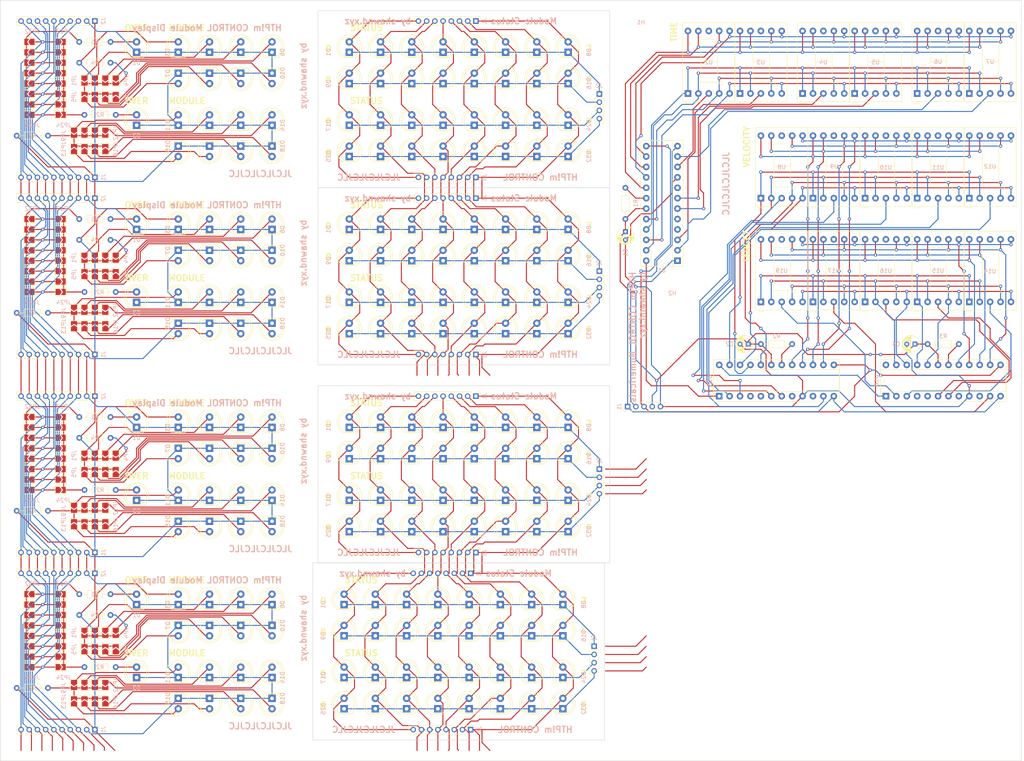
<source format=kicad_pcb>
(kicad_pcb (version 20221018) (generator pcbnew)
  (title_block (title "HTP!m CONTROL Masterplan") (date "2023-10-07") (rev "1") (company "shawnd.xyz") (comment 2 "ultimately wire out at the end.") (comment 3 "This masterplan just combines all the HTP!m CONTROL PCBs into one to see how they"))
  (layers (0 "F.Cu" signal) (31 "B.Cu" signal) (34 "B.Paste" user) (35 "F.Paste" user) (36 "B.SilkS" user "B.Silkscreen") (37 "F.SilkS" user "F.Silkscreen") (38 "B.Mask" user) (39 "F.Mask" user) (44 "Edge.Cuts" user))
  (net 0 "")
  (footprint "Jumper:SolderJumper-2_P1.3mm_Open_TrianglePad1.0x1.5mm" (layer "F.Cu") (at 111.98 87.085 90)
    (fp_text reference "JP16")
    (fp_text value "SolderJumper_2_Bridged" hide)
  )
  (footprint "Jumper:SolderJumper-2_P1.3mm_Open_TrianglePad1.0x1.5mm" (layer "F.Cu") (at 101.095 111.76)
    (fp_text reference "JP20" hide)
    (fp_text value "SolderJumper_2_Bridged" hide)
  )
  (footprint "LED_THT:LED_D5.0mm" (layer "F.Cu") (at 129.76 154.94 90)
    (fp_text reference "D3")
    (fp_text value "BLUE" hide)
  )
  (footprint "LED_THT:LED_D5.0mm" (layer "F.Cu") (at 137.38 215.9 90)
    (fp_text reference "D12" hide)
    (fp_text value "BLUE" hide)
  )
  (footprint "Connector_PinHeader_2.00mm:PinHeader_1x08_P2.00mm_Vertical" (layer "F.Cu") (at 201.04 190.5 -90)
    (fp_text reference "J1")
    (fp_text value "Conn_01x08_Socket" hide)
  )
  (footprint "Jumper:SolderJumper-2_P1.3mm_Open_TrianglePad1.0x1.5mm" (layer "F.Cu") (at 111.98 130.265 90)
    (fp_text reference "JP16")
    (fp_text value "SolderJumper_2_Bridged" hide)
  )
  (footprint "LED_THT:LED_D5.0mm" (layer "F.Cu") (at 186.69 71.12 90)
    (fp_text reference "D11" hide)
    (fp_text value "LED" hide)
  )
  (footprint "LED_THT:LED_D5.0mm" (layer "F.Cu") (at 209.55 124.46 90)
    (fp_text reference "D22" hide)
    (fp_text value "LED" hide)
  )
  (footprint "Connector_PinHeader_2.00mm:PinHeader_1x08_P2.00mm_Vertical" (layer "F.Cu") (at 202.31 137.16 -90)
    (fp_text reference "J3")
    (fp_text value "Conn_01x08_Socket" hide)
  )
  (footprint "LED_THT:LED_D5.0mm" (layer "F.Cu") (at 177.8 205.74 90)
    (fp_text reference "D10" hide)
    (fp_text value "LED" hide)
  )
  (footprint "LED_THT:LED_D5.0mm" (layer "F.Cu") (at 224.79 71.12 90)
    (fp_text reference "D16")
    (fp_text value "LED" hide)
  )
  (footprint "Jumper:SolderJumper-2_P1.3mm_Open_TrianglePad1.0x1.5mm" (layer "F.Cu") (at 101.095 157.48)
    (fp_text reference "JP19" hide)
    (fp_text value "SolderJumper_2_Bridged" hide)
  )
  (footprint "LED_THT:LED_D5.0mm" (layer "F.Cu") (at 137.38 154.94 90)
    (fp_text reference "D4" hide)
    (fp_text value "BLUE" hide)
  )
  (footprint "Jumper:SolderJumper-2_P1.3mm_Open_TrianglePad1.0x1.5mm" (layer "F.Cu") (at 104.36 130.265 90)
    (fp_text reference "JP13")
    (fp_text value "SolderJumper_2_Bridged" hide)
  )
  (footprint "Jumper:SolderJumper-2_P1.3mm_Open_TrianglePad1.0x1.5mm" (layer "F.Cu") (at 93.475 154.94 180)
    (fp_text reference "JP31" hide)
    (fp_text value "SolderJumper_2_Bridged" hide)
  )
  (footprint "Jumper:SolderJumper-2_P1.3mm_Open_TrianglePad1.0x1.5mm" (layer "F.Cu") (at 111.98 70.395 -90)
    (fp_text reference "JP3" hide)
    (fp_text value "SolderJumper_2_Bridged" hide)
  )
  (footprint "LED_THT:LED_D5.0mm" (layer "F.Cu") (at 129.76 220.98 -90)
    (fp_text reference "D15")
    (fp_text value "BLUE" hide)
  )
  (footprint "LED_THT:LED_D5.0mm" (layer "F.Cu") (at 224.79 114.3 90)
    (fp_text reference "D16")
    (fp_text value "LED" hide)
  )
  (footprint "Jumper:SolderJumper-2_P1.3mm_Open_TrianglePad1.0x1.5mm" (layer "F.Cu") (at 114.52 161.835 -90)
    (fp_text reference "JP4")
    (fp_text value "SolderJumper_2_Bridged" hide)
  )
  (footprint "LED_THT:LED_D5.0mm" (layer "F.Cu") (at 217.17 71.12 90)
    (fp_text reference "D15" hide)
    (fp_text value "LED" hide)
  )
  (footprint "Jumper:SolderJumper-2_P1.3mm_Open_TrianglePad1.0x1.5mm" (layer "F.Cu") (at 114.52 209.005 90)
    (fp_text reference "JP8")
    (fp_text value "SolderJumper_2_Bridged" hide)
  )
  (footprint "LED_THT:LED_D5.0mm" (layer "F.Cu") (at 179.07 180.34 90)
    (fp_text reference "D26" hide)
    (fp_text value "LED" hide)
  )
  (footprint "MountingHole:MountingHole_2.5mm" (layer "F.Cu") (at 166.37 55.88)
    (fp_text reference "H1" hide)
    (fp_text value "MountingHole" hide)
  )
  (footprint "Jumper:SolderJumper-2_P1.3mm_Open_TrianglePad1.0x1.5mm" (layer "F.Cu") (at 93.475 162.56 180)
    (fp_text reference "JP28" hide)
    (fp_text value "SolderJumper_2_Bridged" hide)
  )
  (footprint "LED_THT:LED_D5.0mm" (layer "F.Cu") (at 208.28 223.52 90)
    (fp_text reference "D30" hide)
    (fp_text value "LED" hide)
  )
  (footprint "Jumper:SolderJumper-2_P1.3mm_Open_TrianglePad1.0x1.5mm" (layer "F.Cu") (at 93.475 157.48 180)
    (fp_text reference "JP30" hide)
    (fp_text value "SolderJumper_2_Bridged" hide)
  )
  (footprint "Connector_PinHeader_2.00mm:PinHeader_1x08_P2.00mm_Vertical" (layer "F.Cu") (at 202.31 99.06 -90)
    (fp_text reference "J1")
    (fp_text value "Conn_01x08_Socket" hide)
  )
  (footprint "Jumper:SolderJumper-2_P1.3mm_Open_TrianglePad1.0x1.5mm" (layer "F.Cu") (at 106.9 174.535 -90)
    (fp_text reference "JP10" hide)
    (fp_text value "SolderJumper_2_Bridged" hide)
  )
  (footprint "LED_THT:LED_D5.0mm" (layer "F.Cu") (at 171.45 63.5 90)
    (fp_text reference "D1")
    (fp_text value "LED" hide)
  )
  (footprint "LED_THT:LED_D5.0mm" (layer "F.Cu") (at 119.6 81.28 90)
    (fp_text reference "D2")
    (fp_text value "RED" hide)
  )
  (footprint "Jumper:SolderJumper-2_P1.3mm_Open_TrianglePad1.0x1.5mm" (layer "F.Cu") (at 111.98 161.835 -90)
    (fp_text reference "JP3" hide)
    (fp_text value "SolderJumper_2_Bridged" hide)
  )
  (footprint "LED_THT:LED_D5.0mm" (layer "F.Cu") (at 170.18 223.52 90)
    (fp_text reference "D25")
    (fp_text value "LED" hide)
  )
  (footprint "Jumper:SolderJumper-2_P1.3mm_Open_TrianglePad1.0x1.5mm" (layer "F.Cu") (at 109.44 70.395 -90)
    (fp_text reference "JP2" hide)
    (fp_text value "SolderJumper_2_Bridged" hide)
  )
  (footprint "Jumper:SolderJumper-2_P1.3mm_Open_TrianglePad1.0x1.5mm" (layer "F.Cu") (at 106.9 74.385 90)
    (fp_text reference "JP5")
    (fp_text value "SolderJumper_2_Bridged" hide)
  )
  (footprint "Connector_PinHeader_2.00mm:PinHeader_1x08_P2.00mm_Vertical" (layer "F.Cu") (at 202.31 55.88 -90)
    (fp_text reference "J1")
    (fp_text value "Conn_01x08_Socket" hide)
  )
  (footprint "LED_THT:LED_D5.0mm" (layer "F.Cu") (at 137.38 63.5 90)
    (fp_text reference "D4" hide)
    (fp_text value "BLUE" hide)
  )
  (footprint "LED_THT:LED_D5.0mm" (layer "F.Cu") (at 152.62 160.02 -90)
    (fp_text reference "D10")
    (fp_text value "BLUE" hide)
  )
  (footprint "Jumper:SolderJumper-2_P1.3mm_Open_TrianglePad1.0x1.5mm" (layer "F.Cu") (at 109.44 74.385 90)
    (fp_text reference "JP6" hide)
    (fp_text value "SolderJumper_2_Bridged" hide)
  )
  (footprint "LED_THT:LED_D5.0mm" (layer "F.Cu") (at 186.69 88.9 90)
    (fp_text reference "D27" hide)
    (fp_text value "LED" hide)
  )
  (footprint "LED_THT:LED_D5.0mm" (layer "F.Cu") (at 224.79 106.68 90)
    (fp_text reference "D8")
    (fp_text value "LED" hide)
  )
  (footprint "LED_THT:LED_D5.0mm" (layer "F.Cu") (at 152.62 111.76 -90)
    (fp_text reference "D10")
    (fp_text value "BLUE" hide)
  )
  (footprint "Resistor_THT:R_Axial_DIN0204_L3.6mm_D1.6mm_P7.62mm_Horizontal" (layer "F.Cu") (at 105.63 66.04)
    (fp_text reference "R4")
    (fp_text value "400Ω")
  )
  (footprint "LED_THT:LED_D5.0mm" (layer "F.Cu") (at 201.93 172.72 90)
    (fp_text reference "D21" hide)
    (fp_text value "LED" hide)
  )
  (footprint "LED_THT:LED_D5.0mm" (layer "F.Cu") (at 193.04 205.74 90)
    (fp_text reference "D12" hide)
    (fp_text value "LED" hide)
  )
  (footprint "LED_THT:LED_D5.0mm" (layer "F.Cu") (at 152.62 154.94 90)
    (fp_text reference "D6")
    (fp_text value "BLUE" hide)
  )
  (footprint "Display_7Segment:D1X8K" (layer "F.Cu") (at 284.48 124.3375 90)
    (fp_text reference "U17")
    (fp_text value "D168K")
  )
  (footprint "LED_THT:LED_D5.0mm" (layer "F.Cu") (at 129.76 81.28 90)
    (fp_text reference "D11")
    (fp_text value "BLUE" hide)
  )
  (footprint "LED_THT:LED_D5.0mm" (layer "F.Cu") (at 224.79 180.34 90)
    (fp_text reference "D32")
    (fp_text value "LED" hide)
  )
  (footprint "Jumper:SolderJumper-2_P1.3mm_Open_TrianglePad1.0x1.5mm" (layer "F.Cu") (at 101.095 106.68)
    (fp_text reference "JP18" hide)
    (fp_text value "SolderJumper_2_Bridged" hide)
  )
  (footprint "LED_THT:LED_D5.0mm" (layer "F.Cu") (at 200.66 215.9 90)
    (fp_text reference "D21" hide)
    (fp_text value "LED" hide)
  )
  (footprint "MountingHole:MountingHole_2.5mm" (layer "F.Cu") (at 165.1 190.5)
    (fp_text reference "H1" hide)
    (fp_text value "MountingHole" hide)
  )
  (footprint "LED_THT:LED_D5.0mm" (layer "F.Cu") (at 119.6 106.68 90)
    (fp_text reference "D1")
    (fp_text value "RED" hide)
  )
  (footprint "LED_THT:LED_D5.0mm" (layer "F.Cu") (at 217.17 63.5 90)
    (fp_text reference "D7" hide)
    (fp_text value "LED" hide)
  )
  (footprint "Jumper:SolderJumper-2_P1.3mm_Open_TrianglePad1.0x1.5mm" (layer "F.Cu") (at 101.095 200.66)
    (fp_text reference "JP19" hide)
    (fp_text value "SolderJumper_2_Bridged" hide)
  )
  (footprint "LED_THT:LED_D5.0mm" (layer "F.Cu") (at 129.76 68.58 -90)
    (fp_text reference "D7")
    (fp_text value "BLUE" hide)
  )
  (footprint "Jumper:SolderJumper-2_P1.3mm_Open_TrianglePad1.0x1.5mm" (layer "F.Cu") (at 101.095 195.58)
    (fp_text reference "JP17")
    (fp_text value "SolderJumper_2_Bridged" hide)
  )
  (footprint "LED_THT:LED_D5.0mm" (layer "F.Cu") (at 179.07 172.72 90)
    (fp_text reference "D18" hide)
    (fp_text value "LED" hide)
  )
  (footprint "Jumper:SolderJumper-2_P1.3mm_Open_TrianglePad1.0x1.5mm" (layer "F.Cu") (at 109.44 209.005 90)
    (fp_text reference "JP6" hide)
    (fp_text value "SolderJumper_2_Bridged" hide)
  )
  (footprint "Jumper:SolderJumper-2_P1.3mm_Open_TrianglePad1.0x1.5mm" (layer "F.Cu") (at 101.095 208.28)
    (fp_text reference "JP22" hide)
    (fp_text value "SolderJumper_2_Bridged" hide)
  )
  (footprint "LED_THT:LED_D5.0mm" (layer "F.Cu") (at 137.38 172.72 90)
    (fp_text reference "D12" hide)
    (fp_text value "BLUE" hide)
  )
  (footprint "LED_THT:LED_D5.0mm" (layer "F.Cu") (at 145 124.46 90)
    (fp_text reference "D13" hide)
    (fp_text value "BLUE" hide)
  )
  (footprint "Jumper:SolderJumper-2_P1.3mm_Open_TrianglePad1.0x1.5mm" (layer "F.Cu") (at 111.98 205.015 -90)
    (fp_text reference "JP3" hide)
    (fp_text value "SolderJumper_2_Bridged" hide)
  )
  (footprint "Jumper:SolderJumper-2_P1.3mm_Open_TrianglePad1.0x1.5mm" (layer "F.Cu") (at 93.475 106.68 180)
    (fp_text reference "JP31" hide)
    (fp_text value "SolderJumper_2_Bridged" hide)
  )
  (footprint "MountingHole:MountingHole_2.5mm" (layer "F.Cu") (at 250.19 125.73)
    (fp_text reference "H2")
    (fp_text value "MountingHole")
  )
  (footprint "LED_THT:LED_D5.0mm" (layer "F.Cu") (at 209.55 154.94 90)
    (fp_text reference "D6" hide)
    (fp_text value "LED" hide)
  )
  (footprint "LED_THT:LED_D5.0mm" (layer "F.Cu") (at 152.62 198.12 90)
    (fp_text reference "D6")
    (fp_text value "BLUE" hide)
  )
  (footprint "Jumper:SolderJumper-2_P1.3mm_Open_TrianglePad1.0x1.5mm" (layer "F.Cu") (at 106.9 113.575 -90)
    (fp_text reference "JP1")
    (fp_text value "SolderJumper_2_Bridged" hide)
  )
  (footprint "Jumper:SolderJumper-2_P1.3mm_Open_TrianglePad1.0x1.5mm" (layer "F.Cu") (at 111.98 217.715 -90)
    (fp_text reference "JP12")
    (fp_text value "SolderJumper_2_Bridged" hide)
  )
  (footprint "Jumper:SolderJumper-2_P1.3mm_Open_TrianglePad1.0x1.5mm" (layer "F.Cu") (at 93.475 167.64 180)
    (fp_text reference "JP26" hide)
    (fp_text value "SolderJumper_2_Bridged" hide)
  )
  (footprint "Jumper:SolderJumper-2_P1.3mm_Open_TrianglePad1.0x1.5mm" (layer "F.Cu") (at 93.475 203.2 180)
    (fp_text reference "JP29" hide)
    (fp_text value "SolderJumper_2_Bridged" hide)
  )
  (footprint "LED_THT:LED_D5.0mm" (layer "F.Cu") (at 179.07 88.9 90)
    (fp_text reference "D26" hide)
    (fp_text value "LED" hide)
  )
  (footprint "LED_THT:LED_D5.0mm" (layer "F.Cu") (at 208.28 205.74 90)
    (fp_text reference "D14" hide)
    (fp_text value "LED" hide)
  )
  (footprint "Jumper:SolderJumper-2_P1.3mm_Open_TrianglePad1.0x1.5mm" (layer "F.Cu") (at 93.475 208.28 180)
    (fp_text reference "JP27" hide)
    (fp_text value "SolderJumper_2_Bridged" hide)
  )
  (footprint "LED_THT:LED_D5.0mm" (layer "F.Cu") (at 145 86.36 -90)
    (fp_text reference "D17" hide)
    (fp_text value "BLUE" hide)
  )
  (footprint "Jumper:SolderJumper-2_P1.3mm_Open_TrianglePad1.0x1.5mm" (layer "F.Cu") (at 101.095 116.84)
    (fp_text reference "JP22" hide)
    (fp_text value "SolderJumper_2_Bridged" hide)
  )
  (footprint "LED_THT:LED_D5.0mm" (layer "F.Cu") (at 201.93 81.28 90)
    (fp_text reference "D21" hide)
    (fp_text value "LED" hide)
  )
  (footprint "LED_THT:LED_D5.0mm" (layer "F.Cu") (at 129.76 160.02 -90)
    (fp_text reference "D7")
    (fp_text value "BLUE" hide)
  )
  (footprint "Jumper:SolderJumper-2_P1.3mm_Open_TrianglePad1.0x1.5mm" (layer "F.Cu") (at 106.9 209.005 90)
    (fp_text reference "JP5")
    (fp_text value "SolderJumper_2_Bridged" hide)
  )
  (footprint "LED_THT:LED_D5.0mm" (layer "F.Cu") (at 177.8 223.52 90)
    (fp_text reference "D26" hide)
    (fp_text value "LED" hide)
  )
  (footprint "LED_THT:LED_D5.0mm" (layer "F.Cu") (at 145 160.02 -90)
    (fp_text reference "D9" hide)
    (fp_text value "BLUE" hide)
  )
  (footprint "LED_THT:LED_D5.0mm" (layer "F.Cu") (at 170.18 198.12 90)
    (fp_text reference "D1")
    (fp_text value "LED" hide)
  )
  (footprint "Jumper:SolderJumper-2_P1.3mm_Open_TrianglePad1.0x1.5mm" (layer "F.Cu") (at 101.095 71.12)
    (fp_text reference "JP21" hide)
    (fp_text value "SolderJumper_2_Bridged" hide)
  )
  (footprint "LED_THT:LED_D5.0mm" (layer "F.Cu") (at 137.38 68.58 -90)
    (fp_text reference "D8" hide)
    (fp_text value "BLUE" hide)
  )
  (footprint "LED_THT:LED_D5.0mm" (layer "F.Cu") (at 208.28 215.9 90)
    (fp_text reference "D22" hide)
    (fp_text value "LED" hide)
  )
  (footprint "LED_THT:LED_D5.0mm" (layer "F.Cu") (at 194.31 132.08 90)
    (fp_text reference "D28" hide)
    (fp_text value "LED" hide)
  )
  (footprint "LED_THT:LED_D5.0mm" (layer "F.Cu") (at 194.31 154.94 90)
    (fp_text reference "D4" hide)
    (fp_text value "LED" hide)
  )
  (footprint "Jumper:SolderJumper-2_P1.3mm_Open_TrianglePad1.0x1.5mm" (layer "F.Cu") (at 101.095 198.12)
    (fp_text reference "JP18" hide)
    (fp_text value "SolderJumper_2_Bridged" hide)
  )
  (footprint "LED_THT:LED_D5.0mm" (layer "F.Cu") (at 193.04 223.52 90)
    (fp_text reference "D28" hide)
    (fp_text value "LED" hide)
  )
  (footprint "LED_THT:LED_D5.0mm" (layer "F.Cu") (at 186.69 81.28 90)
    (fp_text reference "D19" hide)
    (fp_text value "LED" hide)
  )
  (footprint "MountingHole:MountingHole_2.5mm" (layer "F.Cu") (at 160.24 99.06)
    (fp_text reference "H1" hide)
    (fp_text value "MountingHole" hide)
  )
  (footprint "LED_THT:LED_D5.0mm" (layer "F.Cu") (at 170.18 205.74 90)
    (fp_text reference "D9")
    (fp_text value "LED" hide)
  )
  (footprint "LED_THT:LED_D5.0mm" (layer "F.Cu") (at 129.76 215.9 90)
    (fp_text reference "D11")
    (fp_text value "BLUE" hide)
  )
  (footprint "Connector_PinHeader_2.00mm:PinHeader_1x10_P2.00mm_Vertical" (layer "F.Cu") (at 109.44 99.06 -90)
    (fp_text reference "J2")
    (fp_text value "Conn_01x10_Socket" hide)
  )
  (footprint "Jumper:SolderJumper-2_P1.3mm_Open_TrianglePad1.0x1.5mm" (layer "F.Cu") (at 101.095 210.82)
    (fp_text reference "JP23" hide)
    (fp_text value "SolderJumper_2_Bridged" hide)
  )
  (footprint "Display_7Segment:D1X8K" (layer "F.Cu") (at 281.94 73.5375 90)
    (fp_text reference "U4")
    (fp_text value "D168K")
  )
  (footprint "Jumper:SolderJumper-2_P1.3mm_Open_TrianglePad1.0x1.5mm" (layer "F.Cu") (at 101.095 60.96)
    (fp_text reference "JP17")
    (fp_text value "SolderJumper_2_Bridged" hide)
  )
  (footprint "Jumper:SolderJumper-2_P1.3mm_Open_TrianglePad1.0x1.5mm" (layer "F.Cu") (at 114.52 74.385 90)
    (fp_text reference "JP8")
    (fp_text value "SolderJumper_2_Bridged" hide)
  )
  (footprint "LED_THT:LED_D5.0mm" (layer "F.Cu") (at 209.55 132.08 90)
    (fp_text reference "D30" hide)
    (fp_text value "LED" hide)
  )
  (footprint "LED_THT:LED_D5.0mm" (layer "F.Cu") (at 194.31 180.34 90)
    (fp_text reference "D28" hide)
    (fp_text value "LED" hide)
  )
  (footprint "LED_THT:LED_D5.0mm" (layer "F.Cu") (at 137.38 129.54 -90)
    (fp_text reference "D16" hide)
    (fp_text value "BLUE" hide)
  )
  (footprint "Jumper:SolderJumper-2_P1.3mm_Open_TrianglePad1.0x1.5mm" (layer "F.Cu") (at 106.9 161.835 -90)
    (fp_text reference "JP1")
    (fp_text value "SolderJumper_2_Bridged" hide)
  )
  (footprint "LED_THT:LED_D5.0mm" (layer "F.Cu") (at 201.93 180.34 90)
    (fp_text reference "D29" hide)
    (fp_text value "LED" hide)
  )
  (footprint "LED_THT:LED_D5.0mm" (layer "F.Cu") (at 209.55 81.28 90)
    (fp_text reference "D22" hide)
    (fp_text value "LED" hide)
  )
  (footprint "LED_THT:LED_D5.0mm" (layer "F.Cu") (at 209.55 162.56 90)
    (fp_text reference "D14" hide)
    (fp_text value "LED" hide)
  )
  (footprint "LED_THT:LED_D5.0mm" (layer "F.Cu") (at 223.52 198.12 90)
    (fp_text reference "D8")
    (fp_text value "LED" hide)
  )
  (footprint "LED_THT:LED_D5.0mm" (layer "F.Cu") (at 201.93 154.94 90)
    (fp_text reference "D5" hide)
    (fp_text value "LED" hide)
  )
  (footprint "LED_THT:LED_D5.0mm" (layer "F.Cu") (at 217.17 88.9 90)
    (fp_text reference "D31" hide)
    (fp_text value "LED" hide)
  )
  (footprint "Jumper:SolderJumper-2_P1.3mm_Open_TrianglePad1.0x1.5mm" (layer "F.Cu") (at 93.475 109.22 180)
    (fp_text reference "JP30" hide)
    (fp_text value "SolderJumper_2_Bridged" hide)
  )
  (footprint "LED_THT:LED_D5.0mm" (layer "F.Cu") (at 217.17 180.34 90)
    (fp_text reference "D31" hide)
    (fp_text value "LED" hide)
  )
  (footprint "LED_THT:LED_D5.0mm" (layer "F.Cu") (at 217.17 114.3 90)
    (fp_text reference "D15" hide)
    (fp_text value "LED" hide)
  )
  (footprint "Jumper:SolderJumper-2_P1.3mm_Open_TrianglePad1.0x1.5mm" (layer "F.Cu") (at 93.475 111.76 180)
    (fp_text reference "JP29" hide)
    (fp_text value "SolderJumper_2_Bridged" hide)
  )
  (footprint "LED_THT:LED_D5.0mm" (layer "F.Cu") (at 209.55 114.3 90)
    (fp_text reference "D14" hide)
    (fp_text value "LED" hide)
  )
  (footprint "Display_7Segment:D1X8K" (layer "F.Cu") (at 254 73.5375 90)
    (fp_text reference "U2")
    (fp_text value "D168K")
  )
  (footprint "LED_THT:LED_D5.0mm" (layer "F.Cu") (at 217.17 132.08 90)
    (fp_text reference "D31" hide)
    (fp_text value "LED" hide)
  )
  (footprint "LED_THT:LED_D5.0mm" (layer "F.Cu") (at 177.8 215.9 90)
    (fp_text reference "D18" hide)
    (fp_text value "LED" hide)
  )
  (footprint "LED_THT:LED_D5.0mm" (layer "F.Cu") (at 179.07 154.94 90)
    (fp_text reference "D2" hide)
    (fp_text value "LED" hide)
  )
  (footprint "Jumper:SolderJumper-2_P1.3mm_Open_TrianglePad1.0x1.5mm" (layer "F.Cu") (at 101.095 162.56)
    (fp_text reference "JP21" hide)
    (fp_text value "SolderJumper_2_Bridged" hide)
  )
  (footprint "Jumper:SolderJumper-2_P1.3mm_Open_TrianglePad1.0x1.5mm" (layer "F.Cu") (at 93.475 78.74 180)
    (fp_text reference "JP25")
    (fp_text value "SolderJumper_2_Bridged" hide)
  )
  (footprint "LED_THT:LED_D5.0mm" (layer "F.Cu") (at 129.76 124.46 90)
    (fp_text reference "D11")
    (fp_text value "BLUE" hide)
  )
  (footprint "MountingHole:MountingHole_2.5mm" (layer "F.Cu") (at 166.37 147.32)
    (fp_text reference "H1" hide)
    (fp_text value "MountingHole" hide)
  )
  (footprint "Jumper:SolderJumper-2_P1.3mm_Open_TrianglePad1.0x1.5mm" (layer "F.Cu") (at 104.36 221.705 90)
    (fp_text reference "JP13")
    (fp_text value "SolderJumper_2_Bridged" hide)
  )
  (footprint "LED_THT:LED_D5.0mm" (layer "F.Cu") (at 209.55 172.72 90)
    (fp_text reference "D22" hide)
    (fp_text value "LED" hide)
  )
  (footprint "Display_7Segment:D1X8K" (layer "F.Cu") (at 309.88 124.3375 90)
    (fp_text reference "U15")
    (fp_text value "D168K")
  )
  (footprint "Jumper:SolderJumper-2_P1.3mm_Open_TrianglePad1.0x1.5mm" (layer "F.Cu") (at 93.475 119.38 180)
    (fp_text reference "JP26" hide)
    (fp_text value "SolderJumper_2_Bridged" hide)
  )
  (footprint "Jumper:SolderJumper-2_P1.3mm_Open_TrianglePad1.0x1.5mm" (layer "F.Cu") (at 93.475 160.02 180)
    (fp_text reference "JP29" hide)
    (fp_text value "SolderJumper_2_Bridged" hide)
  )
  (footprint "MountingHole:MountingHole_2.5mm" (layer "F.Cu") (at 232.41 93.98)
    (fp_text reference "H2" hide)
    (fp_text value "MountingHole" hide)
  )
  (footprint "Jumper:SolderJumper-2_P1.3mm_Open_TrianglePad1.0x1.5mm" (layer "F.Cu") (at 111.98 74.385 90)
    (fp_text reference "JP7" hide)
    (fp_text value "SolderJumper_2_Bridged" hide)
  )
  (footprint "LED_THT:LED_D5.0mm" (layer "F.Cu") (at 145 81.28 90)
    (fp_text reference "D13" hide)
    (fp_text value "BLUE" hide)
  )
  (footprint "LED_THT:LED_D5.0mm" (layer "F.Cu") (at 145 203.2 -90)
    (fp_text reference "D9" hide)
    (fp_text value "BLUE" hide)
  )
  (footprint "LED_THT:LED_D5.0mm" (layer "F.Cu") (at 145 215.9 90)
    (fp_text reference "D13" hide)
    (fp_text value "BLUE" hide)
  )
  (footprint "LED_THT:LED_D5.0mm" (layer "F.Cu") (at 186.69 63.5 90)
    (fp_text reference "D3" hide)
    (fp_text value "LED" hide)
  )
  (footprint "LED_THT:LED_D5.0mm" (layer "F.Cu") (at 194.31 88.9 90)
    (fp_text reference "D28" hide)
    (fp_text value "LED" hide)
  )
  (footprint "LED_THT:LED_D5.0mm" (layer "F.Cu") (at 119.6 124.46 90)
    (fp_text reference "D2")
    (fp_text value "RED" hide)
  )
  (footprint "Resistor_THT:R_Axial_DIN0204_L3.6mm_D1.6mm_P7.62mm_Horizontal" (layer "F.Cu") (at 238.76 104.14 90)
    (fp_text reference "R1")
    (fp_text value "15kΩ")
  )
  (footprint "Jumper:SolderJumper-2_P1.3mm_Open_TrianglePad1.0x1.5mm" (layer "F.Cu") (at 93.475 213.36 180)
    (fp_text reference "JP25")
    (fp_text value "SolderJumper_2_Bridged" hide)
  )
  (footprint "LED_THT:LED_D5.0mm" (layer "F.Cu") (at 152.62 203.2 -90)
    (fp_text reference "D10")
    (fp_text value "BLUE" hide)
  )
  (footprint "Resistor_THT:R_Axial_DIN0204_L3.6mm_D1.6mm_P7.62mm_Horizontal" (layer "F.Cu") (at 90.39 175.26)
    (fp_text reference "R3")
    (fp_text value "400Ω")
  )
  (footprint "Connector_PinHeader_2.00mm:PinHeader_1x04_P2.00mm_Vertical" (layer "F.Cu") (at 232.41 73.66)
    (fp_text reference "J2")
    (fp_text value "Conn_01x04_Socket" hide)
  )
  (footprint "LED_THT:LED_D5.0mm" (layer "F.Cu") (at 145 172.72 90)
    (fp_text reference "D13" hide)
    (fp_text value "BLUE" hide)
  )
  (footprint "LED_THT:LED_D5.0mm" (layer "F.Cu") (at 186.69 114.3 90)
    (fp_text reference "D11" hide)
    (fp_text value "LED" hide)
  )
  (footprint "Connector_PinHeader_2.00mm:PinHeader_1x10_P2.00mm_Vertical" (layer "F.Cu") (at 109.44 137.16 -90)
    (fp_text reference "J1")
    (fp_text value "Conn_01x10_Socket" hide)
  )
  (footprint "Display_7Segment:D1X8K" (layer "F.Cu") (at 322.58 124.3375 90)
    (fp_text reference "U14")
    (fp_text value "D168K")
  )
  (footprint "Jumper:SolderJumper-2_P1.3mm_Open_TrianglePad1.0x1.5mm" (layer "F.Cu") (at 109.44 165.825 90)
    (fp_text reference "JP6" hide)
    (fp_text value "SolderJumper_2_Bridged" hide)
  )
  (footprint "Connector_PinHeader_2.00mm:PinHeader_1x10_P2.00mm_Vertical" (layer "F.Cu") (at 109.44 55.88 -90)
    (fp_text reference "J2")
    (fp_text value "Conn_01x10_Socket" hide)
  )
  (footprint "LED_THT:LED_D5.0mm" (layer "F.Cu") (at 137.38 81.28 90)
    (fp_text reference "D12" hide)
    (fp_text value "BLUE" hide)
  )
  (footprint "Jumper:SolderJumper-2_P1.3mm_Open_TrianglePad1.0x1.5mm" (layer "F.Cu") (at 104.36 174.535 -90)
    (fp_text reference "JP9")
    (fp_text value "SolderJumper_2_Bridged" hide)
  )
  (footprint "Jumper:SolderJumper-2_P1.3mm_Open_TrianglePad1.0x1.5mm" (layer "F.Cu") (at 114.52 205.015 -90)
    (fp_text reference "JP4")
    (fp_text value "SolderJumper_2_Bridged" hide)
  )
  (footprint "Jumper:SolderJumper-2_P1.3mm_Open_TrianglePad1.0x1.5mm" (layer "F.Cu") (at 93.475 76.2 180)
    (fp_text reference "JP26" hide)
    (fp_text value "SolderJumper_2_Bridged" hide)
  )
  (footprint "Jumper:SolderJumper-2_P1.3mm_Open_TrianglePad1.0x1.5mm" (layer "F.Cu") (at 106.9 117.565 90)
    (fp_text reference "JP5")
    (fp_text value "SolderJumper_2_Bridged" hide)
  )
  (footprint "Jumper:SolderJumper-2_P1.3mm_Open_TrianglePad1.0x1.5mm" (layer "F.Cu") (at 104.36 217.715 -90)
    (fp_text reference "JP9")
    (fp_text value "SolderJumper_2_Bridged" hide)
  )
  (footprint "Display_7Segment:D1X8K" (layer "F.Cu") (at 271.78 124.3375 90)
    (fp_text reference "U19")
    (fp_text value "D168K")
  )
  (footprint "Jumper:SolderJumper-2_P1.3mm_Open_TrianglePad1.0x1.5mm" (layer "F.Cu") (at 101.095 203.2)
    (fp_text reference "JP20" hide)
    (fp_text value "SolderJumper_2_Bridged" hide)
  )
  (footprint "LED_THT:LED_D5.0mm" (layer "F.Cu") (at 171.45 114.3 90)
    (fp_text reference "D9")
    (fp_text value "LED" hide)
  )
  (footprint "Jumper:SolderJumper-2_P1.3mm_Open_TrianglePad1.0x1.5mm" (layer "F.Cu") (at 104.36 87.085 90)
    (fp_text reference "JP13")
    (fp_text value "SolderJumper_2_Bridged" hide)
  )
  (footprint "Jumper:SolderJumper-2_P1.3mm_Open_TrianglePad1.0x1.5mm" (layer "F.Cu") (at 106.9 70.395 -90)
    (fp_text reference "JP1")
    (fp_text value "SolderJumper_2_Bridged" hide)
  )
  (footprint "LED_THT:LED_D5.0mm" (layer "F.Cu") (at 217.17 81.28 90)
    (fp_text reference "D23" hide)
    (fp_text value "LED" hide)
  )
  (footprint "LED_THT:LED_D5.0mm" (layer "F.Cu") (at 171.45 162.56 90)
    (fp_text reference "D9")
    (fp_text value "LED" hide)
  )
  (footprint "LED_THT:LED_D5.0mm" (layer "F.Cu") (at 215.9 215.9 90)
    (fp_text reference "D23" hide)
    (fp_text value "LED" hide)
  )
  (footprint "MountingHole:MountingHole_2.5mm" (layer "F.Cu") (at 129.76 137.16)
    (fp_text reference "H2" hide)
    (fp_text value "MountingHole" hide)
  )
  (footprint "LED_THT:LED_D5.0mm" (layer "F.Cu") (at 179.07 162.56 90)
    (fp_text reference "D10" hide)
    (fp_text value "LED" hide)
  )
  (footprint "Jumper:SolderJumper-2_P1.3mm_Open_TrianglePad1.0x1.5mm" (layer "F.Cu") (at 109.44 161.835 -90)
    (fp_text reference "JP2" hide)
    (fp_text value "SolderJumper_2_Bridged" hide)
  )
  (footprint "LED_THT:LED_D5.0mm" (layer "F.Cu") (at 179.07 63.5 90)
    (fp_text reference "D2" hide)
    (fp_text value "LED" hide)
  )
  (footprint "LED_THT:LED_D5.0mm" (layer "F.Cu") (at 119.6 172.72 90)
    (fp_text reference "D2")
    (fp_text value "RED" hide)
  )
  (footprint "Jumper:SolderJumper-2_P1.3mm_Open_TrianglePad1.0x1.5mm" (layer "F.Cu") (at 104.36 83.095 -90)
    (fp_text reference "JP9")
    (fp_text value "SolderJumper_2_Bridged" hide)
  )
  (footprint "Jumper:SolderJumper-2_P1.3mm_Open_TrianglePad1.0x1.5mm" (layer "F.Cu") (at 106.9 126.275 -90)
    (fp_text reference "JP10" hide)
    (fp_text value "SolderJumper_2_Bridged" hide)
  )
  (footprint "Connector_PinHeader_2.00mm:PinHeader_1x08_P2.00mm_Vertical" (layer "F.Cu") (at 202.31 147.32 -90)
    (fp_text reference "J1")
    (fp_text value "Conn_01x08_Socket" hide)
  )
  (footprint "Jumper:SolderJumper-2_P1.3mm_Open_TrianglePad1.0x1.5mm" (layer "F.Cu") (at 93.475 210.82 180)
    (fp_text reference "JP26" hide)
    (fp_text value "SolderJumper_2_Bridged" hide)
  )
  (footprint "LED_THT:LED_D5.0mm" (layer "F.Cu") (at 137.38 124.46 90)
    (fp_text reference "D12" hide)
    (fp_text value "BLUE" hide)
  )
  (footprint "LED_THT:LED_D5.0mm" (layer "F.Cu") (at 171.45 106.68 90)
    (fp_text reference "D1")
    (fp_text value "LED" hide)
  )
  (footprint "Jumper:SolderJumper-2_P1.3mm_Open_TrianglePad1.0x1.5mm" (layer "F.Cu") (at 93.475 205.74 180)
    (fp_text reference "JP28" hide)
    (fp_text value "SolderJumper_2_Bridged" hide)
  )
  (footprint "LED_THT:LED_D5.0mm" (layer "F.Cu") (at 145 198.12 90)
    (fp_text reference "D5" hide)
    (fp_text value "BLUE" hide)
  )
  (footprint "LED_THT:LED_D5.0mm" (layer "F.Cu") (at 137.38 160.02 -90)
    (fp_text reference "D8" hide)
    (fp_text value "BLUE" hide)
  )
  (footprint "Display_7Segment:D1X8K" (layer "F.Cu") (at 271.78 99.06 90)
    (fp_text reference "U8")
    (fp_text value "D168K")
  )
  (footprint "LED_THT:LED_D5.0mm" (layer "F.Cu") (at 224.79 81.28 90)
    (fp_text reference "D24")
    (fp_text value "LED" hide)
  )
  (footprint "Resistor_THT:R_Axial_DIN0204_L3.6mm_D1.6mm_P7.62mm_Horizontal" (layer "F.Cu") (at 106.9 213.36)
    (fp_text reference "R2")
    (fp_text value "400Ω")
  )
  (footprint "LED_THT:LED_D5.0mm" (layer "F.Cu") (at 224.79 172.72 90)
    (fp_text reference "D24")
    (fp_text value "LED" hide)
  )
  (footprint "LED_THT:LED_D5.0mm" (layer "F.Cu") (at 185.42 215.9 90)
    (fp_text reference "D19" hide)
    (fp_text value "LED" hide)
  )
  (footprint "LED_THT:LED_D5.0mm" (layer "F.Cu") (at 129.76 63.5 90)
    (fp_text reference "D3")
    (fp_text value "BLUE" hide)
  )
  (footprint "Jumper:SolderJumper-2_P1.3mm_Open_TrianglePad1.0x1.5mm" (layer "F.Cu") (at 93.475 152.4 180)
    (fp_text reference "JP32")
    (fp_text value "SolderJumper_2_Bridged" hide)
  )
  (footprint "LED_THT:LED_D5.0mm" (layer "F.Cu") (at 209.55 71.12 90)
    (fp_text reference "D14" hide)
    (fp_text value "LED" hide)
  )
  (footprint "Resistor_THT:R_Axial_DIN0204_L3.6mm_D1.6mm_P7.62mm_Horizontal" (layer "F.Cu") (at 106.9 78.74)
    (fp_text reference "R2")
    (fp_text value "400Ω")
  )
  (footprint "LED_THT:LED_D5.0mm" (layer "F.Cu") (at 137.38 220.98 -90)
    (fp_text reference "D16" hide)
    (fp_text value "BLUE" hide)
  )
  (footprint "Jumper:SolderJumper-2_P1.3mm_Open_TrianglePad1.0x1.5mm" (layer "F.Cu") (at 106.9 221.705 90)
    (fp_text reference "JP14" hide)
    (fp_text value "SolderJumper_2_Bridged" hide)
  )
  (footprint "Jumper:SolderJumper-2_P1.3mm_Open_TrianglePad1.0x1.5mm" (layer "F.Cu") (at 111.98 221.705 90)
    (fp_text reference "JP16")
    (fp_text value "SolderJumper_2_Bridged" hide)
  )
  (footprint "LED_THT:LED_D5.0mm" (layer "F.Cu") (at 223.52 215.9 90)
    (fp_text reference "D24")
    (fp_text value "LED" hide)
  )
  (footprint "LED_THT:LED_D5.0mm" (layer "F.Cu") (at 217.17 124.46 90)
    (fp_text reference "D23" hide)
    (fp_text value "LED" hide)
  )
  (footprint "MountingHole:MountingHole_2.5mm" (layer "F.Cu") (at 129.76 185.42)
    (fp_text reference "H2" hide)
    (fp_text value "MountingHole" hide)
  )
  (footprint "Jumper:SolderJumper-2_P1.3mm_Open_TrianglePad1.0x1.5mm" (layer "F.Cu") (at 93.475 63.5 180)
    (fp_text reference "JP31" hide)
    (fp_text value "SolderJumper_2_Bridged" hide)
  )
  (footprint "LED_THT:LED_D5.0mm" (layer "F.Cu") (at 201.93 124.46 90)
    (fp_text reference "D21" hide)
    (fp_text value "LED" hide)
  )
  (footprint "Jumper:SolderJumper-2_P1.3mm_Open_TrianglePad1.0x1.5mm" (layer "F.Cu") (at 111.98 126.275 -90)
    (fp_text reference "JP12")
    (fp_text value "SolderJumper_2_Bridged" hide)
  )
  (footprint "LED_THT:LED_D5.0mm" (layer "F.Cu") (at 223.52 205.74 90)
    (fp_text reference "D16")
    (fp_text value "LED" hide)
  )
  (footprint "LED_THT:LED_D5.0mm" (layer "F.Cu") (at 145 154.94 90)
    (fp_text reference "D5" hide)
    (fp_text value "BLUE" hide)
  )
  (footprint "Package_DIP:DIP-24_W7.62mm_Socket" (layer "F.Cu") (at 261.62 147.32 90)
    (fp_text reference "U13")
    (fp_text value "MAX7219")
  )
  (footprint "Jumper:SolderJumper-2_P1.3mm_Open_TrianglePad1.0x1.5mm" (layer "F.Cu") (at 101.095 104.14)
    (fp_text reference "JP17")
    (fp_text value "SolderJumper_2_Bridged" hide)
  )
  (footprint "MountingHole:MountingHole_2.5mm" (layer "F.Cu") (at 166.37 99.06)
    (fp_text reference "H1" hide)
    (fp_text value "MountingHole" hide)
  )
  (footprint "LED_THT:LED_D5.0mm" (layer "F.Cu") (at 194.31 63.5 90)
    (fp_text reference "D4" hide)
    (fp_text value "LED" hide)
  )
  (footprint "LED_THT:LED_D5.0mm" (layer "F.Cu") (at 145 111.76 -90)
    (fp_text reference "D9" hide)
    (fp_text value "BLUE" hide)
  )
  (footprint "Jumper:SolderJumper-2_P1.3mm_Open_TrianglePad1.0x1.5mm" (layer "F.Cu") (at 111.98 178.525 90)
    (fp_text reference "JP16")
    (fp_text value "SolderJumper_2_Bridged" hide)
  )
  (footprint "Resistor_THT:R_Axial_DIN0204_L3.6mm_D1.6mm_P7.62mm_Horizontal" (layer "F.Cu") (at 105.63 104.14)
    (fp_text reference "R1")
    (fp_text value "400Ω")
  )
  (footprint "LED_THT:LED_D5.0mm" (layer "F.Cu") (at 179.07 81.28 90)
    (fp_text reference "D18" hide)
    (fp_text value "LED" hide)
  )
  (footprint "LED_THT:LED_D5.0mm" (layer "F.Cu") (at 193.04 198.12 90)
    (fp_text reference "D4" hide)
    (fp_text value "LED" hide)
  )
  (footprint "LED_THT:LED_D5.0mm" (layer "F.Cu") (at 171.45 172.72 90)
    (fp_text reference "D17")
    (fp_text value "LED" hide)
  )
  (footprint "LED_THT:LED_D5.0mm" (layer "F.Cu") (at 215.9 223.52 90)
    (fp_text reference "D31" hide)
    (fp_text value "LED" hide)
  )
  (footprint "LED_THT:LED_D5.0mm" (layer "F.Cu") (at 137.38 203.2 -90)
    (fp_text reference "D8" hide)
    (fp_text value "BLUE" hide)
  )
  (footprint "LED_THT:LED_D5.0mm" (layer "F.Cu") (at 209.55 88.9 90)
    (fp_text reference "D30" hide)
    (fp_text value "LED" hide)
  )
  (footprint "LED_THT:LED_D5.0mm" (layer "F.Cu") (at 171.45 81.28 90)
    (fp_text reference "D17")
    (fp_text value "LED" hide)
  )
  (footprint "LED_THT:LED_D5.0mm" (layer "F.Cu") (at 201.93 114.3 90)
    (fp_text reference "D13" hide)
    (fp_text value "LED" hide)
  )
  (footprint "Jumper:SolderJumper-2_P1.3mm_Open_TrianglePad1.0x1.5mm" (layer "F.Cu") (at 109.44 178.525 90)
    (fp_text reference "JP15" hide)
    (fp_text value "SolderJumper_2_Bridged" hide)
  )
  (footprint "LED_THT:LED_D5.0mm" (layer "F.Cu") (at 171.45 88.9 90)
    (fp_text reference "D25")
    (fp_text value "LED" hide)
  )
  (footprint "LED_THT:LED_D5.0mm" (layer "F.Cu") (at 194.31 172.72 90)
    (fp_text reference "D20" hide)
    (fp_text value "LED" hide)
  )
  (footprint "LED_THT:LED_D5.0mm" (layer "F.Cu") (at 215.9 198.12 90)
    (fp_text reference "D7" hide)
    (fp_text value "LED" hide)
  )
  (footprint "LED_THT:LED_D5.0mm" (layer "F.Cu") (at 179.07 106.68 90)
    (fp_text reference "D2" hide)
    (fp_text value "LED" hide)
  )
  (footprint "Connector_PinHeader_2.00mm:PinHeader_1x10_P2.00mm_Vertical" (layer "F.Cu") (at 109.44 190.5 -90)
    (fp_text reference "J2")
    (fp_text value "Conn_01x10_Socket" hide)
  )
  (footprint "Resistor_THT:R_Axial_DIN0204_L3.6mm_D1.6mm_P7.62mm_Horizontal" (layer "F.Cu") (at 105.63 109.22)
    (fp_text reference "R4")
    (fp_text value "400Ω")
  )
  (footprint "LED_THT:LED_D5.0mm" (layer "F.Cu") (at 129.76 172.72 90)
    (fp_text reference "D11")
    (fp_text value "BLUE" hide)
  )
  (footprint "Resistor_THT:R_Axial_DIN0204_L3.6mm_D1.6mm_P7.62mm_Horizontal" (layer "F.Cu") (at 105.63 60.96)
    (fp_text reference "R1")
    (fp_text value "400Ω")
  )
  (footprint "Jumper:SolderJumper-2_P1.3mm_Open_TrianglePad1.0x1.5mm" (layer "F.Cu") (at 93.475 165.1 180)
    (fp_text reference "JP27" hide)
    (fp_text value "SolderJumper_2_Bridged" hide)
  )
  (footprint "Jumper:SolderJumper-2_P1.3mm_Open_TrianglePad1.0x1.5mm" (layer "F.Cu") (at 101.095 152.4)
    (fp_text reference "JP17")
    (fp_text value "SolderJumper_2_Bridged" hide)
  )
  (footprint "Jumper:SolderJumper-2_P1.3mm_Open_TrianglePad1.0x1.5mm" (layer "F.Cu") (at 109.44 87.085 90)
    (fp_text reference "JP15" hide)
    (fp_text value "SolderJumper_2_Bridged" hide)
  )
  (footprint "Display_7Segment:D1X8K" (layer "F.Cu") (at 322.58 73.5375 90)
    (fp_text reference "U7")
    (fp_text value "D168K")
  )
  (footprint "Jumper:SolderJumper-2_P1.3mm_Open_TrianglePad1.0x1.5mm" (layer "F.Cu") (at 106.9 217.715 -90)
    (fp_text reference "JP10" hide)
    (fp_text value "SolderJumper_2_Bridged" hide)
  )
  (footprint "Capacitor_THT:CP_Radial_D4.0mm_P2.00mm" (layer "F.Cu") (at 238.76 107.22 -90)
    (fp_text reference "C1")
    (fp_text value "10μF")
  )
  (footprint "Jumper:SolderJumper-2_P1.3mm_Open_TrianglePad1.0x1.5mm" (layer "F.Cu") (at 101.095 119.38)
    (fp_text reference "JP23" hide)
    (fp_text value "SolderJumper_2_Bridged" hide)
  )
  (footprint "Resistor_THT:R_Axial_DIN0204_L3.6mm_D1.6mm_P7.62mm_Horizontal" (layer "F.Cu") (at 106.9 170.18)
    (fp_text reference "R2")
    (fp_text value "400Ω")
  )
  (footprint "LED_THT:LED_D5.0mm" (layer "F.Cu") (at 185.42 205.74 90)
    (fp_text reference "D11" hide)
    (fp_text value "LED" hide)
  )
  (footprint "Resistor_THT:R_Axial_DIN0204_L3.6mm_D1.6mm_P7.62mm_Horizontal" (layer "F.Cu") (at 105.63 157.48)
    (fp_text reference "R4")
    (fp_text value "400Ω")
  )
  (footprint "LED_THT:LED_D5.0mm" (layer "F.Cu") (at 208.28 198.12 90)
    (fp_text reference "D6" hide)
    (fp_text value "LED" hide)
  )
  (footprint "MountingHole:MountingHole_2.5mm" (layer "F.Cu") (at 129.76 228.6)
    (fp_text reference "H2" hide)
    (fp_text value "MountingHole" hide)
  )
  (footprint "LED_THT:LED_D5.0mm" (layer "F.Cu") (at 129.76 106.68 90)
    (fp_text reference "D3")
    (fp_text value "BLUE" hide)
  )
  (footprint "LED_THT:LED_D5.0mm" (layer "F.Cu") (at 152.62 86.36 -90)
    (fp_text reference "D18")
    (fp_text value "BLUE" hide)
  )
  (footprint "LED_THT:LED_D5.0mm" (layer "F.Cu") (at 177.8 198.12 90)
    (fp_text reference "D2" hide)
    (fp_text value "LED" hide)
  )
  (footprint "Resistor_THT:R_Axial_DIN0204_L3.6mm_D1.6mm_P7.62mm_Horizontal" (layer "F.Cu") (at 271.78 134.62)
    (fp_text reference "R2")
    (fp_text value "15kΩ")
  )
  (footprint "MountingHole:MountingHole_2.5mm" (layer "F.Cu") (at 232.41 137.16)
    (fp_text reference "H2" hide)
    (fp_text value "MountingHole" hide)
  )
  (footprint "Jumper:SolderJumper-2_P1.3mm_Open_TrianglePad1.0x1.5mm" (layer "F.Cu") (at 111.98 83.095 -90)
    (fp_text reference "JP12")
    (fp_text value "SolderJumper_2_Bridged" hide)
  )
  (footprint "LED_THT:LED_D5.0mm" (layer "F.Cu") (at 152.62 172.72 90)
    (fp_text reference "D14")
    (fp_text value "BLUE" hide)
  )
  (footprint "LED_THT:LED_D5.0mm" (layer "F.Cu") (at 194.31 162.56 90)
    (fp_text reference "D12" hide)
    (fp_text value "LED" hide)
  )
  (footprint "Jumper:SolderJumper-2_P1.3mm_Open_TrianglePad1.0x1.5mm" (layer "F.Cu") (at 93.475 68.58 180)
    (fp_text reference "JP29" hide)
    (fp_text value "SolderJumper_2_Bridged" hide)
  )
  (footprint "LED_THT:LED_D5.0mm" (layer "F.Cu") (at 194.31 71.12 90)
    (fp_text reference "D12" hide)
    (fp_text value "LED" hide)
  )
  (footprint "MountingHole:MountingHole_2.5mm" (layer "F.Cu") (at 231.14 228.6)
    (fp_text reference "H2" hide)
    (fp_text value "MountingHole" hide)
  )
  (footprint "LED_THT:LED_D5.0mm" (layer "F.Cu") (at 201.93 132.08 90)
    (fp_text reference "D29" hide)
    (fp_text value "LED" hide)
  )
  (footprint "Connector_PinHeader_2.00mm:PinHeader_1x04_P2.00mm_Vertical" (layer "F.Cu") (at 232.41 165.1)
    (fp_text reference "J2")
    (fp_text value "Conn_01x04_Socket" hide)
  )
  (footprint "LED_THT:LED_D5.0mm" (layer "F.Cu") (at 194.31 106.68 90)
    (fp_text reference "D4" hide)
    (fp_text value "LED" hide)
  )
  (footprint "LED_THT:LED_D5.0mm" (layer "F.Cu") (at 152.62 81.28 90)
    (fp_text reference "D14")
    (fp_text value "BLUE" hide)
  )
  (footprint "LED_THT:LED_D5.0mm" (layer "F.Cu") (at 194.31 124.46 90)
    (fp_text reference "D20" hide)
    (fp_text value "LED" hide)
  )
  (footprint "LED_THT:LED_D5.0mm" (layer "F.Cu") (at 129.76 177.8 -90)
    (fp_text reference "D15")
    (fp_text value "BLUE" hide)
  )
  (footprint "Jumper:SolderJumper-2_P1.3mm_Open_TrianglePad1.0x1.5mm" (layer "F.Cu") (at 109.44 174.535 -90)
    (fp_text reference "JP11" hide)
    (fp_text value "SolderJumper_2_Bridged" hide)
  )
  (footprint "LED_THT:LED_D5.0mm" (layer "F.Cu") (at 152.62 177.8 -90)
    (fp_text reference "D18")
    (fp_text value "BLUE" hide)
  )
  (footprint "LED_THT:LED_D5.0mm" (layer "F.Cu") (at 145 63.5 90)
    (fp_text reference "D5" hide)
    (fp_text value "BLUE" hide)
  )
  (footprint "LED_THT:LED_D5.0mm" (layer "F.Cu") (at 215.9 205.74 90)
    (fp_text reference "D15" hide)
    (fp_text value "LED" hide)
  )
  (footprint "Jumper:SolderJumper-2_P1.3mm_Open_TrianglePad1.0x1.5mm" (layer "F.Cu") (at 109.44 130.265 90)
    (fp_text reference "JP15" hide)
    (fp_text value "SolderJumper_2_Bridged" hide)
  )
  (footprint "LED_THT:LED_D5.0mm" (layer "F.Cu") (at 145 129.54 -90)
    (fp_text reference "D17" hide)
    (fp_text value "BLUE" hide)
  )
  (footprint "Jumper:SolderJumper-2_P1.3mm_Open_TrianglePad1.0x1.5mm" (layer "F.Cu") (at 93.475 71.12 180)
    (fp_text reference "JP28" hide)
    (fp_text value "SolderJumper_2_Bridged" hide)
  )
  (footprint "Jumper:SolderJumper-2_P1.3mm_Open_TrianglePad1.0x1.5mm" (layer "F.Cu") (at 93.475 116.84 180)
    (fp_text reference "JP27" hide)
    (fp_text value "SolderJumper_2_Bridged" hide)
  )
  (footprint "LED_THT:LED_D5.0mm" (layer "F.Cu") (at 171.45 132.08 90)
    (fp_text reference "D25")
    (fp_text value "LED" hide)
  )
  (footprint "LED_THT:LED_D5.0mm" (layer "F.Cu") (at 209.55 180.34 90)
    (fp_text reference "D30" hide)
    (fp_text value "LED" hide)
  )
  (footprint "LED_THT:LED_D5.0mm" (layer "F.Cu") (at 217.17 154.94 90)
    (fp_text reference "D7" hide)
    (fp_text value "LED" hide)
  )
  (footprint "LED_THT:LED_D5.0mm" (layer "F.Cu") (at 137.38 198.12 90)
    (fp_text reference "D4" hide)
    (fp_text value "BLUE" hide)
  )
  (footprint "Jumper:SolderJumper-2_P1.3mm_Open_TrianglePad1.0x1.5mm" (layer "F.Cu") (at 109.44 217.715 -90)
    (fp_text reference "JP11" hide)
    (fp_text value "SolderJumper_2_Bridged" hide)
  )
  (footprint "Connector_PinHeader_2.00mm:PinHeader_1x10_P2.00mm_Vertical" (layer "F.Cu") (at 109.44 185.42 -90)
    (fp_text reference "J1")
    (fp_text value "Conn_01x10_Socket" hide)
  )
  (footprint "LED_THT:LED_D5.0mm" (layer "F.Cu") (at 186.69 172.72 90)
    (fp_text reference "D19" hide)
    (fp_text value "LED" hide)
  )
  (footprint "Connector_PinHeader_2.00mm:PinHeader_1x08_P2.00mm_Vertical" (layer "F.Cu") (at 201.04 228.6 -90)
    (fp_text reference "J3")
    (fp_text value "Conn_01x08_Socket" hide)
  )
  (footprint "LED_THT:LED_D5.0mm" (layer "F.Cu") (at 179.07 114.3 90)
    (fp_text reference "D10" hide)
    (fp_text value "LED" hide)
  )
  (footprint "Connector_PinHeader_2.00mm:PinHeader_1x10_P2.00mm_Vertical" (layer "F.Cu") (at 109.44 228.6 -90)
    (fp_text reference "J1")
    (fp_text value "Conn_01x10_Socket" hide)
  )
  (footprint "LED_THT:LED_D5.0mm" (layer "F.Cu") (at 224.79 132.08 90)
    (fp_text reference "D32")
    (fp_text value "LED" hide)
  )
  (footprint "LED_THT:LED_D5.0mm" (layer "F.Cu") (at 119.6 198.12 90)
    (fp_text reference "D1")
    (fp_text value "RED" hide)
  )
  (footprint "LED_THT:LED_D5.0mm" (layer "F.Cu") (at 129.76 111.76 -90)
    (fp_text reference "D7")
    (fp_text value "BLUE" hide)
  )
  (footprint "LED_THT:LED_D5.0mm" (layer "F.Cu") (at 179.07 132.08 90)
    (fp_text reference "D26" hide)
    (fp_text value "LED" hide)
  )
  (footprint "LED_THT:LED_D5.0mm" (layer "F.Cu") (at 145 106.68 90)
    (fp_text reference "D5" hide)
    (fp_text value "BLUE" hide)
  )
  (footprint "LED_THT:LED_D5.0mm" (layer "F.Cu") (at 152.62 129.54 -90)
    (fp_text reference "D18")
    (fp_text value "BLUE" hide)
  )
  (footprint "LED_THT:LED_D5.0mm" (layer "F.Cu") (at 137.38 111.76 -90)
    (fp_text reference "D8" hide)
    (fp_text value "BLUE" hide)
  )
  (footprint "Resistor_THT:R_Axial_DIN0204_L3.6mm_D1.6mm_P7.62mm_Horizontal" (layer "F.Cu") (at 106.9 121.92)
    (fp_text reference "R2")
    (fp_text value "400Ω")
  )
  (footprint "LED_THT:LED_D5.0mm" (layer "F.Cu") (at 217.17 172.72 90)
    (fp_text reference "D23" hide)
    (fp_text value "LED" hide)
  )
  (footprint "Display_7Segment:D1X8K" (layer "F.Cu") (at 294.64 73.5375 90)
    (fp_text reference "U5")
    (fp_text value "D168K")
  )
  (footprint "LED_THT:LED_D5.0mm" (layer "F.Cu") (at 217.17 106.68 90)
    (fp_text reference "D7" hide)
    (fp_text value "LED" hide)
  )
  (footprint "Package_DIP:DIP-24_W7.62mm_Socket" (layer "F.Cu") (at 251.46 114.3 180)
    (fp_text reference "U1")
    (fp_text value "MAX7219")
  )
  (footprint "LED_THT:LED_D5.0mm" (layer "F.Cu") (at 200.66 198.12 90)
    (fp_text reference "D5" hide)
    (fp_text value "LED" hide)
  )
  (footprint "LED_THT:LED_D5.0mm" (layer "F.Cu") (at 152.62 68.58 -90)
    (fp_text reference "D10")
    (fp_text value "BLUE" hide)
  )
  (footprint "Jumper:SolderJumper-2_P1.3mm_Open_TrianglePad1.0x1.5mm" (layer "F.Cu") (at 101.095 66.04)
    (fp_text reference "JP19" hide)
    (fp_text value "SolderJumper_2_Bridged" hide)
  )
  (footprint "Jumper:SolderJumper-2_P1.3mm_Open_TrianglePad1.0x1.5mm" (layer "F.Cu") (at 109.44 113.575 -90)
    (fp_text reference "JP2" hide)
    (fp_text value "SolderJumper_2_Bridged" hide)
  )
  (footprint "LED_THT:LED_D5.0mm" (layer "F.Cu") (at 170.18 215.9 90)
    (fp_text reference "D17")
    (fp_text value "LED" hide)
  )
  (footprint "Resistor_THT:R_Axial_DIN0204_L3.6mm_D1.6mm_P7.62mm_Horizontal" (layer "F.Cu") (at 312.42 134.62)
    (fp_text reference "R3")
    (fp_text value "15kΩ")
  )
  (footprint "Display_7Segment:D1X8K" (layer "F.Cu") (at 284.48 99.06 90)
    (fp_text reference "U9")
    (fp_text value "D168K")
  )
  (footprint "Resistor_THT:R_Axial_DIN0204_L3.6mm_D1.6mm_P7.62mm_Horizontal" (layer "F.Cu") (at 90.39 127)
    (fp_text reference "R3")
    (fp_text value "400Ω")
  )
  (footprint "MountingHole:MountingHole_2.5mm" (layer "F.Cu") (at 160.24 190.5)
    (fp_text reference "H1" hide)
    (fp_text value "MountingHole" hide)
  )
  (footprint "Display_7Segment:D1X8K" (layer "F.Cu") (at 297.18 124.3375 90)
    (fp_text reference "U16")
    (fp_text value "D168K")
  )
  (footprint "Connector_PinHeader_2.00mm:PinHeader_1x10_P2.00mm_Vertical" (layer "F.Cu") (at 109.44 93.98 -90)
    (fp_text reference "J1")
    (fp_text value "Conn_01x10_Socket" hide)
  )
  (footprint "LED_THT:LED_D5.0mm" (layer "F.Cu") (at 186.69 162.56 90)
    (fp_text reference "D11" hide)
    (fp_text value "LED" hide)
  )
  (footprint "Jumper:SolderJumper-2_P1.3mm_Open_TrianglePad1.0x1.5mm" (layer "F.Cu") (at 101.095 68.58)
    (fp_text reference "JP20" hide)
    (fp_text value "SolderJumper_2_Bridged" hide)
  )
  (footprint "Jumper:SolderJumper-2_P1.3mm_Open_TrianglePad1.0x1.5mm" (layer "F.Cu") (at 101.095 160.02)
    (fp_text reference "JP20" hide)
    (fp_text value "SolderJumper_2_Bridged" hide)
  )
  (footprint "Capacitor_THT:CP_Radial_D4.0mm_P2.00mm" (layer "F.Cu") (at 309.34 134.62 180)
    (fp_text reference "C3")
    (fp_text value "10μF")
  )
  (footprint "Capacitor_THT:CP_Radial_D4.0mm_P2.00mm" (layer "F.Cu") (at 268.7 134.62 180)
    (fp_text reference "C2")
    (fp_text value "10μF")
  )
  (footprint "Jumper:SolderJumper-2_P1.3mm_Open_TrianglePad1.0x1.5mm" (layer "F.Cu") (at 106.9 87.085 90)
    (fp_text reference "JP14" hide)
    (fp_text value "SolderJumper_2_Bridged" hide)
  )
  (footprint "LED_THT:LED_D5.0mm" (layer "F.Cu") (at 129.76 198.12 90)
    (fp_text reference "D3")
    (fp_text value "BLUE" hide)
  )
  (footprint "LED_THT:LED_D5.0mm" (layer "F.Cu") (at 201.93 106.68 90)
    (fp_text reference "D5" hide)
    (fp_text value "LED" hide)
  )
  (footprint "LED_THT:LED_D5.0mm" (layer "F.Cu") (at 171.45 180.34 90)
    (fp_text reference "D25")
    (fp_text value "LED" hide)
  )
  (footprint "LED_THT:LED_D5.0mm" (layer "F.Cu") (at 186.69 154.94 90)
    (fp_text reference "D3" hide)
    (fp_text value "LED" hide)
  )
  (footprint "Display_7Segment:D1X8K" (layer "F.Cu") (at 266.7 73.5375 90)
    (fp_text reference "U3")
    (fp_text value "D168K")
  )
  (footprint "LED_THT:LED_D5.0mm" (layer "F.Cu") (at 201.93 71.12 90)
    (fp_text reference "D13" hide)
    (fp_text value "LED" hide)
  )
  (footprint "Jumper:SolderJumper-2_P1.3mm_Open_TrianglePad1.0x1.5mm" (layer "F.Cu") (at 114.52 113.575 -90)
    (fp_text reference "JP4")
    (fp_text value "SolderJumper_2_Bridged" hide)
  )
  (footprint "LED_THT:LED_D5.0mm" (layer "F.Cu") (at 201.93 162.56 90)
    (fp_text reference "D13" hide)
    (fp_text value "LED" hide)
  )
  (footprint "LED_THT:LED_D5.0mm" (layer "F.Cu") (at 185.42 198.12 90)
    (fp_text reference "D3" hide)
    (fp_text value "LED" hide)
  )
  (footprint "LED_THT:LED_D5.0mm" (layer "F.Cu") (at 171.45 154.94 90)
    (fp_text reference "D1")
    (fp_text value "LED" hide)
  )
  (footprint "MountingHole:MountingHole_2.5mm" (layer "F.Cu") (at 160.24 147.32)
    (fp_text reference "H1" hide)
    (fp_text value "MountingHole" hide)
  )
  (footprint "Jumper:SolderJumper-2_P1.3mm_Open_TrianglePad1.0x1.5mm" (layer "F.Cu") (at 101.095 121.92)
    (fp_text reference "JP24")
    (fp_text value "SolderJumper_2_Bridged" hide)
  )
  (footprint "Jumper:SolderJumper-2_P1.3mm_Open_TrianglePad1.0x1.5mm" (layer "F.Cu") (at 101.095 63.5)
    (fp_text reference "JP18" hide)
    (fp_text value "SolderJumper_2_Bridged" hide)
  )
  (footprint "Jumper:SolderJumper-2_P1.3mm_Open_TrianglePad1.0x1.5mm" (layer "F.Cu") (at 93.475 66.04 180)
    (fp_text reference "JP30" hide)
    (fp_text value "SolderJumper_2_Bridged" hide)
  )
  (footprint "Connector_PinHeader_2.00mm:PinHeader_1x05_P2.00mm_Vertical" (layer "F.Cu") (at 239.3 149.86 90)
    (fp_text reference "J1")
    (fp_text value "Conn_01x05_Socket" hide)
  )
  (footprint "Jumper:SolderJumper-2_P1.3mm_Open_TrianglePad1.0x1.5mm" (layer "F.Cu") (at 106.9 178.525 90)
    (fp_text reference "JP14" hide)
    (fp_text value "SolderJumper_2_Bridged" hide)
  )
  (footprint "LED_THT:LED_D5.0mm" (layer "F.Cu") (at 119.6 63.5 90)
    (fp_text reference "D1")
    (fp_text value "RED" hide)
  )
  (footprint "Connector_PinHeader_2.00mm:PinHeader_1x08_P2.00mm_Vertical" (layer "F.Cu") (at 202.31 93.98 -90)
    (fp_text reference "J3")
    (fp_text value "Conn_01x08_Socket" hide)
  )
  (footprint "Jumper:SolderJumper-2_P1.3mm_Open_TrianglePad1.0x1.5mm" (layer "F.Cu") (at 114.52 165.825 90)
    (fp_text reference "JP8")
    (fp_text value "SolderJumper_2_Bridged" hide)
  )
  (footprint "LED_THT:LED_D5.0mm" (layer "F.Cu") (at 201.93 63.5 90)
    (fp_text reference "D5" hide)
    (fp_text value "LED" hide)
  )
  (footprint "LED_THT:LED_D5.0mm" (layer "F.Cu") (at 171.45 124.46 90)
    (fp_text reference "D17")
    (fp_text value "LED" hide)
  )
  (footprint "LED_THT:LED_D5.0mm" (layer "F.Cu") (at 194.31 114.3 90)
    (fp_text reference "D12" hide)
    (fp_text value "LED" hide)
  )
  (footprint "Jumper:SolderJumper-2_P1.3mm_Open_TrianglePad1.0x1.5mm" (layer "F.Cu") (at 109.44 126.275 -90)
    (fp_text reference "JP11" hide)
    (fp_text value "SolderJumper_2_Bridged" hide)
  )
  (footprint "Jumper:SolderJumper-2_P1.3mm_Open_TrianglePad1.0x1.5mm" (layer "F.Cu") (at 93.475 114.3 180)
    (fp_text reference "JP28" hide)
    (fp_text value "SolderJumper_2_Bridged" hide)
  )
  (footprint "LED_THT:LED_D5.0mm" (layer "F.Cu") (at 137.38 86.36 -90)
    (fp_text reference "D16" hide)
    (fp_text value "BLUE" hide)
  )
  (footprint "Display_7Segment:D1X8K" (layer "F.Cu") (at 309.88 73.5375 90)
    (fp_text reference "U6")
    (fp_text value "D168K")
  )
  (footprint "Jumper:SolderJumper-2_P1.3mm_Open_TrianglePad1.0x1.5mm" (layer "F.Cu") (at 101.095 73.66)
    (fp_text reference "JP22" hide)
    (fp_text value "SolderJumper_2_Bridged" hide)
  )
  (footprint "Jumper:SolderJumper-2_P1.3mm_Open_TrianglePad1.0x1.5mm" (layer "F.Cu") (at 101.095 213.36)
    (fp_text reference "JP24")
    (fp_text value "SolderJumper_2_Bridged" hide)
  )
  (footprint "Jumper:SolderJumper-2_P1.3mm_Open_TrianglePad1.0x1.5mm" (layer "F.Cu") (at 106.9 205.015 -90)
    (fp_text reference "JP1")
    (fp_text value "SolderJumper_2_Bridged" hide)
  )
  (footprint "Resistor_THT:R_Axial_DIN0204_L3.6mm_D1.6mm_P7.62mm_Horizontal" (layer "F.Cu") (at 105.63 195.58)
    (fp_text reference "R1")
    (fp_text value "400Ω")
  )
  (footprint "LED_THT:LED_D5.0mm" (layer "F.Cu") (at 185.42 223.52 90)
    (fp_text reference "D27" hide)
    (fp_text value "LED" hide)
  )
  (footprint "Jumper:SolderJumper-2_P1.3mm_Open_TrianglePad1.0x1.5mm" (layer "F.Cu") (at 109.44 83.095 -90)
    (fp_text reference "JP11" hide)
    (fp_text value "SolderJumper_2_Bridged" hide)
  )
  (footprint "Jumper:SolderJumper-2_P1.3mm_Open_TrianglePad1.0x1.5mm" (layer "F.Cu") (at 109.44 221.705 90)
    (fp_text reference "JP15" hide)
    (fp_text value "SolderJumper_2_Bridged" hide)
  )
  (footprint "MountingHole:MountingHole_2.5mm" (layer "F.Cu") (at 242.57 59.69)
    (fp_text reference "H1")
    (fp_text value "MountingHole")
  )
  (footprint "LED_THT:LED_D5.0mm" (layer "F.Cu") (at 194.31 81.28 90)
    (fp_text reference "D20" hide)
    (fp_text value "LED" hide)
  )
  (footprint "Connector_PinHeader_2.00mm:PinHeader_1x08_P2.00mm_Vertical" (layer "F.Cu") (at 202.31 185.42 -90)
    (fp_text reference "J3")
    (fp_text value "Conn_01x08_Socket" hide)
  )
  (footprint "LED_THT:LED_D5.0mm" (layer "F.Cu") (at 186.69 132.08 90)
    (fp_text reference "D27" hide)
    (fp_text value "LED" hide)
  )
  (footprint "LED_THT:LED_D5.0mm" (layer "F.Cu") (at 145 68.58 -90)
    (fp_text reference "D9" hide)
    (fp_text value "BLUE" hide)
  )
  (footprint "Jumper:SolderJumper-2_P1.3mm_Open_TrianglePad1.0x1.5mm" (layer "F.Cu") (at 101.095 76.2)
    (fp_text reference "JP23" hide)
    (fp_text value "SolderJumper_2_Bridged" hide)
  )
  (footprint "Jumper:SolderJumper-2_P1.3mm_Open_TrianglePad1.0x1.5mm" (layer "F.Cu") (at 93.475 60.96 180)
    (fp_text reference "JP32")
    (fp_text value "SolderJumper_2_Bridged" hide)
  )
  (footprint "Jumper:SolderJumper-2_P1.3mm_Open_TrianglePad1.0x1.5mm" (layer "F.Cu") (at 93.475 121.92 180)
    (fp_text reference "JP25")
    (fp_text value "SolderJumper_2_Bridged" hide)
  )
  (footprint "LED_THT:LED_D5.0mm" (layer "F.Cu") (at 209.55 106.68 90)
    (fp_text reference "D6" hide)
    (fp_text value "LED" hide)
  )
  (footprint "LED_THT:LED_D5.0mm" (layer "F.Cu") (at 201.93 88.9 90)
    (fp_text reference "D29" hide)
    (fp_text value "LED" hide)
  )
  (footprint "Connector_PinHeader_2.00mm:PinHeader_1x10_P2.00mm_Vertical" (layer "F.Cu") (at 109.44 147.32 -90)
    (fp_text reference "J2")
    (fp_text value "Conn_01x10_Socket" hide)
  )
  (footprint "Jumper:SolderJumper-2_P1.3mm_Open_TrianglePad1.0x1.5mm" (layer "F.Cu") (at 106.9 83.095 -90)
    (fp_text reference "JP10" hide)
    (fp_text value "SolderJumper_2_Bridged" hide)
  )
  (footprint "LED_THT:LED_D5.0mm" (layer "F.Cu") (at 209.55 63.5 90)
    (fp_text reference "D6" hide)
    (fp_text value "LED" hide)
  )
  (footprint "Jumper:SolderJumper-2_P1.3mm_Open_TrianglePad1.0x1.5mm" (layer "F.Cu") (at 104.36 126.275 -90)
    (fp_text reference "JP9")
    (fp_text value "SolderJumper_2_Bridged" hide)
  )
  (footprint "LED_THT:LED_D5.0mm" (layer "F.Cu") (at 152.62 63.5 90)
    (fp_text reference "D6")
    (fp_text value "BLUE" hide)
  )
  (footprint "MountingHole:MountingHole_2.5mm" (layer "F.Cu") (at 232.41 185.42)
    (fp_text reference "H2" hide)
    (fp_text value "MountingHole" hide)
  )
  (footprint "Jumper:SolderJumper-2_P1.3mm_Open_TrianglePad1.0x1.5mm" (layer "F.Cu") (at 101.095 167.64)
    (fp_text reference "JP23" hide)
    (fp_text value "SolderJumper_2_Bridged" hide)
  )
  (footprint "Jumper:SolderJumper-2_P1.3mm_Open_TrianglePad1.0x1.5mm" (layer "F.Cu") (at 109.44 117.565 90)
    (fp_text reference "JP6" hide)
    (fp_text value "SolderJumper_2_Bridged" hide)
  )
  (footprint "Jumper:SolderJumper-2_P1.3mm_Open_TrianglePad1.0x1.5mm" (layer "F.Cu") (at 101.095 109.22)
    (fp_text reference "JP19" hide)
    (fp_text value "SolderJumper_2_Bridged" hide)
  )
  (footprint "Jumper:SolderJumper-2_P1.3mm_Open_TrianglePad1.0x1.5mm" (layer "F.Cu") (at 93.475 73.66 180)
    (fp_text reference "JP27" hide)
    (fp_text value "SolderJumper_2_Bridged" hide)
  )
  (footprint "LED_THT:LED_D5.0mm" (layer "F.Cu") (at 224.79 162.56 90)
    (fp_text reference "D16")
    (fp_text value "LED" hide)
  )
  (footprint "Connector_PinHeader_2.00mm:PinHeader_1x04_P2.00mm_Vertical" (layer "F.Cu") (at 231.14 208.28)
    (fp_text reference "J2")
    (fp_text value "Conn_01x04_Socket" hide)
  )
  (footprint "Jumper:SolderJumper-2_P1.3mm_Open_TrianglePad1.0x1.5mm" (layer "F.Cu") (at 101.095 78.74)
    (fp_text reference "JP24")
    (fp_text value "SolderJumper_2_Bridged" hide)
  )
  (footprint "LED_THT:LED_D5.0mm" (layer "F.Cu") (at 179.07 71.12 90)
    (fp_text reference "D10" hide)
    (fp_text value "LED" hide)
  )
  (footprint "Jumper:SolderJumper-2_P1.3mm_Open_TrianglePad1.0x1.5mm" (layer "F.Cu") (at 106.9 165.825 90)
    (fp_text reference "JP5")
    (fp_text value "SolderJumper_2_Bridged" hide)
  )
  (footprint "Jumper:SolderJumper-2_P1.3mm_Open_TrianglePad1.0x1.5mm" (layer "F.Cu") (at 101.095 165.1)
    (fp_text reference "JP22" hide)
    (fp_text value "SolderJumper_2_Bridged" hide)
  )
  (footprint "Jumper:SolderJumper-2_P1.3mm_Open_TrianglePad1.0x1.5mm" (layer "F.Cu") (at 111.98 174.535 -90)
    (fp_text reference "JP12")
    (fp_text value "SolderJumper_2_Bridged" hide)
  )
  (footprint "Jumper:SolderJumper-2_P1.3mm_Open_TrianglePad1.0x1.5mm" (layer "F.Cu") (at 101.095 114.3)
    (fp_text reference "JP21" hide)
    (fp_text value "SolderJumper_2_Bridged" hide)
  )
  (footprint "LED_THT:LED_D5.0mm" (layer "F.Cu") (at 171.45 71.12 90)
    (fp_text reference "D9")
    (fp_text value "LED" hide)
  )
  (footprint "Jumper:SolderJumper-2_P1.3mm_Open_TrianglePad1.0x1.5mm" (layer "F.Cu") (at 101.095 205.74)
    (fp_text reference "JP21" hide)
    (fp_text value "SolderJumper_2_Bridged" hide)
  )
  (footprint "Resistor_THT:R_Axial_DIN0204_L3.6mm_D1.6mm_P7.62mm_Horizontal" (layer "F.Cu") (at 105.63 200.66)
    (fp_text reference "R4")
    (fp_text value "400Ω")
  )
  (footprint "MountingHole:MountingHole_2.5mm" (layer "F.Cu") (at 129.76 93.98)
    (fp_text reference "H2" hide)
    (fp_text value "MountingHole" hide)
  )
  (footprint "LED_THT:LED_D5.0mm" (layer "F.Cu") (at 179.07 124.46 90)
    (fp_text reference "D18" hide)
    (fp_text value "LED" hide)
  )
  (footprint "LED_THT:LED_D5.0mm" (layer "F.Cu") (at 119.6 215.9 90)
    (fp_text reference "D2")
    (fp_text value "RED" hide)
  )
  (footprint "Jumper:SolderJumper-2_P1.3mm_Open_TrianglePad1.0x1.5mm" (layer "F.Cu") (at 111.98 209.005 90)
    (fp_text reference "JP7" hide)
    (fp_text value "SolderJumper_2_Bridged" hide)
  )
  (footprint "LED_THT:LED_D5.0mm" (layer "F.Cu") (at 217.17 162.56 90)
    (fp_text reference "D15" hide)
    (fp_text value "LED" hide)
  )
  (footprint "Connector_PinHeader_2.00mm:PinHeader_1x04_P2.00mm_Vertical" (layer "F.Cu") (at 232.41 116.84)
    (fp_text reference "J2")
    (fp_text value "Conn_01x04_Socket" hide)
  )
  (footprint "Display_7Segment:D1X8K" (layer "F.Cu") (at 297.18 99.06 90)
    (fp_text reference "U10")
    (fp_text value "D168K")
  )
  (footprint "Jumper:SolderJumper-2_P1.3mm_Open_TrianglePad1.0x1.5mm" (layer "F.Cu") (at 111.98 165.825 90)
    (fp_text reference "JP7" hide)
    (fp_text value "SolderJumper_2_Bridged" hide)
  )
  (footprint "LED_THT:LED_D5.0mm" (layer "F.Cu") (at 152.62 215.9 90)
    (fp_text reference "D14")
    (fp_text value "BLUE" hide)
  )
  (footprint "Jumper:SolderJumper-2_P1.3mm_Open_TrianglePad1.0x1.5mm" (layer "F.Cu") (at 93.475 195.58 180)
    (fp_text reference "JP32")
    (fp_text value "SolderJumper_2_Bridged" hide)
  )
  (footprint "LED_THT:LED_D5.0mm" (layer "F.Cu") (at 224.79 88.9 90)
    (fp_text reference "D32")
    (fp_text value "LED" hide)
  )
  (footprint "LED_THT:LED_D5.0mm" (layer "F.Cu") (at 129.76 86.36 -90)
    (fp_text reference "D15")
    (fp_text value "BLUE" hide)
  )
  (footprint "LED_THT:LED_D5.0mm" (layer "F.Cu") (at 224.79 154.94 90)
    (fp_text reference "D8")
    (fp_text value "LED" hide)
  )
  (footprint "LED_THT:LED_D5.0mm" (layer "F.Cu") (at 200.66 223.52 90)
    (fp_text reference "D29" hide)
    (fp_text value "LED" hide)
  )
  (footprint "LED_THT:LED_D5.0mm" (layer "F.Cu") (at 129.76 203.2 -90)
    (fp_text reference "D7")
    (fp_text value "BLUE" hide)
  )
  (footprint "Jumper:SolderJumper-2_P1.3mm_Open_TrianglePad1.0x1.5mm" (layer "F.Cu") (at 111.98 117.565 90)
    (fp_text reference "JP7" hide)
    (fp_text value "SolderJumper_2_Bridged" hide)
  )
  (footprint "LED_THT:LED_D5.0mm" (layer "F.Cu") (at 223.52 223.52 90)
    (fp_text reference "D32")
    (fp_text value "LED" hide)
  )
  (footprint "Display_7Segment:D1X8K" (layer "F.Cu") (at 322.58 99.06 90)
    (fp_text reference "U12")
    (fp_text value "D168K")
  )
  (footprint "Jumper:SolderJumper-2_P1.3mm_Open_TrianglePad1.0x1.5mm" (layer "F.Cu") (at 111.98 113.575 -90)
    (fp_text reference "JP3" hide)
    (fp_text value "SolderJumper_2_Bridged" hide)
  )
  (footprint "MountingHole:MountingHole_2.5mm" (layer "F.Cu") (at 160.24 55.88)
    (fp_text reference "H1" hide)
    (fp_text value "MountingHole" hide)
  )
  (footprint "LED_THT:LED_D5.0mm" (layer "F.Cu") (at 224.79 63.5 90)
    (fp_text reference "D8")
    (fp_text value "LED" hide)
  )
  (footprint "LED_THT:LED_D5.0mm" (layer "F.Cu") (at 145 220.98 -90)
    (fp_text reference "D17" hide)
    (fp_text value "BLUE" hide)
  )
  (footprint "LED_THT:LED_D5.0mm" (layer "F.Cu") (at 152.62 106.68 90)
    (fp_text reference "D6")
    (fp_text value "BLUE" hide)
  )
  (footprint "LED_THT:LED_D5.0mm" (layer "F.Cu") (at 200.66 205.74 90)
    (fp_text reference "D13" hide)
    (fp_text value "LED" hide)
  )
  (footprint "Jumper:SolderJumper-2_P1.3mm_Open_TrianglePad1.0x1.5mm" (layer "F.Cu") (at 114.52 70.395 -90)
    (fp_text reference "JP4")
    (fp_text value "SolderJumper_2_Bridged" hide)
  )
  (footprint "Jumper:SolderJumper-2_P1.3mm_Open_TrianglePad1.0x1.5mm" (layer "F.Cu") (at 101.095 154.94)
    (fp_text reference "JP18" hide)
    (fp_text value "SolderJumper_2_Bridged" hide)
  )
  (footprint "Resistor_THT:R_Axial_DIN0204_L3.6mm_D1.6mm_P7.62mm_Horizontal" (layer "F.Cu") (at 90.39 83.82)
    (fp_text reference "R3")
    (fp_text value "400Ω")
  )
  (footprint "Jumper:SolderJumper-2_P1.3mm_Open_TrianglePad1.0x1.5mm" (layer "F.Cu") (at 106.9 130.265 90)
    (fp_text reference "JP14" hide)
    (fp_text value "SolderJumper_2_Bridged" hide)
  )
  (footprint "Jumper:SolderJumper-2_P1.3mm_Open_TrianglePad1.0x1.5mm" (layer "F.Cu") (at 101.095 170.18)
    (fp_text reference "JP24")
    (fp_text value "SolderJumper_2_Bridged" hide)
  )
  (footprint "LED_THT:LED_D5.0mm" (layer "F.Cu") (at 152.62 124.46 90)
    (fp_text reference "D14")
    (fp_text value "BLUE" hide)
  )
  (footprint "Jumper:SolderJumper-2_P1.3mm_Open_TrianglePad1.0x1.5mm" (layer "F.Cu") (at 93.475 170.18 180)
    (fp_text reference "JP25")
    (fp_text value "SolderJumper_2_Bridged" hide)
  )
  (footprint "Display_7Segment:D1X8K" (layer "F.Cu") (at 309.88 99.06 90)
    (fp_text reference "U11")
    (fp_text value "D168K")
  )
  (footprint "Jumper:SolderJumper-2_P1.3mm_Open_TrianglePad1.0x1.5mm" (layer "F.Cu") (at 114.52 117.565 90)
    (fp_text reference "JP8")
    (fp_text value "SolderJumper_2_Bridged" hide)
  )
  (footprint "Jumper:SolderJumper-2_P1.3mm_Open_TrianglePad1.0x1.5mm" (layer "F.Cu") (at 93.475 198.12 180)
    (fp_text reference "JP31" hide)
    (fp_text value "SolderJumper_2_Bridged" hide)
  )
  (footprint "LED_THT:LED_D5.0mm" (layer "F.Cu") (at 186.69 106.68 90)
    (fp_text reference "D3" hide)
    (fp_text value "LED" hide)
  )
  (footprint "Package_DIP:DIP-24_W7.62mm_Socket" (layer "F.Cu") (at 302.26 147.32 90)
    (fp_text reference "U18")
    (fp_text value "MAX7219")
  )
  (footprint "LED_THT:LED_D5.0mm" (layer "F.Cu") (at 152.62 220.98 -90)
    (fp_text reference "D18")
    (fp_text value "BLUE" hide)
  )
  (footprint "Jumper:SolderJumper-2_P1.3mm_Open_TrianglePad1.0x1.5mm" (layer "F.Cu") (at 93.475 200.66 180)
    (fp_text reference "JP30" hide)
    (fp_text value "SolderJumper_2_Bridged" hide)
  )
  (footprint "LED_THT:LED_D5.0mm" (layer "F.Cu") (at 145 177.8 -90)
    (fp_text reference "D17" hide)
    (fp_text value "BLUE" hide)
  )
  (footprint "LED_THT:LED_D5.0mm" (layer "F.Cu") (at 137.38 106.68 90)
    (fp_text reference "D4" hide)
    (fp_text value "BLUE" hide)
  )
  (footprint "LED_THT:LED_D5.0mm" (layer "F.Cu") (at 137.38 177.8 -90)
    (fp_text reference "D16" hide)
    (fp_text value "BLUE" hide)
  )
  (footprint "LED_THT:LED_D5.0mm" (layer "F.Cu") (at 193.04 215.9 90)
    (fp_text reference "D20" hide)
    (fp_text value "LED" hide)
  )
  (footprint "Jumper:SolderJumper-2_P1.3mm_Open_TrianglePad1.0x1.5mm" (layer "F.Cu") (at 93.475 104.14 180)
    (fp_text reference "JP32")
    (fp_text value "SolderJumper_2_Bridged" hide)
  )
  (footprint "Resistor_THT:R_Axial_DIN0204_L3.6mm_D1.6mm_P7.62mm_Horizontal" (layer "F.Cu") (at 90.39 218.44)
    (fp_text reference "R3")
    (fp_text value "400Ω")
  )
  (footprint "LED_THT:LED_D5.0mm" (layer "F.Cu") (at 129.76 129.54 -90)
    (fp_text reference "D15")
    (fp_text value "BLUE" hide)
  )
  (footprint "LED_THT:LED_D5.0mm" (layer "F.Cu") (at 119.6 154.94 90)
    (fp_text reference "D1")
    (fp_text value "RED" hide)
  )
  (footprint "LED_THT:LED_D5.0mm" (layer "F.Cu") (at 186.69 124.46 90)
    (fp_text reference "D19" hide)
    (fp_text value "LED" hide)
  )
  (footprint "Jumper:SolderJumper-2_P1.3mm_Open_TrianglePad1.0x1.5mm" (layer "F.Cu") (at 109.44 205.015 -90)
    (fp_text reference "JP2" hide)
    (fp_text value "SolderJumper_2_Bridged" hide)
  )
  (footprint "LED_THT:LED_D5.0mm" (layer "F.Cu") (at 224.79 124.46 90)
    (fp_text reference "D24")
    (fp_text value "LED" hide)
  )
  (footprint "Resistor_THT:R_Axial_DIN0204_L3.6mm_D1.6mm_P7.62mm_Horizontal" (layer "F.Cu") (at 105.63 152.4)
    (fp_text reference "R1")
    (fp_text value "400Ω")
  )
  (footprint "LED_THT:LED_D5.0mm" (layer "F.Cu") (at 186.69 180.34 90)
    (fp_text reference "D27" hide)
    (fp_text value "LED" hide)
  )
  (footprint "Jumper:SolderJumper-2_P1.3mm_Open_TrianglePad1.0x1.5mm" (layer "F.Cu") (at 104.36 178.525 90)
    (fp_text reference "JP13")
    (fp_text value "SolderJumper_2_Bridged" hide)
  )
  (gr_rect (start 163.81 144.78) (end 234.93 187.96) (stroke (width 0.1)) (fill none) (layer "Edge.Cuts"))
  (gr_rect (start 162.54 187.96) (end 233.66 231.14) (stroke (width 0.1)) (fill none) (layer "Edge.Cuts"))
  (gr_rect (start 163.81 53.34) (end 234.93 96.52) (stroke (width 0.1)) (fill none) (layer "Edge.Cuts"))
  (gr_rect (start 86.36 50.8) (end 335.28 236.22) (stroke (width 0.1)) (fill none) (layer "Edge.Cuts"))
  (gr_rect (start 163.81 96.52) (end 234.93 139.7) (stroke (width 0.1)) (fill none) (layer "Edge.Cuts"))
  (gr_text "JLCJLCJLCJLC" (at 157.7 185.42) (layer "B.SilkS") (effects (font (size 1.5 1.5) (thickness 0.3) bold) (justify left bottom mirror)))
  (gr_text "by shawnd.xyz" (at 185.42 190.5) (layer "B.SilkS") (effects (font (size 1.5 1.5) (thickness 0.3) bold) (justify left mirror)))
  (gr_text "JLCJLCJLCJLC" (at 182.88 228.6) (layer "B.SilkS") (effects (font (size 1.5 1.5) (thickness 0.3) bold) (justify left mirror)))
  (gr_text "Module Status" (at 222.25 55.88) (layer "B.SilkS") (effects (font (size 1.5 1.5) (thickness 0.3) bold) (justify left mirror)))
  (gr_text "by shawnd.xyz" (at 186.69 147.32) (layer "B.SilkS") (effects (font (size 1.5 1.5) (thickness 0.3) bold) (justify left mirror)))
  (gr_text "HTP!m CONTROL Module Display" (at 155.16 149.86) (layer "B.SilkS") (effects (font (size 1.5 1.5) (thickness 0.3) bold) (justify left bottom mirror)))
  (gr_text "by shawnd.xyz" (at 186.69 99.06) (layer "B.SilkS") (effects (font (size 1.5 1.5) (thickness 0.3) bold) (justify left mirror)))
  (gr_text "by shawnd.xyz" (at 160.24 60.96 90) (layer "B.SilkS") (effects (font (size 1.5 1.5) (thickness 0.3) bold) (justify left mirror)))
  (gr_text "Module Status" (at 222.25 99.06) (layer "B.SilkS") (effects (font (size 1.5 1.5) (thickness 0.3) bold) (justify left mirror)))
  (gr_text "by shawnd.xyz" (at 160.24 195.58 90) (layer "B.SilkS") (effects (font (size 1.5 1.5) (thickness 0.3) bold) (justify left mirror)))
  (gr_text "HTP!m CONTROL" (at 227.33 185.42) (layer "B.SilkS") (effects (font (size 1.5 1.5) (thickness 0.3) bold) (justify left mirror)))
  (gr_text "HTP!m CONTROL" (at 227.33 93.98) (layer "B.SilkS") (effects (font (size 1.5 1.5) (thickness 0.3) bold) (justify left mirror)))
  (gr_text "JLCJLCJLCJLC" (at 157.7 228.6) (layer "B.SilkS") (effects (font (size 1.5 1.5) (thickness 0.3) bold) (justify left bottom mirror)))
  (gr_text "JLCJLCJLCJLC" (at 157.7 93.98) (layer "B.SilkS") (effects (font (size 1.5 1.5) (thickness 0.3) bold) (justify left bottom mirror)))
  (gr_text "by shawnd.xyz" (at 160.24 104.14 90) (layer "B.SilkS") (effects (font (size 1.5 1.5) (thickness 0.3) bold) (justify left mirror)))
  (gr_text "HTP!m CONTROL" (at 227.33 137.16) (layer "B.SilkS") (effects (font (size 1.5 1.5) (thickness 0.3) bold) (justify left mirror)))
  (gr_text "HTP!m CONTROL Module Display" (at 155.16 101.6) (layer "B.SilkS") (effects (font (size 1.5 1.5) (thickness 0.3) bold) (justify left bottom mirror)))
  (gr_text "HTP!m CONTROL Numericals\nby shawnd.xyz" (at 243.84 116.84 90) (layer "B.SilkS") (effects (font (size 1.5 1.5) (thickness 0.3) bold) (justify left bottom mirror)))
  (gr_text "JLCJLCJLCJLC" (at 157.7 137.16) (layer "B.SilkS") (effects (font (size 1.5 1.5) (thickness 0.3) bold) (justify left bottom mirror)))
  (gr_text "JLCJLCJLCJLC" (at 184.15 93.98) (layer "B.SilkS") (effects (font (size 1.5 1.5) (thickness 0.3) bold) (justify left mirror)))
  (gr_text "JLCJLCJLCJLC" (at 184.15 137.16) (layer "B.SilkS") (effects (font (size 1.5 1.5) (thickness 0.3) bold) (justify left mirror)))
  (gr_text "HTP!m CONTROL Module Display" (at 155.16 193.04) (layer "B.SilkS") (effects (font (size 1.5 1.5) (thickness 0.3) bold) (justify left bottom mirror)))
  (gr_text "Module Status" (at 220.98 190.5) (layer "B.SilkS") (effects (font (size 1.5 1.5) (thickness 0.3) bold) (justify left mirror)))
  (gr_text "JLCJLCJLCJLC" (at 264.16 87.63 90) (layer "B.SilkS") (effects (font (size 1.5 1.5) (thickness 0.3) bold) (justify left bottom mirror)))
  (gr_text "by shawnd.xyz" (at 160.24 152.4 90) (layer "B.SilkS") (effects (font (size 1.5 1.5) (thickness 0.3) bold) (justify left mirror)))
  (gr_text "HTP!m CONTROL Module Display" (at 155.16 58.42) (layer "B.SilkS") (effects (font (size 1.5 1.5) (thickness 0.3) bold) (justify left bottom mirror)))
  (gr_text "HTP!m CONTROL" (at 226.06 228.6) (layer "B.SilkS") (effects (font (size 1.5 1.5) (thickness 0.3) bold) (justify left mirror)))
  (gr_text "Module Status" (at 222.25 147.32) (layer "B.SilkS") (effects (font (size 1.5 1.5) (thickness 0.3) bold) (justify left mirror)))
  (gr_text "JLCJLCJLCJLC" (at 184.15 185.42) (layer "B.SilkS") (effects (font (size 1.5 1.5) (thickness 0.3) bold) (justify left mirror)))
  (gr_text "by shawnd.xyz" (at 186.69 55.88) (layer "B.SilkS") (effects (font (size 1.5 1.5) (thickness 0.3) bold) (justify left mirror)))
  (gr_text "F" (at 229.87 162.56) (layer "F.SilkS") (effects (font (size 1.5 1.5) (thickness 0.3) bold) (justify bottom)))
  (gr_text "STATUS" (at 170.18 193.04) (layer "F.SilkS") (effects (font (size 1.5 1.5) (thickness 0.3) bold) (justify left bottom)))
  (gr_text "MODULE" (at 127.22 76.2) (layer "F.SilkS") (effects (font (size 1.5 1.5) (thickness 0.3) bold) (justify left bottom)))
  (gr_text "8" (at 165.1 205.74) (layer "F.SilkS") (effects (font (size 1.5 1.5) (thickness 0.3) bold) (justify bottom)))
  (gr_text "F" (at 228.6 205.74) (layer "F.SilkS") (effects (font (size 1.5 1.5) (thickness 0.3) bold) (justify bottom)))
  (gr_text "TIME" (at 251.46 55.88 90) (layer "F.SilkS") (effects (font (size 1.5 1.5) (thickness 0.3) bold) (justify right bottom)))
  (gr_text "OVER" (at 119.6 101.6) (layer "F.SilkS") (effects (font (size 1.5 1.5) (thickness 0.3) bold) (justify bottom)))
  (gr_text "F" (at 229.87 71.12) (layer "F.SilkS") (effects (font (size 1.5 1.5) (thickness 0.3) bold) (justify bottom)))
  (gr_text "F" (at 229.87 132.08) (layer "F.SilkS") (effects (font (size 1.5 1.5) (thickness 0.3) bold) (justify bottom)))
  (gr_text "OVER" (at 119.6 58.42) (layer "F.SilkS") (effects (font (size 1.5 1.5) (thickness 0.3) bold) (justify bottom)))
  (gr_text "0" (at 165.1 198.12) (layer "F.SilkS") (effects (font (size 1.5 1.5) (thickness 0.3) bold) (justify bottom)))
  (gr_text "MODULE" (at 127.22 193.04) (layer "F.SilkS") (effects (font (size 1.5 1.5) (thickness 0.3) bold) (justify left bottom)))
  (gr_text "8" (at 166.37 132.08) (layer "F.SilkS") (effects (font (size 1.5 1.5) (thickness 0.3) bold) (justify bottom)))
  (gr_text "STATUS" (at 171.45 119.38) (layer "F.SilkS") (effects (font (size 1.5 1.5) (thickness 0.3) bold) (justify left bottom)))
  (gr_text "OVER" (at 119.6 119.38) (layer "F.SilkS") (effects (font (size 1.5 1.5) (thickness 0.3) bold) (justify bottom)))
  (gr_text "0" (at 166.37 81.28) (layer "F.SilkS") (effects (font (size 1.5 1.5) (thickness 0.3) bold) (justify bottom)))
  (gr_text "OVER" (at 119.6 210.82) (layer "F.SilkS") (effects (font (size 1.5 1.5) (thickness 0.3) bold) (justify bottom)))
  (gr_text "OVER" (at 119.6 167.64) (layer "F.SilkS") (effects (font (size 1.5 1.5) (thickness 0.3) bold) (justify bottom)))
  (gr_text "MODULE" (at 127.22 167.64) (layer "F.SilkS") (effects (font (size 1.5 1.5) (thickness 0.3) bold) (justify left bottom)))
  (gr_text "8" (at 166.37 71.12) (layer "F.SilkS") (effects (font (size 1.5 1.5) (thickness 0.3) bold) (justify bottom)))
  (gr_text "TARGET" (at 269.24 106.68 90) (layer "F.SilkS") (effects (font (size 1.5 1.5) (thickness 0.3) bold) (justify right bottom)))
  (gr_text "0" (at 166.37 172.72) (layer "F.SilkS") (effects (font (size 1.5 1.5) (thickness 0.3) bold) (justify bottom)))
  (gr_text "STATUS" (at 171.45 149.86) (layer "F.SilkS") (effects (font (size 1.5 1.5) (thickness 0.3) bold) (justify left bottom)))
  (gr_text "MODULE" (at 127.22 210.82) (layer "F.SilkS") (effects (font (size 1.5 1.5) (thickness 0.3) bold) (justify left bottom)))
  (gr_text "STATUS" (at 171.45 101.6) (layer "F.SilkS") (effects (font (size 1.5 1.5) (thickness 0.3) bold) (justify left bottom)))
  (gr_text "F" (at 228.6 223.52) (layer "F.SilkS") (effects (font (size 1.5 1.5) (thickness 0.3) bold) (justify bottom)))
  (gr_text "7" (at 229.87 106.68) (layer "F.SilkS") (effects (font (size 1.5 1.5) (thickness 0.3) bold) (justify bottom)))
  (gr_text "0" (at 165.1 215.9) (layer "F.SilkS") (effects (font (size 1.5 1.5) (thickness 0.3) bold) (justify bottom)))
  (gr_text "MODULE" (at 127.22 119.38) (layer "F.SilkS") (effects (font (size 1.5 1.5) (thickness 0.3) bold) (justify left bottom)))
  (gr_text "F" (at 229.87 180.34) (layer "F.SilkS") (effects (font (size 1.5 1.5) (thickness 0.3) bold) (justify bottom)))
  (gr_text "8" (at 166.37 88.9) (layer "F.SilkS") (effects (font (size 1.5 1.5) (thickness 0.3) bold) (justify bottom)))
  (gr_text "MODULE" (at 127.22 101.6) (layer "F.SilkS") (effects (font (size 1.5 1.5) (thickness 0.3) bold) (justify left bottom)))
  (gr_text "0" (at 166.37 124.46) (layer "F.SilkS") (effects (font (size 1.5 1.5) (thickness 0.3) bold) (justify bottom)))
  (gr_text "0" (at 166.37 63.5) (layer "F.SilkS") (effects (font (size 1.5 1.5) (thickness 0.3) bold) (justify bottom)))
  (gr_text "7" (at 229.87 124.46) (layer "F.SilkS") (effects (font (size 1.5 1.5) (thickness 0.3) bold) (justify bottom)))
  (gr_text "8" (at 165.1 223.52) (layer "F.SilkS") (effects (font (size 1.5 1.5) (thickness 0.3) bold) (justify bottom)))
  (gr_text "MODULE" (at 127.22 58.42) (layer "F.SilkS") (effects (font (size 1.5 1.5) (thickness 0.3) bold) (justify left bottom)))
  (gr_text "STATUS" (at 171.45 167.64) (layer "F.SilkS") (effects (font (size 1.5 1.5) (thickness 0.3) bold) (justify left bottom)))
  (gr_text "8" (at 166.37 180.34) (layer "F.SilkS") (effects (font (size 1.5 1.5) (thickness 0.3) bold) (justify bottom)))
  (gr_text "7" (at 228.6 215.9) (layer "F.SilkS") (effects (font (size 1.5 1.5) (thickness 0.3) bold) (justify bottom)))
  (gr_text "STATUS" (at 170.18 210.82) (layer "F.SilkS") (effects (font (size 1.5 1.5) (thickness 0.3) bold) (justify left bottom)))
  (gr_text "OVER" (at 119.6 76.2) (layer "F.SilkS") (effects (font (size 1.5 1.5) (thickness 0.3) bold) (justify bottom)))
  (gr_text "OVER" (at 119.6 193.04) (layer "F.SilkS") (effects (font (size 1.5 1.5) (thickness 0.3) bold) (justify bottom)))
  (gr_text "OVER" (at 119.6 149.86) (layer "F.SilkS") (effects (font (size 1.5 1.5) (thickness 0.3) bold) (justify bottom)))
  (gr_text "8" (at 166.37 162.56) (layer "F.SilkS") (effects (font (size 1.5 1.5) (thickness 0.3) bold) (justify bottom)))
  (gr_text "STATUS" (at 171.45 76.2) (layer "F.SilkS") (effects (font (size 1.5 1.5) (thickness 0.3) bold) (justify left bottom)))
  (gr_text "8" (at 166.37 114.3) (layer "F.SilkS") (effects (font (size 1.5 1.5) (thickness 0.3) bold) (justify bottom)))
  (gr_text "0" (at 166.37 106.68) (layer "F.SilkS") (effects (font (size 1.5 1.5) (thickness 0.3) bold) (justify bottom)))
  (gr_text "7" (at 229.87 154.94) (layer "F.SilkS") (effects (font (size 1.5 1.5) (thickness 0.3) bold) (justify bottom)))
  (gr_text "7" (at 229.87 172.72) (layer "F.SilkS") (effects (font (size 1.5 1.5) (thickness 0.3) bold) (justify bottom)))
  (gr_text "STATUS" (at 171.45 58.42) (layer "F.SilkS") (effects (font (size 1.5 1.5) (thickness 0.3) bold) (justify left bottom)))
  (gr_text "MODULE" (at 127.22 149.86) (layer "F.SilkS") (effects (font (size 1.5 1.5) (thickness 0.3) bold) (justify left bottom)))
  (gr_text "7" (at 228.6 198.12) (layer "F.SilkS") (effects (font (size 1.5 1.5) (thickness 0.3) bold) (justify bottom)))
  (gr_text "F" (at 229.87 88.9) (layer "F.SilkS") (effects (font (size 1.5 1.5) (thickness 0.3) bold) (justify bottom)))
  (gr_text "7" (at 229.87 63.5) (layer "F.SilkS") (effects (font (size 1.5 1.5) (thickness 0.3) bold) (justify bottom)))
  (gr_text "VELOCITY" (at 269.24 81.28 90) (layer "F.SilkS") (effects (font (size 1.5 1.5) (thickness 0.3) bold) (justify right bottom)))
  (gr_text "0" (at 166.37 154.94) (layer "F.SilkS") (effects (font (size 1.5 1.5) (thickness 0.3) bold) (justify bottom)))
  (gr_text "7" (at 229.87 81.28) (layer "F.SilkS") (effects (font (size 1.5 1.5) (thickness 0.3) bold) (justify bottom)))
  (gr_text "F" (at 229.87 114.3) (layer "F.SilkS") (effects (font (size 1.5 1.5) (thickness 0.3) bold) (justify bottom)))
  (segment (start 209.55 111.76) (end 207.01 114.3) (width 0.25) (layer "F.Cu") (net 0))
  (segment (start 256.54 147.32) (end 261.62 147.32) (width 0.25) (layer "F.Cu") (net 0))
  (segment (start 171.45 78.74) (end 173.99 81.28) (width 0.25) (layer "F.Cu") (net 0))
  (segment (start 201.93 104.14) (end 204.47 106.68) (width 0.25) (layer "F.Cu") (net 0))
  (segment (start 105.42 99.04) (end 105.44 99.06) (width 0.25) (layer "F.Cu") (net 0))
  (segment (start 112.805 210.555) (end 115.40462 210.555) (width 0.25) (layer "F.Cu") (net 0))
  (segment (start 250.19 95.25) (end 251.46 93.98) (width 0.25) (layer "F.Cu") (net 0))
  (segment (start 294.64 63.5) (end 294.64 58.2975) (width 0.25) (layer "F.Cu") (net 0))
  (segment (start 99.44 228.6) (end 101.6 230.76) (width 0.25) (layer "F.Cu") (net 0))
  (segment (start 134.84 223.52) (end 137.38 223.52) (width 0.25) (layer "F.Cu") (net 0))
  (segment (start 115.591016 119.565) (end 120.5 114.656016) (width 0.25) (layer "F.Cu") (net 0))
  (segment (start 194.31 160.02) (end 191.77 162.56) (width 0.25) (layer "F.Cu") (net 0))
  (segment (start 299.72 109.0975) (end 299.72 112.9075) (width 0.25) (layer "F.Cu") (net 0))
  (segment (start 106.9 208.28) (end 114.52 208.28) (width 0.25) (layer "F.Cu") (net 0))
  (segment (start 214.18 101.15) (end 202.4 101.15) (width 0.25) (layer "F.Cu") (net 0))
  (segment (start 195.58 200.66) (end 193.04 203.2) (width 0.25) (layer "F.Cu") (net 0))
  (segment (start 314.96 125.73) (end 317.5 128.27) (width 0.25) (layer "F.Cu") (net 0))
  (segment (start 322.58 133.35) (end 322.58 139.7) (width 0.25) (layer "F.Cu") (net 0))
  (segment (start 109.44 222.43) (end 110.53 223.52) (width 0.25) (layer "F.Cu") (net 0))
  (segment (start 283.21 137.16) (end 281.94 135.89) (width 0.25) (layer "F.Cu") (net 0))
  (segment (start 114.52 118.29) (end 115.27 118.29) (width 0.25) (layer "F.Cu") (net 0))
  (segment (start 96.74 63.5) (end 94.2 63.5) (width 0.25) (layer "F.Cu") (net 0))
  (segment (start 171.45 152.4) (end 173.99 154.94) (width 0.25) (layer "F.Cu") (net 0))
  (segment (start 119.6 111.76) (end 122.105 109.255) (width 0.25) (layer "F.Cu") (net 0))
  (segment (start 283.21 128.27) (end 283.21 133.35) (width 0.25) (layer "F.Cu") (net 0))
  (segment (start 325.12 68.58) (end 312.42 68.58) (width 0.25) (layer "F.Cu") (net 0))
  (segment (start 171.45 93.98) (end 188.31 93.98) (width 0.25) (layer "F.Cu") (net 0))
  (segment (start 171.45 111.76) (end 168.91 114.3) (width 0.25) (layer "F.Cu") (net 0))
  (segment (start 122.291396 66.525) (end 140.405 66.525) (width 0.25) (layer "F.Cu") (net 0))
  (segment (start 103.42 93.98) (end 103.42 99.04) (width 0.25) (layer "F.Cu") (net 0))
  (segment (start 196.85 81.28) (end 196.85 83.82) (width 0.25) (layer "F.Cu") (net 0))
  (segment (start 317.5 60.96) (end 317.5 58.2975) (width 0.25) (layer "F.Cu") (net 0))
  (segment (start 110.715 76.385) (end 115.591016 76.385) (width 0.25) (layer "F.Cu") (net 0))
  (segment (start 112.805 119.115) (end 115.40462 119.115) (width 0.25) (layer "F.Cu") (net 0))
  (segment (start 325.12 129.54) (end 325.12 131.446396) (width 0.25) (layer "F.Cu") (net 0))
  (segment (start 281.94 99.06) (end 274.32 106.68) (width 0.25) (layer "F.Cu") (net 0))
  (segment (start 114.52 172.72) (end 116.61 174.81) (width 0.25) (layer "F.Cu") (net 0))
  (segment (start 120.05 111.946396) (end 122.291396 109.705) (width 0.25) (layer "F.Cu") (net 0))
  (segment (start 95.44 185.42) (end 95.44 190.5) (width 0.25) (layer "F.Cu") (net 0))
  (segment (start 106.9 112.85) (end 109.89 109.86) (width 0.25) (layer "F.Cu") (net 0))
  (segment (start 122.291396 157.965) (end 140.405 157.965) (width 0.25) (layer "F.Cu") (net 0))
  (segment (start 289.56 60.96) (end 289.56 58.2975) (width 0.25) (layer "F.Cu") (net 0))
  (segment (start 96.74 198.12) (end 94.2 198.12) (width 0.25) (layer "F.Cu") (net 0))
  (segment (start 176.53 99.06) (end 188.31 99.06) (width 0.25) (layer "F.Cu") (net 0))
  (segment (start 194.265 222.205) (end 194.265 227.375) (width 0.25) (layer "F.Cu") (net 0))
  (segment (start 200.66 138.04) (end 200.66 142.24) (width 0.25) (layer "F.Cu") (net 0))
  (segment (start 176.53 55.88) (end 188.31 55.88) (width 0.25) (layer "F.Cu") (net 0))
  (segment (start 106.67007 224.74007) (end 128.53993 224.74007) (width 0.25) (layer "F.Cu") (net 0))
  (segment (start 197.58 193.04) (end 195.04 190.5) (width 0.25) (layer "F.Cu") (net 0))
  (segment (start 111.98 118.29) (end 112.805 119.115) (width 0.25) (layer "F.Cu") (net 0))
  (segment (start 96.74 116.84) (end 94.2 116.84) (width 0.25) (layer "F.Cu") (net 0))
  (segment (start 108.44 180.79) (end 116.61 180.79) (width 0.25) (layer "F.Cu") (net 0))
  (segment (start 224.79 60.96) (end 219.71 55.88) (width 0.25) (layer "F.Cu") (net 0))
  (segment (start 186.69 86.36) (end 192.31 91.98) (width 0.25) (layer "F.Cu") (net 0))
  (segment (start 99.44 137.16) (end 99.44 147.32) (width 0.25) (layer "F.Cu") (net 0))
  (segment (start 330.2 139.7) (end 327.66 142.24) (width 0.25) (layer "F.Cu") (net 0))
  (segment (start 110.53 88.9) (end 114.52 88.9) (width 0.25) (layer "F.Cu") (net 0))
  (segment (start 110.34 111.95) (end 110.34 109.22) (width 0.25) (layer "F.Cu") (net 0))
  (segment (start 116.425 168.275) (end 122.14 162.56) (width 0.25) (layer "F.Cu") (net 0))
  (segment (start 105.63 60.96) (end 103.09 58.42) (width 0.25) (layer "F.Cu") (net 0))
  (segment (start 114.52 175.26) (end 147.54 175.26) (width 0.25) (layer "F.Cu") (net 0))
  (segment (start 173.99 157.48) (end 171.45 160.02) (width 0.25) (layer "F.Cu") (net 0))
  (segment (start 317.5 137.16) (end 320.04 134.62) (width 0.25) (layer "F.Cu") (net 0))
  (segment (start 271.78 117.9875) (end 284.48 117.9875) (width 0.25) (layer "F.Cu") (net 0))
  (segment (start 285.75 104.14) (end 285.75 116.84) (width 0.25) (layer "F.Cu") (net 0))
  (segment (start 204.47 106.68) (end 204.47 109.22) (width 0.25) (layer "F.Cu") (net 0))
  (segment (start 140.785 156.615) (end 145 152.4) (width 0.25) (layer "F.Cu") (net 0))
  (segment (start 245.11 144.78) (end 254 144.78) (width 0.25) (layer "F.Cu") (net 0))
  (segment (start 240.03 107.95) (end 240.03 105.41) (width 0.25) (layer "F.Cu") (net 0))
  (segment (start 242.57 116.84) (end 242.57 149.13) (width 0.25) (layer "F.Cu") (net 0))
  (segment (start 297.18 83.82) (end 297.18 88.9) (width 0.25) (layer "F.Cu") (net 0))
  (segment (start 171.45 60.96) (end 176.53 55.88) (width 0.25) (layer "F.Cu") (net 0))
  (segment (start 91.44 185.42) (end 91.44 190.5) (width 0.25) (layer "F.Cu") (net 0))
  (segment (start 100.37 160.02) (end 96.74 160.02) (width 0.25) (layer "F.Cu") (net 0))
  (segment (start 198.85 58.42) (end 196.31 55.88) (width 0.25) (layer "F.Cu") (net 0))
  (segment (start 186.69 78.74) (end 189.23 81.28) (width 0.25) (layer "F.Cu") (net 0))
  (segment (start 94.2 114.3) (end 96.74 114.3) (width 0.25) (layer "F.Cu") (net 0))
  (segment (start 186.69 60.96) (end 189.23 58.42) (width 0.25) (layer "F.Cu") (net 0))
  (segment (start 256.54 143.51) (end 257.81 143.51) (width 0.25) (layer "F.Cu") (net 0))
  (segment (start 202.4 57.97) (end 200.31 55.88) (width 0.25) (layer "F.Cu") (net 0))
  (segment (start 100.37 116.84) (end 96.74 116.84) (width 0.25) (layer "F.Cu") (net 0))
  (segment (start 104.36 86.36) (end 111.98 86.36) (width 0.25) (layer "F.Cu") (net 0))
  (segment (start 134.84 132.08) (end 137.38 132.08) (width 0.25) (layer "F.Cu") (net 0))
  (segment (start 109.42 93.98) (end 109.42 99.04) (width 0.25) (layer "F.Cu") (net 0))
  (segment (start 281.94 63.5) (end 281.94 58.2975) (width 0.25) (layer "F.Cu") (net 0))
  (segment (start 98.01 226.06) (end 106.9 226.06) (width 0.25) (layer "F.Cu") (net 0))
  (segment (start 101.44 185.42) (end 101.44 190.5) (width 0.25) (layer "F.Cu") (net 0))
  (segment (start 320.04 83.82) (end 320.04 85.09) (width 0.25) (layer "F.Cu") (net 0))
  (segment (start 181.61 172.72) (end 181.61 175.26) (width 0.25) (layer "F.Cu") (net 0))
  (segment (start 207.01 101.6) (end 200.85 101.6) (width 0.25) (layer "F.Cu") (net 0))
  (segment (start 106.9 125.55) (end 108.44 124.01) (width 0.25) (layer "F.Cu") (net 0))
  (segment (start 94.2 200.66) (end 96.74 200.66) (width 0.25) (layer "F.Cu") (net 0))
  (segment (start 207.01 119.38) (end 209.55 121.92) (width 0.25) (layer "F.Cu") (net 0))
  (segment (start 133.61993 222.29993) (end 134.84 223.52) (width 0.25) (layer "F.Cu") (net 0))
  (segment (start 195.78 137.16) (end 195.78 142.04) (width 0.25) (layer "F.Cu") (net 0))
  (segment (start 219.71 172.72) (end 219.71 175.26) (width 0.25) (layer "F.Cu") (net 0))
  (segment (start 209.55 152.4) (end 207.01 149.86) (width 0.25) (layer "F.Cu") (net 0))
  (segment (start 238.76 109.22) (end 238.76 118.11) (width 0.25) (layer "F.Cu") (net 0))
  (segment (start 201.13 192.59) (end 199.04 190.5) (width 0.25) (layer "F.Cu") (net 0))
  (segment (start 317.5 120.5275) (end 330.2 120.5275) (width 0.25) (layer "F.Cu") (net 0))
  (segment (start 189.23 58.42) (end 189.77 58.42) (width 0.25) (layer "F.Cu") (net 0))
  (segment (start 332.74 71.12) (end 320.04 71.12) (width 0.25) (layer "F.Cu") (net 0))
  (segment (start 122.105 109.255) (end 147.575 109.255) (width 0.25) (layer "F.Cu") (net 0))
  (segment (start 294.64 147.32) (end 290.83 151.13) (width 0.25) (layer "F.Cu") (net 0))
  (segment (start 203.78 140.28) (end 205.74 142.24) (width 0.25) (layer "F.Cu") (net 0))
  (segment (start 106.9 87.81) (end 108.44 89.35) (width 0.25) (layer "F.Cu") (net 0))
  (segment (start 147.955 65.625) (end 152.62 60.96) (width 0.25) (layer "F.Cu") (net 0))
  (segment (start 171.45 170.18) (end 173.99 172.72) (width 0.25) (layer "F.Cu") (net 0))
  (segment (start 109.22 232.38) (end 109.22 233.68) (width 0.25) (layer "F.Cu") (net 0))
  (segment (start 94.2 162.56) (end 96.74 162.56) (width 0.25) (layer "F.Cu") (net 0))
  (segment (start 276.86 58.2975) (end 276.86 59.69) (width 0.25) (layer "F.Cu") (net 0))
  (segment (start 200.66 229.46) (end 200.66 233.68) (width 0.25) (layer "F.Cu") (net 0))
  (segment (start 140.37 126.55) (end 145 121.92) (width 0.25) (layer "F.Cu") (net 0))
  (segment (start 214.63 167.64) (end 217.17 170.18) (width 0.25) (layer "F.Cu") (net 0))
  (segment (start 171.45 177.8) (end 168.91 180.34) (width 0.25) (layer "F.Cu") (net 0))
  (segment (start 184.15 162.56) (end 184.15 167.64) (width 0.25) (layer "F.Cu") (net 0))
  (segment (start 325.12 58.2975) (end 325.12 62.23) (width 0.25) (layer "F.Cu") (net 0))
  (segment (start 241.84 167.1) (end 243.84 165.1) (width 0.25) (layer "F.Cu") (net 0))
  (segment (start 199.39 76.2) (end 201.93 78.74) (width 0.25) (layer "F.Cu") (net 0))
  (segment (start 120.05 68.766396) (end 122.291396 66.525) (width 0.25) (layer "F.Cu") (net 0))
  (segment (start 128.445 80.055) (end 129.76 78.74) (width 0.25) (layer "F.Cu") (net 0))
  (segment (start 104.36 175.26) (end 104.36 177.8) (width 0.25) (layer "F.Cu") (net 0))
  (segment (start 218.44 218.44) (end 215.9 220.98) (width 0.25) (layer "F.Cu") (net 0))
  (segment (start 118.7 84.72) (end 140.82 84.72) (width 0.25) (layer "F.Cu") (net 0))
  (segment (start 96.74 68.58) (end 94.2 68.58) (width 0.25) (layer "F.Cu") (net 0))
  (segment (start 140.82 176.16) (end 145 180.34) (width 0.25) (layer "F.Cu") (net 0))
  (segment (start 128.53993 224.74007) (end 129.76 223.52) (width 0.25) (layer "F.Cu") (net 0))
  (segment (start 122.14 195.58) (end 129.76 195.58) (width 0.25) (layer "F.Cu") (net 0))
  (segment (start 118.28007 222.29993) (end 133.61993 222.29993) (width 0.25) (layer "F.Cu") (net 0))
  (segment (start 292.1 90.17) (end 290.83 91.44) (width 0.25) (layer "F.Cu") (net 0))
  (segment (start 197.78 137.16) (end 197.78 141.9) (width 0.25) (layer "F.Cu") (net 0))
  (segment (start 217.17 104.14) (end 214.18 101.15) (width 0.25) (layer "F.Cu") (net 0))
  (segment (start 317.5 139.7) (end 317.5 137.16) (width 0.25) (layer "F.Cu") (net 0))
  (segment (start 177.8 203.2) (end 175.26 205.74) (width 0.25) (layer "F.Cu") (net 0))
  (segment (start 106.35 171.82) (end 109.44 171.82) (width 0.25) (layer "F.Cu") (net 0))
  (segment (start 109.89 104.14) (end 112.43 101.6) (width 0.25) (layer "F.Cu") (net 0))
  (segment (start 242.57 102.87) (end 245.11 102.87) (width 0.25) (layer "F.Cu") (net 0))
  (segment (start 262.89 143.51) (end 266.7 143.51) (width 0.25) (layer "F.Cu") (net 0))
  (segment (start 237.49 119.38) (end 237.49 108.49) (width 0.25) (layer "F.Cu") (net 0))
  (segment (start 241.3 101.6) (end 243.84 101.6) (width 0.25) (layer "F.Cu") (net 0))
  (segment (start 116.475 65.175) (end 140.785 65.175) (width 0.25) (layer "F.Cu") (net 0))
  (segment (start 189.23 66.04) (end 186.69 68.58) (width 0.25) (layer "F.Cu") (net 0))
  (segment (start 111.98 175.26) (end 104.36 175.26) (width 0.25) (layer "F.Cu") (net 0))
  (segment (start 172.72 215.9) (end 172.72 218.44) (width 0.25) (layer "F.Cu") (net 0))
  (segment (start 140.405 109.705) (end 145 114.3) (width 0.25) (layer "F.Cu") (net 0))
  (segment (start 112.43 149.86) (end 119.6 149.86) (width 0.25) (layer "F.Cu") (net 0))
  (segment (start 111.98 112.85) (end 116.475 108.355) (width 0.25) (layer "F.Cu") (net 0))
  (segment (start 168.91 134.62) (end 171.45 137.16) (width 0.25) (layer "F.Cu") (net 0))
  (segment (start 112.88 198.12) (end 117.34038 198.12) (width 0.25) (layer "F.Cu") (net 0))
  (segment (start 114.52 204.29) (end 118.565 200.245) (width 0.25) (layer "F.Cu") (net 0))
  (segment (start 116.796396 217.54) (end 133.2 217.54) (width 0.25) (layer "F.Cu") (net 0))
  (segment (start 106.9 204.29) (end 109.89 201.3) (width 0.25) (layer "F.Cu") (net 0))
  (segment (start 240.03 121.92) (end 237.49 119.38) (width 0.25) (layer "F.Cu") (net 0))
  (segment (start 111.98 216.99) (end 113.07 216.99) (width 0.25) (layer "F.Cu") (net 0))
  (segment (start 202.75 226.51) (end 201.13 226.51) (width 0.25) (layer "F.Cu") (net 0))
  (segment (start 109.89 66.68) (end 109.89 60.96) (width 0.25) (layer "F.Cu") (net 0))
  (segment (start 147.54 175.26) (end 152.62 170.18) (width 0.25) (layer "F.Cu") (net 0))
  (segment (start 115.40462 210.555) (end 117.208198 208.751422) (width 0.25) (layer "F.Cu") (net 0))
  (segment (start 217.17 160.02) (end 214.63 162.56) (width 0.25) (layer "F.Cu") (net 0))
  (segment (start 241.3 165.1) (end 243.84 162.56) (width 0.25) (layer "F.Cu") (net 0))
  (segment (start 189.23 106.68) (end 189.23 109.22) (width 0.25) (layer "F.Cu") (net 0))
  (segment (start 120.05 114.146396) (end 120.05 111.946396) (width 0.25) (layer "F.Cu") (net 0))
  (segment (start 210.82 218.44) (end 208.28 220.98) (width 0.25) (layer "F.Cu") (net 0))
  (segment (start 114.52 124.46) (end 116.61 126.55) (width 0.25) (layer "F.Cu") (net 0))
  (segment (start 238.76 96.52) (end 241.3 99.06) (width 0.25) (layer "F.Cu") (net 0))
  (segment (start 202.272316 134.62) (end 200.85 134.62) (width 0.25) (layer "F.Cu") (net 0))
  (segment (start 215.9 228.6) (end 201.04 228.6) (width 0.25) (layer "F.Cu") (net 0))
  (segment (start 101.82 121.92) (end 101.82 104.14) (width 0.25) (layer "F.Cu") (net 0))
  (segment (start 201.93 129.54) (end 196.31 135.16) (width 0.25) (layer "F.Cu") (net 0))
  (segment (start 114.52 162.56) (end 106.9 162.56) (width 0.25) (layer "F.Cu") (net 0))
  (segment (start 168.91 162.56) (end 168.91 167.64) (width 0.25) (layer "F.Cu") (net 0))
  (segment (start 320.04 110.3675) (end 320.04 115.57) (width 0.25) (layer "F.Cu") (net 0))
  (segment (start 106.67007 133.30007) (end 128.53993 133.30007) (width 0.25) (layer "F.Cu") (net 0))
  (segment (start 287.02 93.98) (end 274.32 93.98) (width 0.25) (layer "F.Cu") (net 0))
  (segment (start 257.81 143.51) (end 259.08 144.78) (width 0.25) (layer "F.Cu") (net 0))
  (segment (start 114.52 114.3) (end 106.9 114.3) (width 0.25) (layer "F.Cu") (net 0))
  (segment (start 242.57 96.52) (end 243.84 96.52) (width 0.25) (layer "F.Cu") (net 0))
  (segment (start 298.45 137.16) (end 283.21 137.16) (width 0.25) (layer "F.Cu") (net 0))
  (segment (start 261.62 60.96) (end 261.62 58.2975) (width 0.25) (layer "F.Cu") (net 0))
  (segment (start 116.475 108.355) (end 140.785 108.355) (width 0.25) (layer "F.Cu") (net 0))
  (segment (start 110.34 200.66) (end 112.88 198.12) (width 0.25) (layer "F.Cu") (net 0))
  (segment (start 189.23 149.86) (end 189.77 149.86) (width 0.25) (layer "F.Cu") (net 0))
  (segment (start 114.52 121.92) (end 119.6 121.92) (width 0.25) (layer "F.Cu") (net 0))
  (segment (start 103.09 101.6) (end 94.2 101.6) (width 0.25) (layer "F.Cu") (net 0))
  (segment (start 109.44 166.55) (end 110.715 167.825) (width 0.25) (layer "F.Cu") (net 0))
  (segment (start 92.75 195.58) (end 92.75 213.36) (width 0.25) (layer "F.Cu") (net 0))
  (segment (start 222.25 114.3) (end 222.25 119.38) (width 0.25) (layer "F.Cu") (net 0))
  (segment (start 113.25 152.4) (end 119.6 152.4) (width 0.25) (layer "F.Cu") (net 0))
  (segment (start 94.2 104.14) (end 96.74 104.14) (width 0.25) (layer "F.Cu") (net 0))
  (segment (start 114.706396 124.01) (end 116.796396 126.1) (width 0.25) (layer "F.Cu") (net 0))
  (segment (start 223.52 220.98) (end 215.9 228.6) (width 0.25) (layer "F.Cu") (net 0))
  (segment (start 119.6 162.22) (end 119.6 160.02) (width 0.25) (layer "F.Cu") (net 0))
  (segment (start 94.2 193.04) (end 92.75 194.49) (width 0.25) (layer "F.Cu") (net 0))
  (segment (start 217.17 68.58) (end 214.63 71.12) (width 0.25) (layer "F.Cu") (net 0))
  (segment (start 168.91 91.44) (end 171.45 93.98) (width 0.25) (layer "F.Cu") (net 0))
  (segment (start 200.66 195.58) (end 203.2 198.12) (width 0.25) (layer "F.Cu") (net 0))
  (segment (start 117.06 203.2) (end 117.06 203.95) (width 0.25) (layer "F.Cu") (net 0))
  (segment (start 117.34038 154.94) (end 118.56538 156.165) (width 0.25) (layer "F.Cu") (net 0))
  (segment (start 217.17 152.4) (end 219.71 154.94) (width 0.25) (layer "F.Cu") (net 0))
  (segment (start 106.9 91.44) (end 109.44 93.98) (width 0.25) (layer "F.Cu") (net 0))
  (segment (start 197.78 99.06) (end 197.78 93.98) (width 0.25) (layer "F.Cu") (net 0))
  (segment (start 276.86 71.12) (end 264.16 71.12) (width 0.25) (layer "F.Cu") (net 0))
  (segment (start 309.88 67.31) (end 322.58 67.31) (width 0.25) (layer "F.Cu") (net 0))
  (segment (start 179.07 121.92) (end 181.61 124.46) (width 0.25) (layer "F.Cu") (net 0))
  (segment (start 309.88 83.82) (end 309.88 88.9) (width 0.25) (layer "F.Cu") (net 0))
  (segment (start 267.97 109.22) (end 267.97 116.84) (width 0.25) (layer "F.Cu") (net 0))
  (segment (start 304.8 83.82) (end 304.8 86.36) (width 0.25) (layer "F.Cu") (net 0))
  (segment (start 256.54 79.376396) (end 256.54 97.79) (width 0.25) (layer "F.Cu") (net 0))
  (segment (start 261.62 142.24) (end 262.89 143.51) (width 0.25) (layer "F.Cu") (net 0))
  (segment (start 227.33 157.48) (end 224.79 160.02) (width 0.25) (layer "F.Cu") (net 0))
  (segment (start 171.45 129.54) (end 168.91 132.08) (width 0.25) (layer "F.Cu") (net 0))
  (segment (start 209.55 121.92) (end 212.09 124.46) (width 0.25) (layer "F.Cu") (net 0))
  (segment (start 196.85 83.82) (end 194.31 86.36) (width 0.25) (layer "F.Cu") (net 0))
  (segment (start 255.72 87.816396) (end 254 89.536396) (width 0.25) (layer "F.Cu") (net 0))
  (segment (start 185.42 195.58) (end 187.96 193.04) (width 0.25) (layer "F.Cu") (net 0))
  (segment (start 259.08 144.78) (end 274.32 144.78) (width 0.25) (layer "F.Cu") (net 0))
  (segment (start 96.74 170.18) (end 94.2 170.18) (width 0.25) (layer "F.Cu") (net 0))
  (segment (start 193.04 137.9) (end 193.04 142.24) (width 0.25) (layer "F.Cu") (net 0))
  (segment (start 114.706396 215.45) (end 116.796396 217.54) (width 0.25) (layer "F.Cu") (net 0))
  (segment (start 294.64 90.17) (end 293.37 91.44) (width 0.25) (layer "F.Cu") (net 0))
  (segment (start 94.2 66.04) (end 96.74 66.04) (width 0.25) (layer "F.Cu") (net 0))
  (segment (start 217.17 60.96) (end 219.71 63.5) (width 0.25) (layer "F.Cu") (net 0))
  (segment (start 116.425 120.015) (end 122.14 114.3) (width 0.25) (layer "F.Cu") (net 0))
  (segment (start 240.03 105.41) (end 242.57 102.87) (width 0.25) (layer "F.Cu") (net 0))
  (segment (start 179.07 60.96) (end 181.61 58.42) (width 0.25) (layer "F.Cu") (net 0))
  (segment (start 96.74 71.12) (end 100.37 71.12) (width 0.25) (layer "F.Cu") (net 0))
  (segment (start 96.74 73.66) (end 94.2 73.66) (width 0.25) (layer "F.Cu") (net 0))
  (segment (start 312.42 68.58) (end 297.18 68.58) (width 0.25) (layer "F.Cu") (net 0))
  (segment (start 101.42 99.04) (end 101.44 99.06) (width 0.25) (layer "F.Cu") (net 0))
  (segment (start 255.27 142.24) (end 261.62 142.24) (width 0.25) (layer "F.Cu") (net 0))
  (segment (start 294.64 67.31) (end 309.88 67.31) (width 0.25) (layer "F.Cu") (net 0))
  (segment (start 191.78 93.98) (end 191.78 99.06) (width 0.25) (layer "F.Cu") (net 0))
  (segment (start 170.18 195.58) (end 172.72 198.12) (width 0.25) (layer "F.Cu") (net 0))
  (segment (start 106.9 170.18) (end 101.82 170.18) (width 0.25) (layer "F.Cu") (net 0))
  (segment (start 290.83 130.81) (end 287.02 134.62) (width 0.25) (layer "F.Cu") (net 0))
  (segment (start 218.44 190.5) (end 201.04 190.5) (width 0.25) (layer "F.Cu") (net 0))
  (segment (start 171.45 60.96) (end 173.99 63.5) (width 0.25) (layer "F.Cu") (net 0))
  (segment (start 109.44 147.32) (end 109.44 137.16) (width 0.25) (layer "F.Cu") (net 0))
  (segment (start 227.33 66.04) (end 224.79 68.58) (width 0.25) (layer "F.Cu") (net 0))
  (segment (start 241.84 210.28) (end 243.84 208.28) (width 0.25) (layer "F.Cu") (net 0))
  (segment (start 147.54 127) (end 152.62 121.92) (width 0.25) (layer "F.Cu") (net 0))
  (segment (start 209.55 86.36) (end 207.352316 86.36) (width 0.25) (layer "F.Cu") (net 0))
  (segment (start 192.31 91.98) (end 192.31 93.98) (width 0.25) (layer "F.Cu") (net 0))
  (segment (start 122.105 157.515) (end 147.575 157.515) (width 0.25) (layer "F.Cu") (net 0))
  (segment (start 226.06 200.66) (end 223.52 203.2) (width 0.25) (layer "F.Cu") (net 0))
  (segment (start 128.53993 133.30007) (end 129.76 132.08) (width 0.25) (layer "F.Cu") (net 0))
  (segment (start 292.1 86.36) (end 292.1 90.17) (width 0.25) (layer "F.Cu") (net 0))
  (segment (start 111.98 87.81) (end 112.73 87.81) (width 0.25) (layer "F.Cu") (net 0))
  (segment (start 109.44 228.6) (end 109.44 228.82) (width 0.25) (layer "F.Cu") (net 0))
  (segment (start 312.42 93.98) (end 299.72 93.98) (width 0.25) (layer "F.Cu") (net 0))
  (segment (start 254 89.536396) (end 254 106.68) (width 0.25) (layer "F.Cu") (net 0))
  (segment (start 281.94 133.35) (end 280.67 132.08) (width 0.25) (layer "F.Cu") (net 0))
  (segment (start 114.52 78.74) (end 119.6 78.74) (width 0.25) (layer "F.Cu") (net 0))
  (segment (start 103.44 228.6) (end 106.68 231.84) (width 0.25) (layer "F.Cu") (net 0))
  (segment (start 200.85 91.44) (end 198.31 93.98) (width 0.25) (layer "F.Cu") (net 0))
  (segment (start 115.27 205.74) (end 114.52 205.74) (width 0.25) (layer "F.Cu") (net 0))
  (segment (start 194.31 121.92) (end 196.85 124.46) (width 0.25) (layer "F.Cu") (net 0))
  (segment (start 288.29 135.89) (end 283.21 135.89) (width 0.25) (layer "F.Cu") (net 0))
  (segment (start 106.9 213.36) (end 101.82 213.36) (width 0.25) (layer "F.Cu") (net 0))
  (segment (start 109.765 214.675) (end 128.445 214.675) (width 0.25) (layer "F.Cu") (net 0))
  (segment (start 255.27 87.63) (end 251.46 91.44) (width 0.25) (layer "F.Cu") (net 0))
  (segment (start 96.74 210.82) (end 100.37 210.82) (width 0.25) (layer "F.Cu") (net 0))
  (segment (start 109.89 158.12) (end 109.89 152.4) (width 0.25) (layer "F.Cu") (net 0))
  (segment (start 113.07 216.99) (end 114.52 218.44) (width 0.25) (layer "F.Cu") (net 0))
  (segment (start 191.77 119.38) (end 194.31 121.92) (width 0.25) (layer "F.Cu") (net 0))
  (segment (start 320.04 71.12) (end 304.8 71.12) (width 0.25) (layer "F.Cu") (net 0))
  (segment (start 184.15 114.3) (end 184.15 119.38) (width 0.25) (layer "F.Cu") (net 0))
  (segment (start 201.93 177.8) (end 196.31 183.42) (width 0.25) (layer "F.Cu") (net 0))
  (segment (start 111.98 222.43) (end 112.73 222.43) (width 0.25) (layer "F.Cu") (net 0))
  (segment (start 108.44 172.27) (end 114.706396 172.27) (width 0.25) (layer "F.Cu") (net 0))
  (segment (start 173.99 63.5) (end 173.99 66.04) (width 0.25) (layer "F.Cu") (net 0))
  (segment (start 181.61 124.46) (end 181.61 127) (width 0.25) (layer "F.Cu") (net 0))
  (segment (start 274.32 99.06) (end 274.32 101.6) (width 0.25) (layer "F.Cu") (net 0))
  (segment (start 212.09 182.88) (end 204.47 182.88) (width 0.25) (layer "F.Cu") (net 0))
  (segment (start 285.75 128.27) (end 285.75 134.62) (width 0.25) (layer "F.Cu") (net 0))
  (segment (start 186.69 177.8) (end 192.31 183.42) (width 0.25) (layer "F.Cu") (net 0))
  (segment (start 271.78 105.41) (end 269.24 107.95) (width 0.25) (layer "F.Cu") (net 0))
  (segment (start 199.39 119.38) (end 201.93 121.92) (width 0.25) (layer "F.Cu") (net 0))
  (segment (start 92.75 104.14) (end 92.75 121.92) (width 0.25) (layer "F.Cu") (net 0))
  (segment (start 98.01 134.62) (end 106.9 134.62) (width 0.25) (layer "F.Cu") (net 0))
  (segment (start 132.3 66.975) (end 136.445 71.12) (width 0.25) (layer "F.Cu") (net 0))
  (segment (start 111.98 125.55) (end 113.07 125.55) (width 0.25) (layer "F.Cu") (net 0))
  (segment (start 227.33 175.26) (end 224.79 177.8) (width 0.25) (layer "F.Cu") (net 0))
  (segment (start 201.78 99.06) (end 201.78 93.98) (width 0.25) (layer "F.Cu") (net 0))
  (segment (start 188.044922 227.604922) (end 189.04 228.6) (width 0.25) (layer "F.Cu") (net 0))
  (segment (start 269.490292 77.1) (end 260.721396 77.1) (width 0.25) (layer "F.Cu") (net 0))
  (segment (start 171.45 137.16) (end 188.31 137.16) (width 0.25) (layer "F.Cu") (net 0))
  (segment (start 171.45 104.14) (end 173.99 106.68) (width 0.25) (layer "F.Cu") (net 0))
  (segment (start 195.8 233.46) (end 195.58 233.68) (width 0.25) (layer "F.Cu") (net 0))
  (segment (start 327.66 133.35) (end 332.74 138.43) (width 0.25) (layer "F.Cu") (net 0))
  (segment (start 197.78 141.9) (end 198.12 142.24) (width 0.25) (layer "F.Cu") (net 0))
  (segment (start 241.3 121.92) (end 240.03 121.92) (width 0.25) (layer "F.Cu") (net 0))
  (segment (start 217.17 137.16) (end 202.31 137.16) (width 0.25) (layer "F.Cu") (net 0))
  (segment (start 111.98 204.29) (end 116.475 199.795) (width 0.25) (layer "F.Cu") (net 0))
  (segment (start 205.74 210.82) (end 208.28 213.36) (width 0.25) (layer "F.Cu") (net 0))
  (segment (start 312.42 58.2975) (end 312.42 62.23) (width 0.25) (layer "F.Cu") (net 0))
  (segment (start 97.42 99.04) (end 97.44 99.06) (width 0.25) (layer "F.Cu") (net 0))
  (segment (start 204.47 127) (end 201.93 129.54) (width 0.25) (layer "F.Cu") (net 0))
  (segment (start 185.694922 136.164922) (end 189.314922 136.164922) (width 0.25) (layer "F.Cu") (net 0))
  (segment (start 110.53 215.9) (end 114.52 215.9) (width 0.25) (layer "F.Cu") (net 0))
  (segment (start 304.8 58.2975) (end 304.8 59.69) (width 0.25) (layer "F.Cu") (net 0))
  (segment (start 266.7 63.5) (end 266.7 58.2975) (width 0.25) (layer "F.Cu") (net 0))
  (segment (start 186.5 193.04) (end 189.04 190.5) (width 0.25) (layer "F.Cu") (net 0))
  (segment (start 109.89 109.86) (end 109.89 104.14) (width 0.25) (layer "F.Cu") (net 0))
  (segment (start 267.43 133.35) (end 256.54 133.35) (width 0.25) (layer "F.Cu") (net 0))
  (segment (start 90.39 127) (end 98.01 134.62) (width 0.25) (layer "F.Cu") (net 0))
  (segment (start 111.98 179.25) (end 112.73 179.25) (width 0.25) (layer "F.Cu") (net 0))
  (segment (start 96.74 157.48) (end 100.37 157.48) (width 0.25) (layer "F.Cu") (net 0))
  (segment (start 147.99 84.27) (end 152.62 88.9) (width 0.25) (layer "F.Cu") (net 0))
  (segment (start 257.81 66.04) (end 256.54 66.04) (width 0.25) (layer "F.Cu") (net 0))
  (segment (start 116.61 180.79) (end 118.28007 179.11993) (width 0.25) (layer "F.Cu") (net 0))
  (segment (start 306.8 137.16) (end 304.8 137.16) (width 0.25) (layer "F.Cu") (net 0))
  (segment (start 297.18 109.0975) (end 297.18 114.1775) (width 0.25) (layer "F.Cu") (net 0))
  (segment (start 100.37 213.36) (end 96.74 213.36) (width 0.25) (layer "F.Cu") (net 0))
  (segment (start 181.61 66.04) (end 179.07 68.58) (width 0.25) (layer "F.Cu") (net 0))
  (segment (start 279.4 100.33) (end 274.32 105.41) (width 0.25) (layer "F.Cu") (net 0))
  (segment (start 201.93 152.4) (end 199.39 149.86) (width 0.25) (layer "F.Cu") (net 0))
  (segment (start 271.78 134.62) (end 268.7 134.62) (width 0.25) (layer "F.Cu") (net 0))
  (segment (start 101.6 230.76) (end 101.6 233.68) (width 0.25) (layer "F.Cu") (net 0))
  (segment (start 181.61 83.82) (end 179.07 86.36) (width 0.25) (layer "F.Cu") (net 0))
  (segment (start 119.6 58.42) (end 122.14 60.96) (width 0.25) (layer "F.Cu") (net 0))
  (segment (start 227.33 106.68) (end 227.33 109.22) (width 0.25) (layer "F.Cu") (net 0))
  (segment (start 192.31 183.42) (end 192.31 185.42) (width 0.25) (layer "F.Cu") (net 0))
  (segment (start 100.37 106.68) (end 96.74 106.68) (width 0.25) (layer "F.Cu") (net 0))
  (segment (start 104.36 83.82) (end 104.36 86.36) (width 0.25) (layer "F.Cu") (net 0))
  (segment (start 194.31 60.96) (end 196.85 63.5) (width 0.25) (layer "F.Cu") (net 0))
  (segment (start 199.39 149.86) (end 198.85 149.86) (width 0.25) (layer "F.Cu") (net 0))
  (segment (start 242.38 169.1) (end 243.84 167.64) (width 0.25) (layer "F.Cu") (net 0))
  (segment (start 292.1 83.82) (end 292.1 86.36) (width 0.25) (layer "F.Cu") (net 0))
  (segment (start 173.99 124.46) (end 173.99 127) (width 0.25) (layer "F.Cu") (net 0))
  (segment (start 250.19 97.79) (end 250.19 95.25) (width 0.25) (layer "F.Cu") (net 0))
  (segment (start 199.39 114.3) (end 199.39 119.38) (width 0.25) (layer "F.Cu") (net 0))
  (segment (start 101.44 228.6) (end 104.14 231.3) (width 0.25) (layer "F.Cu") (net 0))
  (segment (start 233.9 171.1) (end 242.92 171.1) (width 0.25) (layer "F.Cu") (net 0))
  (segment (start 271.78 92.71) (end 284.48 92.71) (width 0.25) (layer "F.Cu") (net 0))
  (segment (start 116.61 126.55) (end 140.37 126.55) (width 0.25) (layer "F.Cu") (net 0))
  (segment (start 112.88 106.68) (end 117.34038 106.68) (width 0.25) (layer "F.Cu") (net 0))
  (segment (start 105.42 93.98) (end 105.42 99.04) (width 0.25) (layer "F.Cu") (net 0))
  (segment (start 331.02 143.51) (end 318.77 143.51) (width 0.25) (layer "F.Cu") (net 0))
  (segment (start 195.58 198.12) (end 195.58 200.66) (width 0.25) (layer "F.Cu") (net 0))
  (segment (start 269.940292 76.65) (end 269.490292 77.1) (width 0.25) (layer "F.Cu") (net 0))
  (segment (start 241.3 99.06) (end 243.84 99.06) (width 0.25) (layer "F.Cu") (net 0))
  (segment (start 219.71 124.46) (end 219.71 127) (width 0.25) (layer "F.Cu") (net 0))
  (segment (start 204.02 183.33) (end 202.4 183.33) (width 0.25) (layer "F.Cu") (net 0))
  (segment (start 320.04 115.57) (end 321.31 116.84) (width 0.25) (layer "F.Cu") (net 0))
  (segment (start 207.01 162.56) (end 207.01 167.64) (width 0.25) (layer "F.Cu") (net 0))
  (segment (start 168.91 71.12) (end 168.91 76.2) (width 0.25) (layer "F.Cu") (net 0))
  (segment (start 106.9 226.06) (end 109.44 228.6) (width 0.25) (layer "F.Cu") (net 0))
  (segment (start 312.42 119.2575) (end 299.72 119.2575) (width 0.25) (layer "F.Cu") (net 0))
  (segment (start 170.18 220.98) (end 167.64 223.52) (width 0.25) (layer "F.Cu") (net 0))
  (segment (start 203.2 200.66) (end 200.66 203.2) (width 0.25) (layer "F.Cu") (net 0))
  (segment (start 108.44 215.45) (end 114.706396 215.45) (width 0.25) (layer "F.Cu") (net 0))
  (segment (start 133.615 64.725) (end 137.38 60.96) (width 0.25) (layer "F.Cu") (net 0))
  (segment (start 98.01 182.88) (end 106.9 182.88) (width 0.25) (layer "F.Cu") (net 0))
  (segment (start 200.85 182.88) (end 198.31 185.42) (width 0.25) (layer "F.Cu") (net 0))
  (segment (start 189.314922 92.984922) (end 190.31 93.98) (width 0.25) (layer "F.Cu") (net 0))
  (segment (start 186.69 129.54) (end 192.31 135.16) (width 0.25) (layer "F.Cu") (net 0))
  (segment (start 273.05 137.16) (end 273.05 140.97) (width 0.25) (layer "F.Cu") (net 0))
  (segment (start 241.3 71.12) (end 241.3 86.36) (width 0.25) (layer "F.Cu") (net 0))
  (segment (start 189.23 127) (end 186.69 129.54) (width 0.25) (layer "F.Cu") (net 0))
  (segment (start 217.17 129.54) (end 212.09 134.62) (width 0.25) (layer "F.Cu") (net 0))
  (segment (start 210.82 200.66) (end 208.28 203.2) (width 0.25) (layer "F.Cu") (net 0))
  (segment (start 109.89 195.58) (end 112.43 193.04) (width 0.25) (layer "F.Cu") (net 0))
  (segment (start 115.591016 167.825) (end 120.5 162.916016) (width 0.25) (layer "F.Cu") (net 0))
  (segment (start 292.1 129.54) (end 294.64 129.54) (width 0.25) (layer "F.Cu") (net 0))
  (segment (start 297.18 68.58) (end 284.48 68.58) (width 0.25) (layer "F.Cu") (net 0))
  (segment (start 168.91 132.08) (end 168.91 134.62) (width 0.25) (layer "F.Cu") (net 0))
  (segment (start 96.74 162.56) (end 100.37 162.56) (width 0.25) (layer "F.Cu") (net 0))
  (segment (start 266.7 67.31) (end 281.94 67.31) (width 0.25) (layer "F.Cu") (net 0))
  (segment (start 191.8 137.18) (end 191.78 137.16) (width 0.25) (layer "F.Cu") (net 0))
  (segment (start 194.31 86.36) (end 195.535 87.585) (width 0.25) (layer "F.Cu") (net 0))
  (segment (start 304.8 109.0975) (end 304.8 111.6375) (width 0.25) (layer "F.Cu") (net 0))
  (segment (start 254 144.78) (end 256.54 147.32) (width 0.25) (layer "F.Cu") (net 0))
  (segment (start 114.52 180.34) (end 118.7 176.16) (width 0.25) (layer "F.Cu") (net 0))
  (segment (start 201.13 226.51) (end 199.04 228.6) (width 0.25) (layer "F.Cu") (net 0))
  (segment (start 109.44 123.56) (end 109.765 123.235) (width 0.25) (layer "F.Cu") (net 0))
  (segment (start 94.2 195.58) (end 96.74 195.58) (width 0.25) (layer "F.Cu") (net 0))
  (segment (start 96.74 208.28) (end 94.2 208.28) (width 0.25) (layer "F.Cu") (net 0))
  (segment (start 218.44 200.66) (end 215.9 203.2) (width 0.25) (layer "F.Cu") (net 0))
  (segment (start 274.32 137.16) (end 274.32 139.7) (width 0.25) (layer "F.Cu") (net 0))
  (segment (start 147.955 157.065) (end 152.62 152.4) (width 0.25) (layer "F.Cu") (net 0))
  (segment (start 109.44 130.99) (end 110.53 132.08) (width 0.25) (layer "F.Cu") (net 0))
  (segment (start 117.06 160.02) (end 117.06 160.77) (width 0.25) (layer "F.Cu") (net 0))
  (segment (start 195.535 184.195) (end 194.31 185.42) (width 0.25) (layer "F.Cu") (net 0))
  (segment (start 194.31 170.18) (end 196.85 172.72) (width 0.25) (layer "F.Cu") (net 0))
  (segment (start 112.73 130.99) (end 116.27 127.45) (width 0.25) (layer "F.Cu") (net 0))
  (segment (start 204.47 172.72) (end 204.47 175.26) (width 0.25) (layer "F.Cu") (net 0))
  (segment (start 179.07 86.36) (end 185.694922 92.984922) (width 0.25) (layer "F.Cu") (net 0))
  (segment (start 195.58 215.9) (end 195.58 218.44) (width 0.25) (layer "F.Cu") (net 0))
  (segment (start 271.78 109.0975) (end 271.78 114.1775) (width 0.25) (layer "F.Cu") (net 0))
  (segment (start 184.15 119.38) (end 186.69 121.92) (width 0.25) (layer "F.Cu") (net 0))
  (segment (start 173.99 109.22) (end 171.45 111.76) (width 0.25) (layer "F.Cu") (net 0))
  (segment (start 170.18 195.58) (end 175.26 190.5) (width 0.25) (layer "F.Cu") (net 0))
  (segment (start 289.56 127) (end 292.1 129.54) (width 0.25) (layer "F.Cu") (net 0))
  (segment (start 186.69 170.18) (end 189.23 172.72) (width 0.25) (layer "F.Cu") (net 0))
  (segment (start 206.082316 220.98) (end 201.002316 226.06) (width 0.25) (layer "F.Cu") (net 0))
  (segment (start 101.82 213.36) (end 101.82 195.58) (width 0.25) (layer "F.Cu") (net 0))
  (segment (start 312.42 83.82) (end 312.42 87.63) (width 0.25) (layer "F.Cu") (net 0))
  (segment (start 100.37 78.74) (end 96.74 78.74) (width 0.25) (layer "F.Cu") (net 0))
  (segment (start 93.44 147.32) (end 93.44 137.16) (width 0.25) (layer "F.Cu") (net 0))
  (segment (start 195.535 179.025) (end 195.535 184.195) (width 0.25) (layer "F.Cu") (net 0))
  (segment (start 196.85 157.48) (end 194.31 160.02) (width 0.25) (layer "F.Cu") (net 0))
  (segment (start 107.44 185.42) (end 107.44 190.5) (width 0.25) (layer "F.Cu") (net 0))
  (segment (start 279.4 83.82) (end 279.4 86.36) (width 0.25) (layer "F.Cu") (net 0))
  (segment (start 176.53 167.64) (end 179.07 170.18) (width 0.25) (layer "F.Cu") (net 0))
  (segment (start 115.40462 167.375) (end 117.208198 165.571422) (width 0.25) (layer "F.Cu") (net 0))
  (segment (start 269.24 107.95) (end 267.97 109.22) (width 0.25) (layer "F.Cu") (net 0))
  (segment (start 117.208198 74.131422) (end 117.208198 73.808198) (width 0.25) (layer "F.Cu") (net 0))
  (segment (start 171.45 104.14) (end 176.53 99.06) (width 0.25) (layer "F.Cu") (net 0))
  (segment (start 109.44 185.42) (end 109.44 190.5) (width 0.25) (layer "F.Cu") (net 0))
  (segment (start 106.9 118.29) (end 108.625 120.015) (width 0.25) (layer "F.Cu") (net 0))
  (segment (start 322.58 147.32) (end 322.58 144.78) (width 0.25) (layer "F.Cu") (net 0))
  (segment (start 94.2 109.22) (end 96.74 109.22) (width 0.25) (layer "F.Cu") (net 0))
  (segment (start 279.4 109.0975) (end 279.4 111.6375) (width 0.25) (layer "F.Cu") (net 0))
  (segment (start 243.84 143.51) (end 245.11 144.78) (width 0.25) (layer "F.Cu") (net 0))
  (segment (start 259.266396 76.65) (end 256.54 79.376396) (width 0.25) (layer "F.Cu") (net 0))
  (segment (start 92.75 103.05) (end 92.75 104.14) (width 0.25) (layer "F.Cu") (net 0))
  (segment (start 203.8 137.18) (end 203.78 137.16) (width 0.25) (layer "F.Cu") (net 0))
  (segment (start 274.32 109.0975) (end 274.32 112.9075) (width 0.25) (layer "F.Cu") (net 0))
  (segment (start 181.61 58.42) (end 187.77 58.42) (width 0.25) (layer "F.Cu") (net 0))
  (segment (start 201.8 228.6) (end 203.2 230) (width 0.25) (layer "F.Cu") (net 0))
  (segment (start 98.01 218.44) (end 104.36 218.44) (width 0.25) (layer "F.Cu") (net 0))
  (segment (start 290.83 104.14) (end 290.83 116.84) (width 0.25) (layer "F.Cu") (net 0))
  (segment (start 119.6 160.02) (end 122.105 157.515) (width 0.25) (layer "F.Cu") (net 0))
  (segment (start 96.74 213.36) (end 94.2 213.36) (width 0.25) (layer "F.Cu") (net 0))
  (segment (start 238.76 92.71) (end 242.57 96.52) (width 0.25) (layer "F.Cu") (net 0))
  (segment (start 181.61 154.94) (end 181.61 157.48) (width 0.25) (layer "F.Cu") (net 0))
  (segment (start 271.78 106.68) (end 269.24 109.22) (width 0.25) (layer "F.Cu") (net 0))
  (segment (start 109.44 112.85) (end 110.34 111.95) (width 0.25) (layer "F.Cu") (net 0))
  (segment (start 214.63 76.2) (end 217.17 78.74) (width 0.25) (layer "F.Cu") (net 0))
  (segment (start 201.8 185.42) (end 201.8 190.5) (width 0.25) (layer "F.Cu") (net 0))
  (segment (start 196.85 66.04) (end 194.31 68.58) (width 0.25) (layer "F.Cu") (net 0))
  (segment (start 307.34 121.7975) (end 294.64 121.7975) (width 0.25) (layer "F.Cu") (net 0))
  (segment (start 227.33 154.94) (end 227.33 157.48) (width 0.25) (layer "F.Cu") (net 0))
  (segment (start 116.425 76.835) (end 122.14 71.12) (width 0.25) (layer "F.Cu") (net 0))
  (segment (start 176.53 76.2) (end 179.07 78.74) (width 0.25) (layer "F.Cu") (net 0))
  (segment (start 217.17 93.98) (end 202.31 93.98) (width 0.25) (layer "F.Cu") (net 0))
  (segment (start 114.52 112.85) (end 118.565 108.805) (width 0.25) (layer "F.Cu") (net 0))
  (segment (start 112.88 63.5) (end 117.34038 63.5) (width 0.25) (layer "F.Cu") (net 0))
  (segment (start 204.47 182.88) (end 204.02 183.33) (width 0.25) (layer "F.Cu") (net 0))
  (segment (start 227.33 127) (end 224.79 129.54) (width 0.25) (layer "F.Cu") (net 0))
  (segment (start 93.44 185.42) (end 93.44 190.5) (width 0.25) (layer "F.Cu") (net 0))
  (segment (start 92.75 152.4) (end 92.75 170.18) (width 0.25) (layer "F.Cu") (net 0))
  (segment (start 181.61 101.6) (end 187.77 101.6) (width 0.25) (layer "F.Cu") (net 0))
  (segment (start 254 106.68) (end 251.46 109.22) (width 0.25) (layer "F.Cu") (net 0))
  (segment (start 215.9 195.58) (end 218.44 198.12) (width 0.25) (layer "F.Cu") (net 0))
  (segment (start 281.94 109.0975) (end 281.94 110.3675) (width 0.25) (layer "F.Cu") (net 0))
  (segment (start 273.05 146.05) (end 274.32 147.32) (width 0.25) (layer "F.Cu") (net 0))
  (segment (start 107.44 137.16) (end 107.44 147.32) (width 0.25) (layer "F.Cu") (net 0))
  (segment (start 202.4 183.33) (end 200.31 185.42) (width 0.25) (layer "F.Cu") (net 0))
  (segment (start 243.84 114.3) (end 243.84 143.51) (width 0.25) (layer "F.Cu") (net 0))
  (segment (start 109.44 153.67) (end 105.63 157.48) (width 0.25) (layer "F.Cu") (net 0))
  (segment (start 120.5 203.572792) (end 122.477792 201.595) (width 0.25) (layer "F.Cu") (net 0))
  (segment (start 109.44 69.67) (end 110.34 68.77) (width 0.25) (layer "F.Cu") (net 0))
  (segment (start 109.44 99.06) (end 109.44 105.41) (width 0.25) (layer "F.Cu") (net 0))
  (segment (start 222.25 162.56) (end 222.25 167.64) (width 0.25) (layer "F.Cu") (net 0))
  (segment (start 189.78 137.16) (end 187.96 138.98) (width 0.25) (layer "F.Cu") (net 0))
  (segment (start 269.24 110.49) (end 269.24 127) (width 0.25) (layer "F.Cu") (net 0))
  (segment (start 204.02 91.89) (end 202.4 91.89) (width 0.25) (layer "F.Cu") (net 0))
  (segment (start 116.61 217.99) (end 140.37 217.99) (width 0.25) (layer "F.Cu") (net 0))
  (segment (start 115.27 166.55) (end 119.6 162.22) (width 0.25) (layer "F.Cu") (net 0))
  (segment (start 224.79 152.4) (end 219.71 147.32) (width 0.25) (layer "F.Cu") (net 0))
  (segment (start 296.6075 76.65) (end 269.940292 76.65) (width 0.25) (layer "F.Cu") (net 0))
  (segment (start 271.78 99.06) (end 271.78 102.87) (width 0.25) (layer "F.Cu") (net 0))
  (segment (start 240.03 88.9) (end 242.57 91.44) (width 0.25) (layer "F.Cu") (net 0))
  (segment (start 194.31 104.14) (end 194.31 99.06) (width 0.25) (layer "F.Cu") (net 0))
  (segment (start 207.01 76.2) (end 209.55 78.74) (width 0.25) (layer "F.Cu") (net 0))
  (segment (start 242.92 171.1) (end 243.84 170.18) (width 0.25) (layer "F.Cu") (net 0))
  (segment (start 98.01 127) (end 104.36 127) (width 0.25) (layer "F.Cu") (net 0))
  (segment (start 97.44 185.42) (end 97.44 190.5) (width 0.25) (layer "F.Cu") (net 0))
  (segment (start 117.208198 116.988198) (end 120.05 114.146396) (width 0.25) (layer "F.Cu") (net 0))
  (segment (start 302.26 60.96) (end 302.26 58.2975) (width 0.25) (layer "F.Cu") (net 0))
  (segment (start 186.69 104.14) (end 189.23 101.6) (width 0.25) (layer "F.Cu") (net 0))
  (segment (start 330.2 83.82) (end 330.2 86.36) (width 0.25) (layer "F.Cu") (net 0))
  (segment (start 187.77 101.6) (end 190.31 99.06) (width 0.25) (layer "F.Cu") (net 0))
  (segment (start 307.34 109.0975) (end 307.34 110.3675) (width 0.25) (layer "F.Cu") (net 0))
  (segment (start 195.8 190.5) (end 195.8 185.42) (width 0.25) (layer "F.Cu") (net 0))
  (segment (start 257.81 97.79) (end 257.81 101.6) (width 0.25) (layer "F.Cu") (net 0))
  (segment (start 133.2 217.54) (end 137.38 213.36) (width 0.25) (layer "F.Cu") (net 0))
  (segment (start 205.74 205.74) (end 205.74 210.82) (width 0.25) (layer "F.Cu") (net 0))
  (segment (start 289.56 124.3375) (end 289.56 127) (width 0.25) (layer "F.Cu") (net 0))
  (segment (start 193.78 137.16) (end 193.04 137.9) (width 0.25) (layer "F.Cu") (net 0))
  (segment (start 294.64 85.09) (end 294.64 90.17) (width 0.25) (layer "F.Cu") (net 0))
  (segment (start 113.25 104.14) (end 119.6 104.14) (width 0.25) (layer "F.Cu") (net 0))
  (segment (start 168.91 167.64) (end 171.45 170.18) (width 0.25) (layer "F.Cu") (net 0))
  (segment (start 266.7 109.22) (end 266.7 123.19) (width 0.25) (layer "F.Cu") (net 0))
  (segment (start 297.18 92.71) (end 309.88 92.71) (width 0.25) (layer "F.Cu") (net 0))
  (segment (start 197.8 185.42) (end 197.8 190.5) (width 0.25) (layer "F.Cu") (net 0))
  (segment (start 116.27 175.71) (end 147.99 175.71) (width 0.25) (layer "F.Cu") (net 0))
  (segment (start 140.37 83.37) (end 145 78.74) (width 0.25) (layer "F.Cu") (net 0))
  (segment (start 199.39 167.64) (end 201.93 170.18) (width 0.25) (layer "F.Cu") (net 0))
  (segment (start 114.52 218.44) (end 147.54 218.44) (width 0.25) (layer "F.Cu") (net 0))
  (segment (start 203.78 137.16) (end 203.78 140.28) (width 0.25) (layer "F.Cu") (net 0))
  (segment (start 112.73 222.43) (end 116.27 218.89) (width 0.25) (layer "F.Cu") (net 0))
  (segment (start 94.2 101.6) (end 92.75 103.05) (width 0.25) (layer "F.Cu") (net 0))
  (segment (start 116.61 174.81) (end 140.37 174.81) (width 0.25) (layer "F.Cu") (net 0))
  (segment (start 271.78 135.89) (end 273.05 137.16) (width 0.25) (layer "F.Cu") (net 0))
  (segment (start 199.58 193.04) (end 197.04 190.5) (width 0.25) (layer "F.Cu") (net 0))
  (segment (start 201.93 86.36) (end 196.31 91.98) (width 0.25) (layer "F.Cu") (net 0))
  (segment (start 106.9 69.67) (end 109.89 66.68) (width 0.25) (layer "F.Cu") (net 0))
  (segment (start 199.8 137.18) (end 199.78 137.16) (width 0.25) (layer "F.Cu") (net 0))
  (segment (start 108.44 223.97) (end 116.61 223.97) (width 0.25) (layer "F.Cu") (net 0))
  (segment (start 96.74 66.04) (end 100.37 66.04) (width 0.25) (layer "F.Cu") (net 0))
  (segment (start 179.07 78.74) (end 181.61 81.28) (width 0.25) (layer "F.Cu") (net 0))
  (segment (start 109.44 147.32) (end 109.44 153.67) (width 0.25) (layer "F.Cu") (net 0))
  (segment (start 217.17 86.36) (end 212.09 91.44) (width 0.25) (layer "F.Cu") (net 0))
  (segment (start 195.535 92.755) (end 194.31 93.98) (width 0.25) (layer "F.Cu") (net 0))
  (segment (start 96.74 203.2) (end 94.2 203.2) (width 0.25) (layer "F.Cu") (net 0))
  (segment (start 204.47 157.48) (end 201.93 160.02) (width 0.25) (layer "F.Cu") (net 0))
  (segment (start 133.2 82.92) (end 137.38 78.74) (width 0.25) (layer "F.Cu") (net 0))
  (segment (start 168.91 88.9) (end 168.91 91.44) (width 0.25) (layer "F.Cu") (net 0))
  (segment (start 112.43 58.42) (end 119.6 58.42) (width 0.25) (layer "F.Cu") (net 0))
  (segment (start 106.9 216.99) (end 108.44 215.45) (width 0.25) (layer "F.Cu") (net 0))
  (segment (start 325.12 109.0975) (end 325.12 112.9075) (width 0.25) (layer "F.Cu") (net 0))
  (segment (start 207.01 58.42) (end 200.85 58.42) (width 0.25) (layer "F.Cu") (net 0))
  (segment (start 242.92 214.28) (end 243.84 213.36) (width 0.25) (layer "F.Cu") (net 0))
  (segment (start 115.27 162.56) (end 114.52 162.56) (width 0.25) (layer "F.Cu") (net 0))
  (segment (start 226.06 215.9) (end 226.06 218.44) (width 0.25) (layer "F.Cu") (net 0))
  (segment (start 322.58 58.2975) (end 322.58 63.5) (width 0.25) (layer "F.Cu") (net 0))
  (segment (start 204.47 154.94) (end 204.47 157.48) (width 0.25) (layer "F.Cu") (net 0))
  (segment (start 167.64 226.06) (end 170.18 228.6) (width 0.25) (layer "F.Cu") (net 0))
  (segment (start 133.615 156.165) (end 137.38 152.4) (width 0.25) (layer "F.Cu") (net 0))
  (segment (start 106.35 215) (end 109.44 215) (width 0.25) (layer "F.Cu") (net 0))
  (segment (start 212.09 66.04) (end 209.55 68.58) (width 0.25) (layer "F.Cu") (net 0))
  (segment (start 122.105 200.695) (end 147.575 200.695) (width 0.25) (layer "F.Cu") (net 0))
  (segment (start 227.33 81.28) (end 227.33 83.82) (width 0.25) (layer "F.Cu") (net 0))
  (segment (start 179.07 104.14) (end 181.61 106.68) (width 0.25) (layer "F.Cu") (net 0))
  (segment (start 219.71 66.04) (end 217.17 68.58) (width 0.25) (layer "F.Cu") (net 0))
  (segment (start 117.34038 106.68) (end 118.56538 107.905) (width 0.25) (layer "F.Cu") (net 0))
  (segment (start 260.721396 77.1) (end 256.99 80.831396) (width 0.25) (layer "F.Cu") (net 0))
  (segment (start 199.39 71.12) (end 199.39 76.2) (width 0.25) (layer "F.Cu") (net 0))
  (segment (start 212.09 109.22) (end 209.55 111.76) (width 0.25) (layer "F.Cu") (net 0))
  (segment (start 114.52 209.73) (end 115.27 209.73) (width 0.25) (layer "F.Cu") (net 0))
  (segment (start 180.34 198.12) (end 180.34 200.66) (width 0.25) (layer "F.Cu") (net 0))
  (segment (start 330.2 109.0975) (end 330.2 111.6375) (width 0.25) (layer "F.Cu") (net 0))
  (segment (start 322.58 83.82) (end 322.58 88.9) (width 0.25) (layer "F.Cu") (net 0))
  (segment (start 184.424922 227.604922) (end 188.044922 227.604922) (width 0.25) (layer "F.Cu") (net 0))
  (segment (start 96.74 60.96) (end 100.37 60.96) (width 0.25) (layer "F.Cu") (net 0))
  (segment (start 118.56538 156.165) (end 133.615 156.165) (width 0.25) (layer "F.Cu") (net 0))
  (segment (start 191.77 71.12) (end 191.77 76.2) (width 0.25) (layer "F.Cu") (net 0))
  (segment (start 224.79 152.4) (end 227.33 154.94) (width 0.25) (layer "F.Cu") (net 0))
  (segment (start 195.535 130.765) (end 195.535 135.935) (width 0.25) (layer "F.Cu") (net 0))
  (segment (start 222.25 167.64) (end 224.79 170.18) (width 0.25) (layer "F.Cu") (net 0))
  (segment (start 287.02 90.17) (end 285.75 91.44) (width 0.25) (layer "F.Cu") (net 0))
  (segment (start 243.84 86.36) (end 248.92 86.36) (width 0.25) (layer "F.Cu") (net 0))
  (segment (start 303.98 128.72) (end 324.3 128.72) (width 0.25) (layer "F.Cu") (net 0))
  (segment (start 215.9 220.98) (end 210.82 226.06) (width 0.25) (layer "F.Cu") (net 0))
  (segment (start 171.45 160.02) (end 168.91 162.56) (width 0.25) (layer "F.Cu") (net 0))
  (segment (start 132.3 110.155) (end 136.445 114.3) (width 0.25) (layer "F.Cu") (net 0))
  (segment (start 190.5 138.44) (end 190.5 142.24) (width 0.25) (layer "F.Cu") (net 0))
  (segment (start 100.37 154.94) (end 96.74 154.94) (width 0.25) (layer "F.Cu") (net 0))
  (segment (start 194.31 111.76) (end 191.77 114.3) (width 0.25) (layer "F.Cu") (net 0))
  (segment (start 214.63 114.3) (end 214.63 119.38) (width 0.25) (layer "F.Cu") (net 0))
  (segment (start 287.02 87.63) (end 287.02 90.17) (width 0.25) (layer "F.Cu") (net 0))
  (segment (start 242.57 71.12) (end 242.57 83.82) (width 0.25) (layer "F.Cu") (net 0))
  (segment (start 111.76 232.92) (end 111.76 233.68) (width 0.25) (layer "F.Cu") (net 0))
  (segment (start 201.93 104.14) (end 199.39 101.6) (width 0.25) (layer "F.Cu") (net 0))
  (segment (start 115.40462 75.935) (end 117.208198 74.131422) (width 0.25) (layer "F.Cu") (net 0))
  (segment (start 279.4 95.25) (end 292.1 95.25) (width 0.25) (layer "F.Cu") (net 0))
  (segment (start 223.52 203.2) (end 220.98 205.74) (width 0.25) (layer "F.Cu") (net 0))
  (segment (start 181.61 149.86) (end 187.77 149.86) (width 0.25) (layer "F.Cu") (net 0))
  (segment (start 212.09 81.28) (end 212.09 83.82) (width 0.25) (layer "F.Cu") (net 0))
  (segment (start 240.03 71.12) (end 240.03 88.9) (width 0.25) (layer "F.Cu") (net 0))
  (segment (start 196.85 106.68) (end 196.85 109.22) (width 0.25) (layer "F.Cu") (net 0))
  (segment (start 224.79 160.02) (end 222.25 162.56) (width 0.25) (layer "F.Cu") (net 0))
  (segment (start 181.61 175.26) (end 179.07 177.8) (width 0.25) (layer "F.Cu") (net 0))
  (segment (start 207.01 149.86) (end 200.85 149.86) (width 0.25) (layer "F.Cu") (net 0))
  (segment (start 212.91 192.59) (end 201.13 192.59) (width 0.25) (layer "F.Cu") (net 0))
  (segment (start 279.4 120.5275) (end 292.1 120.5275) (width 0.25) (layer "F.Cu") (net 0))
  (segment (start 118.565 200.245) (end 147.955 200.245) (width 0.25) (layer "F.Cu") (net 0))
  (segment (start 96.74 160.02) (end 94.2 160.02) (width 0.25) (layer "F.Cu") (net 0))
  (segment (start 244.57 151.13) (end 243.3 149.86) (width 0.25) (layer "F.Cu") (net 0))
  (segment (start 198.85 101.6) (end 196.31 99.06) (width 0.25) (layer "F.Cu") (net 0))
  (segment (start 106.9 130.99) (end 108.44 132.53) (width 0.25) (layer "F.Cu") (net 0))
  (segment (start 222.25 71.12) (end 222.25 76.2) (width 0.25) (layer "F.Cu") (net 0))
  (segment (start 118.56538 64.725) (end 133.615 64.725) (width 0.25) (layer "F.Cu") (net 0))
  (segment (start 219.71 127) (end 217.17 129.54) (width 0.25) (layer "F.Cu") (net 0))
  (segment (start 176.53 114.3) (end 176.53 119.38) (width 0.25) (layer "F.Cu") (net 0))
  (segment (start 274.32 69.85) (end 289.56 69.85) (width 0.25) (layer "F.Cu") (net 0))
  (segment (start 205.74 193.04) (end 199.58 193.04) (width 0.25) (layer "F.Cu") (net 0))
  (segment (start 100.37 63.5) (end 96.74 63.5) (width 0.25) (layer "F.Cu") (net 0))
  (segment (start 276.86 137.16) (end 279.4 134.62) (width 0.25) (layer "F.Cu") (net 0))
  (segment (start 147.54 83.82) (end 152.62 78.74) (width 0.25) (layer "F.Cu") (net 0))
  (segment (start 118.565 157.065) (end 147.955 157.065) (width 0.25) (layer "F.Cu") (net 0))
  (segment (start 104.36 216.99) (end 106.35 215) (width 0.25) (layer "F.Cu") (net 0))
  (segment (start 254 63.5) (end 246.38 63.5) (width 0.25) (layer "F.Cu") (net 0))
  (segment (start 106.35 80.38) (end 109.44 80.38) (width 0.25) (layer "F.Cu") (net 0))
  (segment (start 109.44 62.23) (end 105.63 66.04) (width 0.25) (layer "F.Cu") (net 0))
  (segment (start 107.42 93.98) (end 107.42 99.04) (width 0.25) (layer "F.Cu") (net 0))
  (segment (start 133.61993 87.67993) (end 134.84 88.9) (width 0.25) (layer "F.Cu") (net 0))
  (segment (start 180.34 215.9) (end 180.34 218.44) (width 0.25) (layer "F.Cu") (net 0))
  (segment (start 110.715 119.565) (end 115.591016 119.565) (width 0.25) (layer "F.Cu") (net 0))
  (segment (start 186.69 160.02) (end 184.15 162.56) (width 0.25) (layer "F.Cu") (net 0))
  (segment (start 209.55 152.4) (end 212.09 154.94) (width 0.25) (layer "F.Cu") (net 0))
  (segment (start 332.74 142.873604) (end 331.653604 143.96) (width 0.25) (layer "F.Cu") (net 0))
  (segment (start 167.64 210.82) (end 170.18 213.36) (width 0.25) (layer "F.Cu") (net 0))
  (segment (start 147.575 109.255) (end 152.62 114.3) (width 0.25) (layer "F.Cu") (net 0))
  (segment (start 177.8 220.98) (end 184.424922 227.604922) (width 0.25) (layer "F.Cu") (net 0))
  (segment (start 312.42 109.0975) (end 312.42 112.9075) (width 0.25) (layer "F.Cu") (net 0))
  (segment (start 224.79 177.8) (end 217.17 185.42) (width 0.25) (layer "F.Cu") (net 0))
  (segment (start 184.15 167.64) (end 186.69 170.18) (width 0.25) (layer "F.Cu") (net 0))
  (segment (start 97.42 93.98) (end 97.42 99.04) (width 0.25) (layer "F.Cu") (net 0))
  (segment (start 109.44 216.99) (end 110.53 215.9) (width 0.25) (layer "F.Cu") (net 0))
  (segment (start 111.98 82.37) (end 113.07 82.37) (width 0.25) (layer "F.Cu") (net 0))
  (segment (start 281.94 143.51) (end 281.94 147.32) (width 0.25) (layer "F.Cu") (net 0))
  (segment (start 107.42 99.04) (end 107.44 99.06) (width 0.25) (layer "F.Cu") (net 0))
  (segment (start 202.272316 91.44) (end 200.85 91.44) (width 0.25) (layer "F.Cu") (net 0))
  (segment (start 111.98 75.11) (end 112.805 75.935) (width 0.25) (layer "F.Cu") (net 0))
  (segment (start 325.12 93.98) (end 312.42 93.98) (width 0.25) (layer "F.Cu") (net 0))
  (segment (start 110.34 66.04) (end 112.88 63.5) (width 0.25) (layer "F.Cu") (net 0))
  (segment (start 201.93 78.74) (end 204.47 81.28) (width 0.25) (layer "F.Cu") (net 0))
  (segment (start 180.34 193.04) (end 186.5 193.04) (width 0.25) (layer "F.Cu") (net 0))
  (segment (start 118.7 127.9) (end 140.82 127.9) (width 0.25) (layer "F.Cu") (net 0))
  (segment (start 103.44 185.42) (end 103.44 190.5) (width 0.25) (layer "F.Cu") (net 0))
  (segment (start 113.25 60.96) (end 119.6 60.96) (width 0.25) (layer "F.Cu") (net 0))
  (segment (start 202.4 101.15) (end 200.31 99.06) (width 0.25) (layer "F.Cu") (net 0))
  (segment (start 116.27 218.89) (end 147.99 218.89) (width 0.25) (layer "F.Cu") (net 0))
  (segment (start 207.01 167.64) (end 209.55 170.18) (width 0.25) (layer "F.Cu") (net 0))
  (segment (start 224.79 60.96) (end 227.33 63.5) (width 0.25) (layer "F.Cu") (net 0))
  (segment (start 224.79 104.14) (end 227.33 106.68) (width 0.25) (layer "F.Cu") (net 0))
  (segment (start 172.72 218.44) (end 170.18 220.98) (width 0.25) (layer "F.Cu") (net 0))
  (segment (start 210.82 226.06) (end 203.2 226.06) (width 0.25) (layer "F.Cu") (net 0))
  (segment (start 255.72 78.29) (end 255.72 87.816396) (width 0.25) (layer "F.Cu") (net 0))
  (segment (start 116.796396 82.92) (end 133.2 82.92) (width 0.25) (layer "F.Cu") (net 0))
  (segment (start 94.2 76.2) (end 96.74 76.2) (width 0.25) (layer "F.Cu") (net 0))
  (segment (start 95.42 99.04) (end 95.44 99.06) (width 0.25) (layer "F.Cu") (net 0))
  (segment (start 168.91 76.2) (end 171.45 78.74) (width 0.25) (layer "F.Cu") (net 0))
  (segment (start 120.5 162.916016) (end 120.5 160.392792) (width 0.25) (layer "F.Cu") (net 0))
  (segment (start 110.53 81.28) (end 114.52 81.28) (width 0.25) (layer "F.Cu") (net 0))
  (segment (start 181.61 63.5) (end 181.61 66.04) (width 0.25) (layer "F.Cu") (net 0))
  (segment (start 202.4 91.89) (end 200.31 93.98) (width 0.25) (layer "F.Cu") (net 0))
  (segment (start 224.79 129.54) (end 217.17 137.16) (width 0.25) (layer "F.Cu") (net 0))
  (segment (start 187.96 230.44) (end 187.96 233.68) (width 0.25) (layer "F.Cu") (net 0))
  (segment (start 94.2 152.4) (end 96.74 152.4) (width 0.25) (layer "F.Cu") (net 0))
  (segment (start 219.71 109.22) (end 217.17 111.76) (width 0.25) (layer "F.Cu") (net 0))
  (segment (start 104.36 82.37) (end 106.35 80.38) (width 0.25) (layer "F.Cu") (net 0))
  (segment (start 219.71 147.32) (end 202.31 147.32) (width 0.25) (layer "F.Cu") (net 0))
  (segment (start 189.23 101.6) (end 189.77 101.6) (width 0.25) (layer "F.Cu") (net 0))
  (segment (start 111.98 69.67) (end 116.475 65.175) (width 0.25) (layer "F.Cu") (net 0))
  (segment (start 214.63 71.12) (end 214.63 76.2) (width 0.25) (layer "F.Cu") (net 0))
  (segment (start 132.3 158.415) (end 136.445 162.56) (width 0.25) (layer "F.Cu") (net 0))
  (segment (start 299.72 73.5375) (end 296.6075 76.65) (width 0.25) (layer "F.Cu") (net 0))
  (segment (start 212.09 83.82) (end 209.55 86.36) (width 0.25) (layer "F.Cu") (net 0))
  (segment (start 113.25 195.58) (end 119.6 195.58) (width 0.25) (layer "F.Cu") (net 0))
  (segment (start 331.653604 143.96) (end 320.86 143.96) (width 0.25) (layer "F.Cu") (net 0))
  (segment (start 309.88 109.0975) (end 309.88 114.1775) (width 0.25) (layer "F.Cu") (net 0))
  (segment (start 293.37 130.81) (end 288.29 135.89) (width 0.25) (layer "F.Cu") (net 0))
  (segment (start 128.445 123.235) (end 129.76 121.92) (width 0.25) (layer "F.Cu") (net 0))
  (segment (start 194.31 78.74) (end 196.85 81.28) (width 0.25) (layer "F.Cu") (net 0))
  (segment (start 203.8 231.74) (end 205.74 233.68) (width 0.25) (layer "F.Cu") (net 0))
  (segment (start 111.98 83.82) (end 104.36 83.82) (width 0.25) (layer "F.Cu") (net 0))
  (segment (start 114.52 81.28) (end 116.61 83.37) (width 0.25) (layer "F.Cu") (net 0))
  (segment (start 140.82 127.9) (end 145 132.08) (width 0.25) (layer "F.Cu") (net 0))
  (segment (start 222.25 119.38) (end 224.79 121.92) (width 0.25) (layer "F.Cu") (net 0))
  (segment (start 109.44 105.41) (end 105.63 109.22) (width 0.25) (layer "F.Cu") (net 0))
  (segment (start 187.77 58.42) (end 190.31 55.88) (width 0.25) (layer "F.Cu") (net 0))
  (segment (start 119.6 149.86) (end 122.14 152.4) (width 0.25) (layer "F.Cu") (net 0))
  (segment (start 133.2 126.1) (end 137.38 121.92) (width 0.25) (layer "F.Cu") (net 0))
  (segment (start 327.66 142.24) (end 300.99 142.24) (width 0.25) (layer "F.Cu") (net 0))
  (segment (start 212.09 175.26) (end 209.55 177.8) (width 0.25) (layer "F.Cu") (net 0))
  (segment (start 106.68 231.84) (end 106.68 233.68) (width 0.25) (layer "F.Cu") (net 0))
  (segment (start 115.591016 76.385) (end 120.5 71.476016) (width 0.25) (layer "F.Cu") (net 0))
  (segment (start 118.28007 130.85993) (end 133.61993 130.85993) (width 0.25) (layer "F.Cu") (net 0))
  (segment (start 264.16 59.69) (end 257.81 66.04) (width 0.25) (layer "F.Cu") (net 0))
  (segment (start 189.23 81.28) (end 189.23 83.82) (width 0.25) (layer "F.Cu") (net 0))
  (segment (start 118.28007 87.67993) (end 133.61993 87.67993) (width 0.25) (layer "F.Cu") (net 0))
  (segment (start 115.27 118.29) (end 119.6 113.96) (width 0.25) (layer "F.Cu") (net 0))
  (segment (start 109.44 80.38) (end 109.765 80.055) (width 0.25) (layer "F.Cu") (net 0))
  (segment (start 95.42 93.98) (end 95.42 99.04) (width 0.25) (layer "F.Cu") (net 0))
  (segment (start 116.796396 174.36) (end 133.2 174.36) (width 0.25) (layer "F.Cu") (net 0))
  (segment (start 233.9 169.1) (end 242.38 169.1) (width 0.25) (layer "F.Cu") (net 0))
  (segment (start 122.105 66.075) (end 147.575 66.075) (width 0.25) (layer "F.Cu") (net 0))
  (segment (start 109.44 55.88) (end 109.44 62.23) (width 0.25) (layer "F.Cu") (net 0))
  (segment (start 193.8 185.42) (end 193.8 190.5) (width 0.25) (layer "F.Cu") (net 0))
  (segment (start 224.79 111.76) (end 222.25 114.3) (width 0.25) (layer "F.Cu") (net 0))
  (segment (start 120.5 68.952792) (end 122.477792 66.975) (width 0.25) (layer "F.Cu") (net 0))
  (segment (start 271.78 102.87) (end 267.97 106.68) (width 0.25) (layer "F.Cu") (net 0))
  (segment (start 208.28 195.58) (end 210.82 198.12) (width 0.25) (layer "F.Cu") (net 0))
  (segment (start 193.04 213.36) (end 195.58 215.9) (width 0.25) (layer "F.Cu") (net 0))
  (segment (start 198.12 210.82) (end 200.66 213.36) (width 0.25) (layer "F.Cu") (net 0))
  (segment (start 212.09 106.68) (end 212.09 109.22) (width 0.25) (layer "F.Cu") (net 0))
  (segment (start 106.9 71.12) (end 106.9 73.66) (width 0.25) (layer "F.Cu") (net 0))
  (segment (start 267.97 135.89) (end 271.78 135.89) (width 0.25) (layer "F.Cu") (net 0))
  (segment (start 193.04 203.2) (end 190.5 205.74) (width 0.25) (layer "F.Cu") (net 0))
  (segment (start 112.805 167.375) (end 115.40462 167.375) (width 0.25) (layer "F.Cu") (net 0))
  (segment (start 106.35 123.56) (end 109.44 123.56) (width 0.25) (layer "F.Cu") (net 0))
  (segment (start 204.47 109.22) (end 201.93 111.76) (width 0.25) (layer "F.Cu") (net 0))
  (segment (start 94.2 58.42) (end 92.75 59.87) (width 0.25) (layer "F.Cu") (net 0))
  (segment (start 113.07 173.81) (end 114.52 175.26) (width 0.25) (layer "F.Cu") (net 0))
  (segment (start 292.1 58.2975) (end 292.1 59.69) (width 0.25) (layer "F.Cu") (net 0))
  (segment (start 269.303896 76.65) (end 259.266396 76.65) (width 0.25) (layer "F.Cu") (net 0))
  (segment (start 241.3 86.36) (end 243.84 88.9) (width 0.25) (layer "F.Cu") (net 0))
  (segment (start 193.04 220.98) (end 194.265 222.205) (width 0.25) (layer "F.Cu") (net 0))
  (segment (start 233.9 210.28) (end 241.84 210.28) (width 0.25) (layer "F.Cu") (net 0))
  (segment (start 120.05 162.406396) (end 120.05 160.206396) (width 0.25) (layer "F.Cu") (net 0))
  (segment (start 120.05 70.966396) (end 120.05 68.766396) (width 0.25) (layer "F.Cu") (net 0))
  (segment (start 200.85 58.42) (end 198.31 55.88) (width 0.25) (layer "F.Cu") (net 0))
  (segment (start 224.79 86.36) (end 217.17 93.98) (width 0.25) (layer "F.Cu") (net 0))
  (segment (start 109.44 173.81) (end 110.53 172.72) (width 0.25) (layer "F.Cu") (net 0))
  (segment (start 96.74 154.94) (end 94.2 154.94) (width 0.25) (layer "F.Cu") (net 0))
  (segment (start 297.18 139.7) (end 289.56 139.7) (width 0.25) (layer "F.Cu") (net 0))
  (segment (start 317.5 69.85) (end 330.2 69.85) (width 0.25) (layer "F.Cu") (net 0))
  (segment (start 246.925 64.225) (end 240.03 71.12) (width 0.25) (layer "F.Cu") (net 0))
  (segment (start 106.9 134.62) (end 109.44 137.16) (width 0.25) (layer "F.Cu") (net 0))
  (segment (start 199.78 137.16) (end 200.66 138.04) (width 0.25) (layer "F.Cu") (net 0))
  (segment (start 294.64 144.78) (end 294.64 147.32) (width 0.25) (layer "F.Cu") (net 0))
  (segment (start 318.77 143.51) (end 314.96 147.32) (width 0.25) (layer "F.Cu") (net 0))
  (segment (start 261.62 69.85) (end 274.32 69.85) (width 0.25) (layer "F.Cu") (net 0))
  (segment (start 287.02 109.0975) (end 287.02 112.9075) (width 0.25) (layer "F.Cu") (net 0))
  (segment (start 103.09 193.04) (end 94.2 193.04) (width 0.25) (layer "F.Cu") (net 0))
  (segment (start 96.74 104.14) (end 100.37 104.14) (width 0.25) (layer "F.Cu") (net 0))
  (segment (start 199.39 58.42) (end 198.85 58.42) (width 0.25) (layer "F.Cu") (net 0))
  (segment (start 93.98 229.14) (end 93.98 233.68) (width 0.25) (layer "F.Cu") (net 0))
  (segment (start 284.48 92.71) (end 297.18 92.71) (width 0.25) (layer "F.Cu") (net 0))
  (segment (start 256.54 66.04) (end 247.65 66.04) (width 0.25) (layer "F.Cu") (net 0))
  (segment (start 108.625 76.835) (end 116.425 76.835) (width 0.25) (layer "F.Cu") (net 0))
  (segment (start 292.1 71.12) (end 276.86 71.12) (width 0.25) (layer "F.Cu") (net 0))
  (segment (start 94.2 157.48) (end 96.74 157.48) (width 0.25) (layer "F.Cu") (net 0))
  (segment (start 203.8 228.6) (end 203.8 231.74) (width 0.25) (layer "F.Cu") (net 0))
  (segment (start 147.575 66.075) (end 152.62 71.12) (width 0.25) (layer "F.Cu") (net 0))
  (segment (start 190.5 229.9) (end 190.5 233.68) (width 0.25) (layer "F.Cu") (net 0))
  (segment (start 173.99 106.68) (end 173.99 109.22) (width 0.25) (layer "F.Cu") (net 0))
  (segment (start 189.8 185.42) (end 189.8 190.5) (width 0.25) (layer "F.Cu") (net 0))
  (segment (start 203.2 218.44) (end 200.66 220.98) (width 0.25) (layer "F.Cu") (net 0))
  (segment (start 117.208198 208.428198) (end 120.05 205.586396) (width 0.25) (layer "F.Cu") (net 0))
  (segment (start 189.78 93.98) (end 189.78 99.06) (width 0.25) (layer "F.Cu") (net 0))
  (segment (start 194.31 177.8) (end 195.535 179.025) (width 0.25) (layer "F.Cu") (net 0))
  (segment (start 176.53 71.12) (end 176.53 76.2) (width 0.25) (layer "F.Cu") (net 0))
  (segment (start 122.14 60.96) (end 129.76 60.96) (width 0.25) (layer "F.Cu") (net 0))
  (segment (start 100.37 73.66) (end 96.74 73.66) (width 0.25) (layer "F.Cu") (net 0))
  (segment (start 269.24 129.54) (end 270.51 129.54) (width 0.25) (layer "F.Cu") (net 0))
  (segment (start 104.36 222.43) (end 106.67007 224.74007) (width 0.25) (layer "F.Cu") (net 0))
  (segment (start 117.06 112.51) (end 115.27 114.3) (width 0.25) (layer "F.Cu") (net 0))
  (segment (start 181.61 157.48) (end 179.07 160.02) (width 0.25) (layer "F.Cu") (net 0))
  (segment (start 96.74 152.4) (end 100.37 152.4) (width 0.25) (layer "F.Cu") (net 0))
  (segment (start 172.72 198.12) (end 172.72 200.66) (width 0.25) (layer "F.Cu") (net 0))
  (segment (start 219.71 106.68) (end 219.71 109.22) (width 0.25) (layer "F.Cu") (net 0))
  (segment (start 173.99 83.82) (end 171.45 86.36) (width 0.25) (layer "F.Cu") (net 0))
  (segment (start 91.44 228.6) (end 91.44 233.68) (width 0.25) (layer "F.Cu") (net 0))
  (segment (start 269.24 68.58) (end 256.54 68.58) (width 0.25) (layer "F.Cu") (net 0))
  (segment (start 119.6 193.04) (end 122.14 195.58) (width 0.25) (layer "F.Cu") (net 0))
  (segment (start 217.17 185.42) (end 202.31 185.42) (width 0.25) (layer "F.Cu") (net 0))
  (segment (start 109.44 87.81) (end 110.53 88.9) (width 0.25) (layer "F.Cu") (net 0))
  (segment (start 96.74 205.74) (end 100.37 205.74) (width 0.25) (layer "F.Cu") (net 0))
  (segment (start 110.715 167.825) (end 115.591016 167.825) (width 0.25) (layer "F.Cu") (net 0))
  (segment (start 177.8 195.58) (end 180.34 193.04) (width 0.25) (layer "F.Cu") (net 0))
  (segment (start 114.52 83.82) (end 147.54 83.82) (width 0.25) (layer "F.Cu") (net 0))
  (segment (start 254 63.5) (end 254 58.2975) (width 0.25) (layer "F.Cu") (net 0))
  (segment (start 122.14 114.3) (end 129.76 114.3) (width 0.25) (layer "F.Cu") (net 0))
  (segment (start 106.9 73.66) (end 114.52 73.66) (width 0.25) (layer "F.Cu") (net 0))
  (segment (start 113.07 125.55) (end 114.52 127) (width 0.25) (layer "F.Cu") (net 0))
  (segment (start 307.34 96.52) (end 294.64 96.52) (width 0.25) (layer "F.Cu") (net 0))
  (segment (start 198.12 193.04) (end 197.58 193.04) (width 0.25) (layer "F.Cu") (net 0))
  (segment (start 109.44 209.73) (end 110.715 211.005) (width 0.25) (layer "F.Cu") (net 0))
  (segment (start 94.2 167.64) (end 96.74 167.64) (width 0.25) (layer "F.Cu") (net 0))
  (segment (start 134.84 88.9) (end 137.38 88.9) (width 0.25) (layer "F.Cu") (net 0))
  (segment (start 97.44 147.32) (end 97.44 137.16) (width 0.25) (layer "F.Cu") (net 0))
  (segment (start 119.6 205.4) (end 119.6 203.2) (width 0.25) (layer "F.Cu") (net 0))
  (segment (start 111.98 130.99) (end 112.73 130.99) (width 0.25) (layer "F.Cu") (net 0))
  (segment (start 96.74 119.38) (end 100.37 119.38) (width 0.25) (layer "F.Cu") (net 0))
  (segment (start 114.52 127) (end 147.54 127) (width 0.25) (layer "F.Cu") (net 0))
  (segment (start 281.94 83.82) (end 281.94 85.09) (width 0.25) (layer "F.Cu") (net 0))
  (segment (start 204.47 63.5) (end 204.47 66.04) (width 0.25) (layer "F.Cu") (net 0))
  (segment (start 217.17 121.92) (end 219.71 124.46) (width 0.25) (layer "F.Cu") (net 0))
  (segment (start 203.2 138.58) (end 203.2 142.24) (width 0.25) (layer "F.Cu") (net 0))
  (segment (start 106.9 116.84) (end 114.52 116.84) (width 0.25) (layer "F.Cu") (net 0))
  (segment (start 106.9 162.56) (end 106.9 165.1) (width 0.25) (layer "F.Cu") (net 0))
  (segment (start 217.17 152.4) (end 214.18 149.41) (width 0.25) (layer "F.Cu") (net 0))
  (segment (start 209.55 170.18) (end 212.09 172.72) (width 0.25) (layer "F.Cu") (net 0))
  (segment (start 179.07 177.8) (end 185.694922 184.424922) (width 0.25) (layer "F.Cu") (net 0))
  (segment (start 100.37 111.76) (end 96.74 111.76) (width 0.25) (layer "F.Cu") (net 0))
  (segment (start 299.72 119.2575) (end 287.02 119.2575) (width 0.25) (layer "F.Cu") (net 0))
  (segment (start 227.33 124.46) (end 227.33 127) (width 0.25) (layer "F.Cu") (net 0))
  (segment (start 266.7 134.62) (end 267.97 135.89) (width 0.25) (layer "F.Cu") (net 0))
  (segment (start 268.7 133.89) (end 268.7 134.62) (width 0.25) (layer "F.Cu") (net 0))
  (segment (start 243.84 69.85) (end 242.57 71.12) (width 0.25) (layer "F.Cu") (net 0))
  (segment (start 109.44 118.29) (end 110.715 119.565) (width 0.25) (layer "F.Cu") (net 0))
  (segment (start 93.42 93.98) (end 93.42 99.04) (width 0.25) (layer "F.Cu") (net 0))
  (segment (start 215.9 195.58) (end 212.91 192.59) (width 0.25) (layer "F.Cu") (net 0))
  (segment (start 212.09 91.44) (end 204.47 91.44) (width 0.25) (layer "F.Cu") (net 0))
  (segment (start 193.8 228.6) (end 193.04 229.36) (width 0.25) (layer "F.Cu") (net 0))
  (segment (start 189.23 109.22) (end 186.69 111.76) (width 0.25) (layer "F.Cu") (net 0))
  (segment (start 114.706396 80.83) (end 116.796396 82.92) (width 0.25) (layer "F.Cu") (net 0))
  (segment (start 331.47 128.27) (end 331.47 132.08) (width 0.25) (layer "F.Cu") (net 0))
  (segment (start 106.9 179.25) (end 108.44 180.79) (width 0.25) (layer "F.Cu") (net 0))
  (segment (start 112.88 154.94) (end 117.34038 154.94) (width 0.25) (layer "F.Cu") (net 0))
  (segment (start 105.63 104.14) (end 103.09 101.6) (width 0.25) (layer "F.Cu") (net 0))
  (segment (start 105.44 228.6) (end 109.22 232.38) (width 0.25) (layer "F.Cu") (net 0))
  (segment (start 207.352316 129.54) (end 202.272316 134.62) (width 0.25) (layer "F.Cu") (net 0))
  (segment (start 245.11 102.87) (end 250.19 97.79) (width 0.25) (layer "F.Cu") (net 0))
  (segment (start 279.4 149.86) (end 247.3 149.86) (width 0.25) (layer "F.Cu") (net 0))
  (segment (start 115.591016 211.005) (end 120.5 206.096016) (width 0.25) (layer "F.Cu") (net 0))
  (segment (start 101.44 147.32) (end 101.44 137.16) (width 0.25) (layer "F.Cu") (net 0))
  (segment (start 210.82 198.12) (end 210.82 200.66) (width 0.25) (layer "F.Cu") (net 0))
  (segment (start 195.78 142.04) (end 195.58 142.24) (width 0.25) (layer "F.Cu") (net 0))
  (segment (start 190.5 205.74) (end 190.5 210.82) (width 0.25) (layer "F.Cu") (net 0))
  (segment (start 101.82 170.18) (end 101.82 152.4) (width 0.25) (layer "F.Cu") (net 0))
  (segment (start 147.955 200.245) (end 152.62 195.58) (width 0.25) (layer "F.Cu") (net 0))
  (segment (start 184.15 71.12) (end 184.15 76.2) (width 0.25) (layer "F.Cu") (net 0))
  (segment (start 261.62 60.96) (end 257.905 64.675) (width 0.25) (layer "F.Cu") (net 0))
  (segment (start 256.54 97.79) (end 256.54 99.06) (width 0.25) (layer "F.Cu") (net 0))
  (segment (start 195.8 228.6) (end 195.8 233.46) (width 0.25) (layer "F.Cu") (net 0))
  (segment (start 110.53 180.34) (end 114.52 180.34) (width 0.25) (layer "F.Cu") (net 0))
  (segment (start 324.3 128.72) (end 325.12 129.54) (width 0.25) (layer "F.Cu") (net 0))
  (segment (start 136.445 114.3) (end 137.38 114.3) (width 0.25) (layer "F.Cu") (net 0))
  (segment (start 265.43 123.19) (end 265.43 132.08) (width 0.25) (layer "F.Cu") (net 0))
  (segment (start 116.61 132.53) (end 118.28007 130.85993) (width 0.25) (layer "F.Cu") (net 0))
  (segment (start 199.8 190.5) (end 199.8 185.42) (width 0.25) (layer "F.Cu") (net 0))
  (segment (start 309.88 92.71) (end 322.58 92.71) (width 0.25) (layer "F.Cu") (net 0))
  (segment (start 147.575 200.695) (end 152.62 205.74) (width 0.25) (layer "F.Cu") (net 0))
  (segment (start 290.83 129.54) (end 290.83 130.81) (width 0.25) (layer "F.Cu") (net 0))
  (segment (start 104.14 231.3) (end 104.14 233.68) (width 0.25) (layer "F.Cu") (net 0))
  (segment (start 106.9 166.55) (end 108.625 168.275) (width 0.25) (layer "F.Cu") (net 0))
  (segment (start 191.78 137.16) (end 190.5 138.44) (width 0.25) (layer "F.Cu") (net 0))
  (segment (start 281.94 135.89) (end 281.94 133.35) (width 0.25) (layer "F.Cu") (net 0))
  (segment (start 96.74 121.92) (end 94.2 121.92) (width 0.25) (layer "F.Cu") (net 0))
  (segment (start 332.74 58.2975) (end 332.74 59.69) (width 0.25) (layer "F.Cu") (net 0))
  (segment (start 271.78 134.62) (end 274.32 137.16) (width 0.25) (layer "F.Cu") (net 0))
  (segment (start 140.405 66.525) (end 145 71.12) (width 0.25) (layer "F.Cu") (net 0))
  (segment (start 94.2 71.12) (end 96.74 71.12) (width 0.25) (layer "F.Cu") (net 0))
  (segment (start 100.37 165.1) (end 96.74 165.1) (width 0.25) (layer "F.Cu") (net 0))
  (segment (start 279.4 99.06) (end 279.4 100.33) (width 0.25) (layer "F.Cu") (net 0))
  (segment (start 120.5 112.132792) (end 122.477792 110.155) (width 0.25) (layer "F.Cu") (net 0))
  (segment (start 256.54 62.23) (end 256.54 62.284695) (width 0.25) (layer "F.Cu") (net 0))
  (segment (start 133.615 107.905) (end 137.38 104.14) (width 0.25) (layer "F.Cu") (net 0))
  (segment (start 111.98 166.55) (end 112.805 167.375) (width 0.25) (layer "F.Cu") (net 0))
  (segment (start 246.38 63.5) (end 238.76 71.12) (width 0.25) (layer "F.Cu") (net 0))
  (segment (start 110.53 124.46) (end 114.52 124.46) (width 0.25) (layer "F.Cu") (net 0))
  (segment (start 193.78 99.06) (end 193.78 93.98) (width 0.25) (layer "F.Cu") (net 0))
  (segment (start 182.88 205.74) (end 182.88 210.82) (width 0.25) (layer "F.Cu") (net 0))
  (segment (start 213.36 205.74) (end 213.36 210.82) (width 0.25) (layer "F.Cu") (net 0))
  (segment (start 247.65 66.04) (end 243.84 69.85) (width 0.25) (layer "F.Cu") (net 0))
  (segment (start 122.14 205.74) (end 129.76 205.74) (width 0.25) (layer "F.Cu") (net 0))
  (segment (start 106.9 173.81) (end 108.44 172.27) (width 0.25) (layer "F.Cu") (net 0))
  (segment (start 173.99 154.94) (end 173.99 157.48) (width 0.25) (layer "F.Cu") (net 0))
  (segment (start 90.39 175.26) (end 98.01 182.88) (width 0.25) (layer "F.Cu") (net 0))
  (segment (start 332.29 142.24) (end 331.02 143.51) (width 0.25) (layer "F.Cu") (net 0))
  (segment (start 115.40462 119.115) (end 117.208198 117.311422) (width 0.25) (layer "F.Cu") (net 0))
  (segment (start 201.78 137.16) (end 203.2 138.58) (width 0.25) (layer "F.Cu") (net 0))
  (segment (start 224.79 68.58) (end 222.25 71.12) (width 0.25) (layer "F.Cu") (net 0))
  (segment (start 104.36 177.8) (end 111.98 177.8) (width 0.25) (layer "F.Cu") (net 0))
  (segment (start 304.8 71.12) (end 292.1 71.12) (width 0.25) (layer "F.Cu") (net 0))
  (segment (start 118.7 219.34) (end 140.82 219.34) (width 0.25) (layer "F.Cu") (net 0))
  (segment (start 264.16 58.2975) (end 264.16 59.69) (width 0.25) (layer "F.Cu") (net 0))
  (segment (start 325.12 131.446396) (end 332.29 138.616396) (width 0.25) (layer "F.Cu") (net 0))
  (segment (start 114.52 170.18) (end 119.6 170.18) (width 0.25) (layer "F.Cu") (net 0))
  (segment (start 317.5 128.27) (end 325.12 128.27) (width 0.25) (layer "F.Cu") (net 0))
  (segment (start 117.06 203.95) (end 115.27 205.74) (width 0.25) (layer "F.Cu") (net 0))
  (segment (start 299.72 134.62) (end 299.72 148.59) (width 0.25) (layer "F.Cu") (net 0))
  (segment (start 212.09 157.48) (end 209.55 160.02) (width 0.25) (layer "F.Cu") (net 0))
  (segment (start 94.2 60.96) (end 96.74 60.96) (width 0.25) (layer "F.Cu") (net 0))
  (segment (start 185.42 195.58) (end 187.96 198.12) (width 0.25) (layer "F.Cu") (net 0))
  (segment (start 189.23 175.26) (end 186.69 177.8) (width 0.25) (layer "F.Cu") (net 0))
  (segment (start 208.28 195.58) (end 205.74 193.04) (width 0.25) (layer "F.Cu") (net 0))
  (segment (start 218.44 215.9) (end 218.44 218.44) (width 0.25) (layer "F.Cu") (net 0))
  (segment (start 198.12 205.74) (end 198.12 210.82) (width 0.25) (layer "F.Cu") (net 0))
  (segment (start 118.56538 199.345) (end 133.615 199.345) (width 0.25) (layer "F.Cu") (net 0))
  (segment (start 111.98 127) (end 104.36 127) (width 0.25) (layer "F.Cu") (net 0))
  (segment (start 186.69 152.4) (end 189.23 154.94) (width 0.25) (layer "F.Cu") (net 0))
  (segment (start 185.42 203.2) (end 182.88 205.74) (width 0.25) (layer "F.Cu") (net 0))
  (segment (start 217.17 78.74) (end 219.71 81.28) (width 0.25) (layer "F.Cu") (net 0))
  (segment (start 133.615 199.345) (end 137.38 195.58) (width 0.25) (layer "F.Cu") (net 0))
  (segment (start 304.8 95.25) (end 317.5 95.25) (width 0.25) (layer "F.Cu") (net 0))
  (segment (start 255.27 77.3475) (end 255.27 87.63) (width 0.25) (layer "F.Cu") (net 0))
  (segment (start 317.5 95.25) (end 330.2 95.25) (width 0.25) (layer "F.Cu") (net 0))
  (segment (start 119.6 203.2) (end 122.105 200.695) (width 0.25) (layer "F.Cu") (net 0))
  (segment (start 105.44 185.42) (end 105.44 190.5) (width 0.25) (layer "F.Cu") (net 0))
  (segment (start 257.81 146.05) (end 273.05 146.05) (width 0.25) (layer "F.Cu") (net 0))
  (segment (start 136.445 205.74) (end 137.38 205.74) (width 0.25) (layer "F.Cu") (net 0))
  (segment (start 100.37 198.12) (end 96.74 198.12) (width 0.25) (layer "F.Cu") (net 0))
  (segment (start 256.54 133.35) (end 246.38 143.51) (width 0.25) (layer "F.Cu") (net 0))
  (segment (start 194.31 60.96) (end 194.31 55.88) (width 0.25) (layer "F.Cu") (net 0))
  (segment (start 181.61 127) (end 179.07 129.54) (width 0.25) (layer "F.Cu") (net 0))
  (segment (start 269.24 109.22) (end 269.24 110.49) (width 0.25) (layer "F.Cu") (net 0))
  (segment (start 140.82 84.72) (end 145 88.9) (width 0.25) (layer "F.Cu") (net 0))
  (segment (start 196.85 172.72) (end 196.85 175.26) (width 0.25) (layer "F.Cu") (net 0))
  (segment (start 189.77 149.86) (end 192.31 147.32) (width 0.25) (layer "F.Cu") (net 0))
  (segment (start 201.93 60.96) (end 199.39 58.42) (width 0.25) (layer "F.Cu") (net 0))
  (segment (start 108.44 80.83) (end 114.706396 80.83) (width 0.25) (layer "F.Cu") (net 0))
  (segment (start 274.32 60.96) (end 274.32 58.2975) (width 0.25) (layer "F.Cu") (net 0))
  (segment (start 201.002316 226.06) (end 199.58 226.06) (width 0.25) (layer "F.Cu") (net 0))
  (segment (start 217.17 60.96) (end 214.18 57.97) (width 0.25) (layer "F.Cu") (net 0))
  (segment (start 195.78 93.98) (end 195.78 99.06) (width 0.25) (layer "F.Cu") (net 0))
  (segment (start 116.475 156.615) (end 140.785 156.615) (width 0.25) (layer "F.Cu") (net 0))
  (segment (start 140.405 201.145) (end 145 205.74) (width 0.25) (layer "F.Cu") (net 0))
  (segment (start 199.78 93.98) (end 199.78 99.06) (width 0.25) (layer "F.Cu") (net 0))
  (segment (start 202.272316 182.88) (end 200.85 182.88) (width 0.25) (layer "F.Cu") (net 0))
  (segment (start 187.96 138.98) (end 187.96 142.24) (width 0.25) (layer "F.Cu") (net 0))
  (segment (start 200.66 213.36) (end 203.2 215.9) (width 0.25) (layer "F.Cu") (net 0))
  (segment (start 93.42 99.04) (end 93.44 99.06) (width 0.25) (layer "F.Cu") (net 0))
  (segment (start 118.565 108.805) (end 147.955 108.805) (width 0.25) (layer "F.Cu") (net 0))
  (segment (start 189.77 101.6) (end 192.31 99.06) (width 0.25) (layer "F.Cu") (net 0))
  (segment (start 128.53993 181.56007) (end 129.76 180.34) (width 0.25) (layer "F.Cu") (net 0))
  (segment (start 320.86 143.96) (end 317.5 147.32) (width 0.25) (layer "F.Cu") (net 0))
  (segment (start 254.599695 64.225) (end 246.925 64.225) (width 0.25) (layer "F.Cu") (net 0))
  (segment (start 122.14 152.4) (end 129.76 152.4) (width 0.25) (layer "F.Cu") (net 0))
  (segment (start 167.64 205.74) (end 167.64 210.82) (width 0.25) (layer "F.Cu") (net 0))
  (segment (start 199.8 228.6) (end 200.66 229.46) (width 0.25) (layer "F.Cu") (net 0))
  (segment (start 180.34 200.66) (end 177.8 203.2) (width 0.25) (layer "F.Cu") (net 0))
  (segment (start 104.36 130.99) (end 106.67007 133.30007) (width 0.25) (layer "F.Cu") (net 0))
  (segment (start 209.55 177.8) (end 207.352316 177.8) (width 0.25) (layer "F.Cu") (net 0))
  (segment (start 271.78 73.5375) (end 269.1175 76.2) (width 0.25) (layer "F.Cu") (net 0))
  (segment (start 195.58 218.44) (end 193.04 220.98) (width 0.25) (layer "F.Cu") (net 0))
  (segment (start 170.18 203.2) (end 167.64 205.74) (width 0.25) (layer "F.Cu") (net 0))
  (segment (start 101.42 93.98) (end 101.42 99.04) (width 0.25) (layer "F.Cu") (net 0))
  (segment (start 317.5 83.82) (end 317.5 86.36) (width 0.25) (layer "F.Cu") (net 0))
  (segment (start 136.445 71.12) (end 137.38 71.12) (width 0.25) (layer "F.Cu") (net 0))
  (segment (start 118.56538 107.905) (end 133.615 107.905) (width 0.25) (layer "F.Cu") (net 0))
  (segment (start 187.96 200.66) (end 185.42 203.2) (width 0.25) (layer "F.Cu") (net 0))
  (segment (start 114.52 223.52) (end 118.7 219.34) (width 0.25) (layer "F.Cu") (net 0))
  (segment (start 134.84 180.34) (end 137.38 180.34) (width 0.25) (layer "F.Cu") (net 0))
  (segment (start 185.694922 92.984922) (end 189.314922 92.984922) (width 0.25) (layer "F.Cu") (net 0))
  (segment (start 108.625 168.275) (end 116.425 168.275) (width 0.25) (layer "F.Cu") (net 0))
  (segment (start 140.785 199.795) (end 145 195.58) (width 0.25) (layer "F.Cu") (net 0))
  (segment (start 294.64 83.82) (end 294.64 85.09) (width 0.25) (layer "F.Cu") (net 0))
  (segment (start 274.32 83.82) (end 274.32 87.63) (width 0.25) (layer "F.Cu") (net 0))
  (segment (start 233.9 214.28) (end 242.92 214.28) (width 0.25) (layer "F.Cu") (net 0))
  (segment (start 170.18 228.6) (end 187.04 228.6) (width 0.25) (layer "F.Cu") (net 0))
  (segment (start 140.405 157.965) (end 145 162.56) (width 0.25) (layer "F.Cu") (net 0))
  (segment (start 207.352316 177.8) (end 202.272316 182.88) (width 0.25) (layer "F.Cu") (net 0))
  (segment (start 103.09 58.42) (end 94.2 58.42) (width 0.25) (layer "F.Cu") (net 0))
  (segment (start 325.12 128.27) (end 327.66 130.81) (width 0.25) (layer "F.Cu") (net 0))
  (segment (start 294.64 121.7975) (end 281.94 121.7975) (width 0.25) (layer "F.Cu") (net 0))
  (segment (start 104.36 125.55) (end 106.35 123.56) (width 0.25) (layer "F.Cu") (net 0))
  (segment (start 238.76 71.12) (end 238.76 92.71) (width 0.25) (layer "F.Cu") (net 0))
  (segment (start 119.6 70.78) (end 119.6 68.58) (width 0.25) (layer "F.Cu") (net 0))
  (segment (start 283.21 104.14) (end 283.21 116.84) (width 0.25) (layer "F.Cu") (net 0))
  (segment (start 287.02 83.82) (end 287.02 87.63) (width 0.25) (layer "F.Cu") (net 0))
  (segment (start 111.98 209.73) (end 112.805 210.555) (width 0.25) (layer "F.Cu") (net 0))
  (segment (start 120.05 205.586396) (end 120.05 203.386396) (width 0.25) (layer "F.Cu") (net 0))
  (segment (start 116.425 211.455) (end 122.14 205.74) (width 0.25) (layer "F.Cu") (net 0))
  (segment (start 109.765 80.055) (end 128.445 80.055) (width 0.25) (layer "F.Cu") (net 0))
  (segment (start 186.69 68.58) (end 184.15 71.12) (width 0.25) (layer "F.Cu") (net 0))
  (segment (start 201.93 60.96) (end 204.47 63.5) (width 0.25) (layer "F.Cu") (net 0))
  (segment (start 117.208198 117.311422) (end 117.208198 116.988198) (width 0.25) (layer "F.Cu") (net 0))
  (segment (start 241.3 208.28) (end 243.84 205.74) (width 0.25) (layer "F.Cu") (net 0))
  (segment (start 104.36 173.81) (end 106.35 171.82) (width 0.25) (layer "F.Cu") (net 0))
  (segment (start 227.33 172.72) (end 227.33 175.26) (width 0.25) (layer "F.Cu") (net 0))
  (segment (start 223.52 195.58) (end 218.44 190.5) (width 0.25) (layer "F.Cu") (net 0))
  (segment (start 108.625 211.455) (end 116.425 211.455) (width 0.25) (layer "F.Cu") (net 0))
  (segment (start 179.07 129.54) (end 185.694922 136.164922) (width 0.25) (layer "F.Cu") (net 0))
  (segment (start 289.56 69.85) (end 302.26 69.85) (width 0.25) (layer "F.Cu") (net 0))
  (segment (start 309.88 63.5) (end 309.88 58.2975) (width 0.25) (layer "F.Cu") (net 0))
  (segment (start 106.67007 90.12007) (end 128.53993 90.12007) (width 0.25) (layer "F.Cu") (net 0))
  (segment (start 179.07 170.18) (end 181.61 172.72) (width 0.25) (layer "F.Cu") (net 0))
  (segment (start 284.48 83.82) (end 284.48 88.9) (width 0.25) (layer "F.Cu") (net 0))
  (segment (start 227.33 83.82) (end 224.79 86.36) (width 0.25) (layer "F.Cu") (net 0))
  (segment (start 320.04 59.69) (end 320.04 58.2975) (width 0.25) (layer "F.Cu") (net 0))
  (segment (start 267.97 128.27) (end 269.24 129.54) (width 0.25) (layer "F.Cu") (net 0))
  (segment (start 307.34 83.82) (end 307.34 85.09) (width 0.25) (layer "F.Cu") (net 0))
  (segment (start 320.04 96.52) (end 307.34 96.52) (width 0.25) (layer "F.Cu") (net 0))
  (segment (start 208.28 220.98) (end 206.082316 220.98) (width 0.25) (layer "F.Cu") (net 0))
  (segment (start 196.85 63.5) (end 196.85 66.04) (width 0.25) (layer "F.Cu") (net 0))
  (segment (start 189.23 63.5) (end 189.23 66.04) (width 0.25) (layer "F.Cu") (net 0))
  (segment (start 219.71 81.28) (end 219.71 83.82) (width 0.25) (layer "F.Cu") (net 0))
  (segment (start 147.955 108.805) (end 152.62 104.14) (width 0.25) (layer "F.Cu") (net 0))
  (segment (start 189.23 172.72) (end 189.23 175.26) (width 0.25) (layer "F.Cu") (net 0))
  (segment (start 94.2 210.82) (end 96.74 210.82) (width 0.25) (layer "F.Cu") (net 0))
  (segment (start 189.77 58.42) (end 192.31 55.88) (width 0.25) (layer "F.Cu") (net 0))
  (segment (start 209.55 68.58) (end 207.01 71.12) (width 0.25) (layer "F.Cu") (net 0))
  (segment (start 200.85 101.6) (end 198.31 99.06) (width 0.25) (layer "F.Cu") (net 0))
  (segment (start 96.74 76.2) (end 100.37 76.2) (width 0.25) (layer "F.Cu") (net 0))
  (segment (start 214.63 119.38) (end 217.17 121.92) (width 0.25) (layer "F.Cu") (net 0))
  (segment (start 276.86 139.7) (end 276.86 137.16) (width 0.25) (layer "F.Cu") (net 0))
  (segment (start 327.66 130.81) (end 327.66 133.35) (width 0.25) (layer "F.Cu") (net 0))
  (segment (start 220.98 210.82) (end 223.52 213.36) (width 0.25) (layer "F.Cu") (net 0))
  (segment (start 109.44 196.85) (end 105.63 200.66) (width 0.25) (layer "F.Cu") (net 0))
  (segment (start 111.98 218.44) (end 104.36 218.44) (width 0.25) (layer "F.Cu") (net 0))
  (segment (start 107.44 228.6) (end 111.76 232.92) (width 0.25) (layer "F.Cu") (net 0))
  (segment (start 177.8 213.36) (end 180.34 215.9) (width 0.25) (layer "F.Cu") (net 0))
  (segment (start 117.208198 208.751422) (end 117.208198 208.428198) (width 0.25) (layer "F.Cu") (net 0))
  (segment (start 114.52 161.11) (end 118.565 157.065) (width 0.25) (layer "F.Cu") (net 0))
  (segment (start 314.96 137.16) (end 314.96 139.7) (width 0.25) (layer "F.Cu") (net 0))
  (segment (start 215.9 203.2) (end 213.36 205.74) (width 0.25) (layer "F.Cu") (net 0))
  (segment (start 297.18 117.9875) (end 309.88 117.9875) (width 0.25) (layer "F.Cu") (net 0))
  (segment (start 106.9 182.88) (end 109.44 185.42) (width 0.25) (layer "F.Cu") (net 0))
  (segment (start 189.23 157.48) (end 186.69 160.02) (width 0.25) (layer "F.Cu") (net 0))
  (segment (start 223.52 213.36) (end 226.06 215.9) (width 0.25) (layer "F.Cu") (net 0))
  (segment (start 99.44 185.42) (end 99.44 190.5) (width 0.25) (layer "F.Cu") (net 0))
  (segment (start 297.18 58.2975) (end 297.18 62.23) (width 0.25) (layer "F.Cu") (net 0))
  (segment (start 270.51 129.54) (end 271.78 130.81) (width 0.25) (layer "F.Cu") (net 0))
  (segment (start 108.44 89.35) (end 116.61 89.35) (width 0.25) (layer "F.Cu") (net 0))
  (segment (start 117.06 68.58) (end 117.06 69.33) (width 0.25) (layer "F.Cu") (net 0))
  (segment (start 179.07 104.14) (end 181.61 101.6) (width 0.25) (layer "F.Cu") (net 0))
  (segment (start 204.47 81.28) (end 204.47 83.82) (width 0.25) (layer "F.Cu") (net 0))
  (segment (start 110.34 203.39) (end 110.34 200.66) (width 0.25) (layer "F.Cu") (net 0))
  (segment (start 220.98 205.74) (end 220.98 210.82) (width 0.25) (layer "F.Cu") (net 0))
  (segment (start 284.48 90.17) (end 283.21 91.44) (width 0.25) (layer "F.Cu") (net 0))
  (segment (start 259.08 73.5375) (end 255.27 77.3475) (width 0.25) (layer "F.Cu") (net 0))
  (segment (start 237.49 108.49) (end 238.76 107.22) (width 0.25) (layer "F.Cu") (net 0))
  (segment (start 189.8 228.6) (end 187.96 230.44) (width 0.25) (layer "F.Cu") (net 0))
  (segment (start 256.54 58.2975) (end 256.54 62.23) (width 0.25) (layer "F.Cu") (net 0))
  (segment (start 332.74 96.52) (end 320.04 96.52) (width 0.25) (layer "F.Cu") (net 0))
  (segment (start 91.42 99.04) (end 91.44 99.06) (width 0.25) (layer "F.Cu") (net 0))
  (segment (start 199.39 101.6) (end 198.85 101.6) (width 0.25) (layer "F.Cu") (net 0))
  (segment (start 219.71 55.88) (end 202.31 55.88) (width 0.25) (layer "F.Cu") (net 0))
  (segment (start 106.9 114.3) (end 106.9 116.84) (width 0.25) (layer "F.Cu") (net 0))
  (segment (start 223.52 195.58) (end 226.06 198.12) (width 0.25) (layer "F.Cu") (net 0))
  (segment (start 96.74 167.64) (end 100.37 167.64) (width 0.25) (layer "F.Cu") (net 0))
  (segment (start 96.74 200.66) (end 100.37 200.66) (width 0.25) (layer "F.Cu") (net 0))
  (segment (start 201.93 68.58) (end 199.39 71.12) (width 0.25) (layer "F.Cu") (net 0))
  (segment (start 190.5 210.82) (end 193.04 213.36) (width 0.25) (layer "F.Cu") (net 0))
  (segment (start 103.42 99.04) (end 103.44 99.06) (width 0.25) (layer "F.Cu") (net 0))
  (segment (start 189.23 83.82) (end 186.69 86.36) (width 0.25) (layer "F.Cu") (net 0))
  (segment (start 207.01 71.12) (end 207.01 76.2) (width 0.25) (layer "F.Cu") (net 0))
  (segment (start 217.17 104.14) (end 219.71 106.68) (width 0.25) (layer "F.Cu") (net 0))
  (segment (start 111.98 173.81) (end 113.07 173.81) (width 0.25) (layer "F.Cu") (net 0))
  (segment (start 168.91 180.34) (end 168.91 182.88) (width 0.25) (layer "F.Cu") (net 0))
  (segment (start 110.34 157.48) (end 112.88 154.94) (width 0.25) (layer "F.Cu") (net 0))
  (segment (start 140.785 65.175) (end 145 60.96) (width 0.25) (layer "F.Cu") (net 0))
  (segment (start 302.26 127) (end 303.98 128.72) (width 0.25) (layer "F.Cu") (net 0))
  (segment (start 332.74 109.0975) (end 332.74 110.3675) (width 0.25) (layer "F.Cu") (net 0))
  (segment (start 187.96 198.12) (end 187.96 200.66) (width 0.25) (layer "F.Cu") (net 0))
  (segment (start 293.37 104.14) (end 293.37 116.84) (width 0.25) (layer "F.Cu") (net 0))
  (segment (start 109.765 123.235) (end 128.445 123.235) (width 0.25) (layer "F.Cu") (net 0))
  (segment (start 185.694922 184.424922) (end 189.314922 184.424922) (width 0.25) (layer "F.Cu") (net 0))
  (segment (start 109.42 99.04) (end 109.44 99.06) (width 0.25) (layer "F.Cu") (net 0))
  (segment (start 109.44 204.29) (end 110.34 203.39) (width 0.25) (layer "F.Cu") (net 0))
  (segment (start 331.47 132.08) (end 330.2 133.35) (width 0.25) (layer "F.Cu") (net 0))
  (segment (start 238.76 104.14) (end 241.3 101.6) (width 0.25) (layer "F.Cu") (net 0))
  (segment (start 180.34 218.44) (end 177.8 220.98) (width 0.25) (layer "F.Cu") (net 0))
  (segment (start 274.32 105.41) (end 271.78 105.41) (width 0.25) (layer "F.Cu") (net 0))
  (segment (start 238.76 109.22) (end 240.03 107.95) (width 0.25) (layer "F.Cu") (net 0))
  (segment (start 179.07 160.02) (end 176.53 162.56) (width 0.25) (layer "F.Cu") (net 0))
  (segment (start 200.66 195.58) (end 198.12 193.04) (width 0.25) (layer "F.Cu") (net 0))
  (segment (start 96.74 111.76) (end 94.2 111.76) (width 0.25) (layer "F.Cu") (net 0))
  (segment (start 128.445 214.675) (end 129.76 213.36) (width 0.25) (layer "F.Cu") (net 0))
  (segment (start 233.9 212.28) (end 242.38 212.28) (width 0.25) (layer "F.Cu") (net 0))
  (segment (start 106.67007 181.56007) (end 128.53993 181.56007) (width 0.25) (layer "F.Cu") (net 0))
  (segment (start 214.63 162.56) (end 214.63 167.64) (width 0.25) (layer "F.Cu") (net 0))
  (segment (start 106.9 78.74) (end 101.82 78.74) (width 0.25) (layer "F.Cu") (net 0))
  (segment (start 274.32 144.78) (end 276.86 147.32) (width 0.25) (layer "F.Cu") (net 0))
  (segment (start 209.55 78.74) (end 212.09 81.28) (width 0.25) (layer "F.Cu") (net 0))
  (segment (start 104.36 127) (end 104.36 129.54) (width 0.25) (layer "F.Cu") (net 0))
  (segment (start 257.905 64.675) (end 247.745 64.675) (width 0.25) (layer "F.Cu") (net 0))
  (segment (start 323.85 151.13) (end 327.66 147.32) (width 0.25) (layer "F.Cu") (net 0))
  (segment (start 106.9 209.73) (end 108.625 211.455) (width 0.25) (layer "F.Cu") (net 0))
  (segment (start 294.64 129.54) (end 299.72 134.62) (width 0.25) (layer "F.Cu") (net 0))
  (segment (start 96.74 106.68) (end 94.2 106.68) (width 0.25) (layer "F.Cu") (net 0))
  (segment (start 186.69 111.76) (end 184.15 114.3) (width 0.25) (layer "F.Cu") (net 0))
  (segment (start 213.36 210.82) (end 215.9 213.36) (width 0.25) (layer "F.Cu") (net 0))
  (segment (start 207.01 114.3) (end 207.01 119.38) (width 0.25) (layer "F.Cu") (net 0))
  (segment (start 214.18 57.97) (end 202.4 57.97) (width 0.25) (layer "F.Cu") (net 0))
  (segment (start 114.52 215.9) (end 116.61 217.99) (width 0.25) (layer "F.Cu") (net 0))
  (segment (start 99.42 99.04) (end 99.44 99.06) (width 0.25) (layer "F.Cu") (net 0))
  (segment (start 120.05 203.386396) (end 122.291396 201.145) (width 0.25) (layer "F.Cu") (net 0))
  (segment (start 181.61 106.68) (end 181.61 109.22) (width 0.25) (layer "F.Cu") (net 0))
  (segment (start 194.31 152.4) (end 196.85 154.94) (width 0.25) (layer "F.Cu") (net 0))
  (segment (start 302.26 151.13) (end 323.85 151.13) (width 0.25) (layer "F.Cu") (net 0))
  (segment (start 171.45 152.4) (end 176.53 147.32) (width 0.25) (layer "F.Cu") (net 0))
  (segment (start 122.14 71.12) (end 129.76 71.12) (width 0.25) (layer "F.Cu") (net 0))
  (segment (start 114.52 132.08) (end 118.7 127.9) (width 0.25) (layer "F.Cu") (net 0))
  (segment (start 193.04 195.58) (end 195.58 198.12) (width 0.25) (layer "F.Cu") (net 0))
  (segment (start 242.57 91.44) (end 243.84 91.44) (width 0.25) (layer "F.Cu") (net 0))
  (segment (start 112.43 101.6) (end 119.6 101.6) (width 0.25) (layer "F.Cu") (net 0))
  (segment (start 195.04 226.6) (end 195.04 228.6) (width 0.25) (layer "F.Cu") (net 0))
  (segment (start 304.8 137.16) (end 300.99 137.16) (width 0.25) (layer "F.Cu") (net 0))
  (segment (start 197.8 233.36) (end 198.12 233.68) (width 0.25) (layer "F.Cu") (net 0))
  (segment (start 179.07 111.76) (end 176.53 114.3) (width 0.25) (layer "F.Cu") (net 0))
  (segment (start 185.42 220.98) (end 191.04 226.6) (width 0.25) (layer "F.Cu") (net 0))
  (segment (start 119.6 113.96) (end 119.6 111.76) (width 0.25) (layer "F.Cu") (net 0))
  (segment (start 281.94 67.31) (end 294.64 67.31) (width 0.25) (layer "F.Cu") (net 0))
  (segment (start 99.42 93.98) (end 99.42 99.04) (width 0.25) (layer "F.Cu") (net 0))
  (segment (start 191.77 114.3) (end 191.77 119.38) (width 0.25) (layer "F.Cu") (net 0))
  (segment (start 222.25 76.2) (end 224.79 78.74) (width 0.25) (layer "F.Cu") (net 0))
  (segment (start 170.18 213.36) (end 172.72 215.9) (width 0.25) (layer "F.Cu") (net 0))
  (segment (start 294.64 96.52) (end 281.94 96.52) (width 0.25) (layer "F.Cu") (net 0))
  (segment (start 147.575 157.515) (end 152.62 162.56) (width 0.25) (layer "F.Cu") (net 0))
  (segment (start 117.06 160.77) (end 115.27 162.56) (width 0.25) (layer "F.Cu") (net 0))
  (segment (start 140.82 219.34) (end 145 223.52) (width 0.25) (layer "F.Cu") (net 0))
  (segment (start 92.75 151.31) (end 92.75 152.4) (width 0.25) (layer "F.Cu") (net 0))
  (segment (start 114.52 69.67) (end 118.565 65.625) (width 0.25) (layer "F.Cu") (net 0))
  (segment (start 96.74 195.58) (end 100.37 195.58) (width 0.25) (layer "F.Cu") (net 0))
  (segment (start 204.47 83.82) (end 201.93 86.36) (width 0.25) (layer "F.Cu") (net 0))
  (segment (start 299.72 93.98) (end 287.02 93.98) (width 0.25) (layer "F.Cu") (net 0))
  (segment (start 314.96 124.3375) (end 314.96 125.73) (width 0.25) (layer "F.Cu") (net 0))
  (segment (start 116.27 84.27) (end 147.99 84.27) (width 0.25) (layer "F.Cu") (net 0))
  (segment (start 184.15 76.2) (end 186.69 78.74) (width 0.25) (layer "F.Cu") (net 0))
  (segment (start 195.8 137.18) (end 195.78 137.16) (width 0.25) (layer "F.Cu") (net 0))
  (segment (start 117.208198 165.248198) (end 120.05 162.406396) (width 0.25) (layer "F.Cu") (net 0))
  (segment (start 109.44 190.5) (end 109.44 196.85) (width 0.25) (layer "F.Cu") (net 0))
  (segment (start 140.785 108.355) (end 145 104.14) (width 0.25) (layer "F.Cu") (net 0))
  (segment (start 104.36 87.81) (end 106.67007 90.12007) (width 0.25) (layer "F.Cu") (net 0))
  (segment (start 298.45 140.97) (end 297.18 139.7) (width 0.25) (layer "F.Cu") (net 0))
  (segment (start 171.45 86.36) (end 168.91 88.9) (width 0.25) (layer "F.Cu") (net 0))
  (segment (start 189.314922 136.164922) (end 190.31 137.16) (width 0.25) (layer "F.Cu") (net 0))
  (segment (start 200.85 149.86) (end 198.31 147.32) (width 0.25) (layer "F.Cu") (net 0))
  (segment (start 187.96 193.04) (end 188.5 193.04) (width 0.25) (layer "F.Cu") (net 0))
  (segment (start 106.9 161.11) (end 109.89 158.12) (width 0.25) (layer "F.Cu") (net 0))
  (segment (start 256.54 62.284695) (end 254.599695 64.225) (width 0.25) (layer "F.Cu") (net 0))
  (segment (start 196.31 183.42) (end 196.31 185.42) (width 0.25) (layer "F.Cu") (net 0))
  (segment (start 140.37 217.99) (end 145 213.36) (width 0.25) (layer "F.Cu") (net 0))
  (segment (start 109.44 125.55) (end 110.53 124.46) (width 0.25) (layer "F.Cu") (net 0))
  (segment (start 175.26 190.5) (end 187.04 190.5) (width 0.25) (layer "F.Cu") (net 0))
  (segment (start 91.42 93.98) (end 91.42 99.04) (width 0.25) (layer "F.Cu") (net 0))
  (segment (start 246.38 104.14) (end 243.84 104.14) (width 0.25) (layer "F.Cu") (net 0))
  (segment (start 118.28007 179.11993) (end 133.61993 179.11993) (width 0.25) (layer "F.Cu") (net 0))
  (segment (start 269.753896 76.2) (end 269.303896 76.65) (width 0.25) (layer "F.Cu") (net 0))
  (segment (start 191.77 76.2) (end 194.31 78.74) (width 0.25) (layer "F.Cu") (net 0))
  (segment (start 133.2 174.36) (end 137.38 170.18) (width 0.25) (layer "F.Cu") (net 0))
  (segment (start 147.54 218.44) (end 152.62 213.36) (width 0.25) (layer "F.Cu") (net 0))
  (segment (start 128.445 171.495) (end 129.76 170.18) (width 0.25) (layer "F.Cu") (net 0))
  (segment (start 268.7 134.62) (end 267.43 133.35) (width 0.25) (layer "F.Cu") (net 0))
  (segment (start 196.85 154.94) (end 196.85 157.48) (width 0.25) (layer "F.Cu") (net 0))
  (segment (start 173.99 172.72) (end 173.99 175.26) (width 0.25) (layer "F.Cu") (net 0))
  (segment (start 332.74 121.7975) (end 320.04 121.7975) (width 0.25) (layer "F.Cu") (net 0))
  (segment (start 95.44 228.6) (end 96.52 229.68) (width 0.25) (layer "F.Cu") (net 0))
  (segment (start 238.76 107.22) (end 238.76 104.14) (width 0.25) (layer "F.Cu") (net 0))
  (segment (start 256.99 80.831396) (end 256.99 96.97) (width 0.25) (layer "F.Cu") (net 0))
  (segment (start 227.33 63.5) (end 227.33 66.04) (width 0.25) (layer "F.Cu") (net 0))
  (segment (start 119.6 101.6) (end 122.14 104.14) (width 0.25) (layer "F.Cu") (net 0))
  (segment (start 309.34 134.62) (end 306.8 137.16) (width 0.25) (layer "F.Cu") (net 0))
  (segment (start 110.715 211.005) (end 115.591016 211.005) (width 0.25) (layer "F.Cu") (net 0))
  (segment (start 175.26 210.82) (end 177.8 213.36) (width 0.25) (layer "F.Cu") (net 0))
  (segment (start 309.88 117.9875) (end 322.58 117.9875) (width 0.25) (layer "F.Cu") (net 0))
  (segment (start 109.89 152.4) (end 112.43 149.86) (width 0.25) (layer "F.Cu") (net 0))
  (segment (start 332.74 83.82) (end 332.74 85.09) (width 0.25) (layer "F.Cu") (net 0))
  (segment (start 115.27 71.12) (end 114.52 71.12) (width 0.25) (layer "F.Cu") (net 0))
  (segment (start 98.01 175.26) (end 104.36 175.26) (width 0.25) (layer "F.Cu") (net 0))
  (segment (start 112.805 75.935) (end 115.40462 75.935) (width 0.25) (layer "F.Cu") (net 0))
  (segment (start 269.24 58.2975) (end 269.24 62.23) (width 0.25) (layer "F.Cu") (net 0))
  (segment (start 101.82 78.74) (end 101.82 60.96) (width 0.25) (layer "F.Cu") (net 0))
  (segment (start 201.93 170.18) (end 204.47 172.72) (width 0.25) (layer "F.Cu") (net 0))
  (segment (start 204.02 135.07) (end 202.4 135.07) (width 0.25) (layer "F.Cu") (net 0))
  (segment (start 280.67 132.08) (end 270.51 132.08) (width 0.25) (layer "F.Cu") (net 0))
  (segment (start 332.74 138.43) (end 332.74 142.873604) (width 0.25) (layer "F.Cu") (net 0))
  (segment (start 105.44 147.32) (end 105.44 137.16) (width 0.25) (layer "F.Cu") (net 0))
  (segment (start 191.77 162.56) (end 191.77 167.64) (width 0.25) (layer "F.Cu") (net 0))
  (segment (start 179.07 152.4) (end 181.61 154.94) (width 0.25) (layer "F.Cu") (net 0))
  (segment (start 147.99 218.89) (end 152.62 223.52) (width 0.25) (layer "F.Cu") (net 0))
  (segment (start 133.61993 130.85993) (end 134.84 132.08) (width 0.25) (layer "F.Cu") (net 0))
  (segment (start 118.7 176.16) (end 140.82 176.16) (width 0.25) (layer "F.Cu") (net 0))
  (segment (start 299.72 148.59) (end 302.26 151.13) (width 0.25) (layer "F.Cu") (net 0))
  (segment (start 280.67 142.24) (end 281.94 143.51) (width 0.25) (layer "F.Cu") (net 0))
  (segment (start 110.53 172.72) (end 114.52 172.72) (width 0.25) (layer "F.Cu") (net 0))
  (segment (start 292.1 109.0975) (end 292.1 111.6375) (width 0.25) (layer "F.Cu") (net 0))
  (segment (start 193.04 229.36) (end 193.04 233.68) (width 0.25) (layer "F.Cu") (net 0))
  (segment (start 188.5 193.04) (end 191.04 190.5) (width 0.25) (layer "F.Cu") (net 0))
  (segment (start 189.23 154.94) (end 189.23 157.48) (width 0.25) (layer "F.Cu") (net 0))
  (segment (start 217.17 170.18) (end 219.71 172.72) (width 0.25) (layer "F.Cu") (net 0))
  (segment (start 224.79 121.92) (end 227.33 124.46) (width 0.25) (layer "F.Cu") (net 0))
  (segment (start 100.37 68.58) (end 96.74 68.58) (width 0.25) (layer "F.Cu") (net 0))
  (segment (start 179.07 68.58) (end 176.53 71.12) (width 0.25) (layer "F.Cu") (net 0))
  (segment (start 290.83 151.13) (end 244.57 151.13) (width 0.25) (layer "F.Cu") (net 0))
  (segment (start 114.52 75.11) (end 115.27 75.11) (width 0.25) (layer "F.Cu") (net 0))
  (segment (start 224.79 104.14) (end 219.71 99.06) (width 0.25) (layer "F.Cu") (net 0))
  (segment (start 209.55 104.14) (end 212.09 106.68) (width 0.25) (layer "F.Cu") (net 0))
  (segment (start 227.33 109.22) (end 224.79 111.76) (width 0.25) (layer "F.Cu") (net 0))
  (segment (start 104.36 220.98) (end 111.98 220.98) (width 0.25) (layer "F.Cu") (net 0))
  (segment (start 219.71 63.5) (end 219.71 66.04) (width 0.25) (layer "F.Cu") (net 0))
  (segment (start 110.53 132.08) (end 114.52 132.08) (width 0.25) (layer "F.Cu") (net 0))
  (segment (start 203.78 93.98) (end 203.78 99.06) (width 0.25) (layer "F.Cu") (net 0))
  (segment (start 94.2 205.74) (end 96.74 205.74) (width 0.25) (layer "F.Cu") (net 0))
  (segment (start 100.37 203.2) (end 96.74 203.2) (width 0.25) (layer "F.Cu") (net 0))
  (segment (start 233.9 208.28) (end 241.3 208.28) (width 0.25) (layer "F.Cu") (net 0))
  (segment (start 215.9 213.36) (end 218.44 215.9) (width 0.25) (layer "F.Cu") (net 0))
  (segment (start 114.52 88.9) (end 118.7 84.72) (width 0.25) (layer "F.Cu") (net 0))
  (segment (start 167.64 223.52) (end 167.64 226.06) (width 0.25) (layer "F.Cu") (net 0))
  (segment (start 292.1 95.25) (end 304.8 95.25) (width 0.25) (layer "F.Cu") (net 0))
  (segment (start 294.64 109.0975) (end 294.64 110.3675) (width 0.25) (layer "F.Cu") (net 0))
  (segment (start 106.9 75.11) (end 108.625 76.835) (width 0.25) (layer "F.Cu") (net 0))
  (segment (start 203.2 198.12) (end 203.2 200.66) (width 0.25) (layer "F.Cu") (net 0))
  (segment (start 116.61 223.97) (end 118.28007 222.29993) (width 0.25) (layer "F.Cu") (net 0))
  (segment (start 179.07 60.96) (end 181.61 63.5) (width 0.25) (layer "F.Cu") (net 0))
  (segment (start 203.2 215.9) (end 203.2 218.44) (width 0.25) (layer "F.Cu") (net 0))
  (segment (start 140.37 174.81) (end 145 170.18) (width 0.25) (layer "F.Cu") (net 0))
  (segment (start 116.61 89.35) (end 118.28007 87.67993) (width 0.25) (layer "F.Cu") (net 0))
  (segment (start 284.48 68.58) (end 269.24 68.58) (width 0.25) (layer "F.Cu") (net 0))
  (segment (start 112.73 87.81) (end 116.27 84.27) (width 0.25) (layer "F.Cu") (net 0))
  (segment (start 204.47 134.62) (end 204.02 135.07) (width 0.25) (layer "F.Cu") (net 0))
  (segment (start 168.91 182.88) (end 171.45 185.42) (width 0.25) (layer "F.Cu") (net 0))
  (segment (start 187.96 218.44) (end 185.42 220.98) (width 0.25) (layer "F.Cu") (net 0))
  (segment (start 109.89 201.3) (end 109.89 195.58) (width 0.25) (layer "F.Cu") (net 0))
  (segment (start 147.99 127.45) (end 152.62 132.08) (width 0.25) (layer "F.Cu") (net 0))
  (segment (start 92.75 60.96) (end 92.75 78.74) (width 0.25) (layer "F.Cu") (net 0))
  (segment (start 212.09 124.46) (end 212.09 127) (width 0.25) (layer "F.Cu") (net 0))
  (segment (start 209.55 160.02) (end 207.01 162.56) (width 0.25) (layer "F.Cu") (net 0))
  (segment (start 200.66 220.98) (end 195.04 226.6) (width 0.25) (layer "F.Cu") (net 0))
  (segment (start 274.32 101.6) (end 266.7 109.22) (width 0.25) (layer "F.Cu") (net 0))
  (segment (start 104.36 179.25) (end 106.67007 181.56007) (width 0.25) (layer "F.Cu") (net 0))
  (segment (start 114.706396 172.27) (end 116.796396 174.36) (width 0.25) (layer "F.Cu") (net 0))
  (segment (start 212.09 154.94) (end 212.09 157.48) (width 0.25) (layer "F.Cu") (net 0))
  (segment (start 117.06 69.33) (end 115.27 71.12) (width 0.25) (layer "F.Cu") (net 0))
  (segment (start 120.5 160.392792) (end 122.477792 158.415) (width 0.25) (layer "F.Cu") (net 0))
  (segment (start 200.85 134.62) (end 198.31 137.16) (width 0.25) (layer "F.Cu") (net 0))
  (segment (start 100.37 121.92) (end 96.74 121.92) (width 0.25) (layer "F.Cu") (net 0))
  (segment (start 202.4 135.07) (end 200.31 137.16) (width 0.25) (layer "F.Cu") (net 0))
  (segment (start 271.78 83.82) (end 271.78 88.9) (width 0.25) (layer "F.Cu") (net 0))
  (segment (start 187.96 215.9) (end 187.96 218.44) (width 0.25) (layer "F.Cu") (net 0))
  (segment (start 96.74 78.74) (end 94.2 78.74) (width 0.25) (layer "F.Cu") (net 0))
  (segment (start 136.445 162.56) (end 137.38 162.56) (width 0.25) (layer "F.Cu") (net 0))
  (segment (start 256.99 96.97) (end 257.81 97.79) (width 0.25) (layer "F.Cu") (net 0))
  (segment (start 242.57 149.13) (end 243.3 149.86) (width 0.25) (layer "F.Cu") (net 0))
  (segment (start 104.36 129.54) (end 111.98 129.54) (width 0.25) (layer "F.Cu") (net 0))
  (segment (start 120.5 206.096016) (end 120.5 203.572792) (width 0.25) (layer "F.Cu") (net 0))
  (segment (start 201.93 111.76) (end 199.39 114.3) (width 0.25) (layer "F.Cu") (net 0))
  (segment (start 186.69 152.4) (end 189.23 149.86) (width 0.25) (layer "F.Cu") (net 0))
  (segment (start 196.85 109.22) (end 194.31 111.76) (width 0.25) (layer "F.Cu") (net 0))
  (segment (start 212.09 127) (end 209.55 129.54) (width 0.25) (layer "F.Cu") (net 0))
  (segment (start 117.06 111.76) (end 117.06 112.51) (width 0.25) (layer "F.Cu") (net 0))
  (segment (start 122.477792 66.975) (end 132.3 66.975) (width 0.25) (layer "F.Cu") (net 0))
  (segment (start 204.47 175.26) (end 201.93 177.8) (width 0.25) (layer "F.Cu") (net 0))
  (segment (start 116.796396 126.1) (end 133.2 126.1) (width 0.25) (layer "F.Cu") (net 0))
  (segment (start 298.45 140.97) (end 294.64 144.78) (width 0.25) (layer "F.Cu") (net 0))
  (segment (start 105.63 152.4) (end 103.09 149.86) (width 0.25) (layer "F.Cu") (net 0))
  (segment (start 132.3 201.595) (end 136.445 205.74) (width 0.25) (layer "F.Cu") (net 0))
  (segment (start 109.44 82.37) (end 110.53 81.28) (width 0.25) (layer "F.Cu") (net 0))
  (segment (start 173.99 66.04) (end 171.45 68.58) (width 0.25) (layer "F.Cu") (net 0))
  (segment (start 114.52 71.12) (end 106.9 71.12) (width 0.25) (layer "F.Cu") (net 0))
  (segment (start 115.27 75.11) (end 119.6 70.78) (width 0.25) (layer "F.Cu") (net 0))
  (segment (start 287.02 73.5375) (end 284.3575 76.2) (width 0.25) (layer "F.Cu") (net 0))
  (segment (start 171.45 68.58) (end 168.91 71.12) (width 0.25) (layer "F.Cu") (net 0))
  (segment (start 224.79 78.74) (end 227.33 81.28) (width 0.25) (layer "F.Cu") (net 0))
  (segment (start 196.85 175.26) (end 194.31 177.8) (width 0.25) (layer "F.Cu") (net 0))
  (segment (start 292.1 120.5275) (end 304.8 120.5275) (width 0.25) (layer "F.Cu") (net 0))
  (segment (start 173.99 81.28) (end 173.99 83.82) (width 0.25) (layer "F.Cu") (net 0))
  (segment (start 201.93 160.02) (end 199.39 162.56) (width 0.25) (layer "F.Cu") (net 0))
  (segment (start 109.44 171.82) (end 109.765 171.495) (width 0.25) (layer "F.Cu") (net 0))
  (segment (start 108.625 120.015) (end 116.425 120.015) (width 0.25) (layer "F.Cu") (net 0))
  (segment (start 284.48 117.9875) (end 297.18 117.9875) (width 0.25) (layer "F.Cu") (net 0))
  (segment (start 173.99 127) (end 171.45 129.54) (width 0.25) (layer "F.Cu") (net 0))
  (segment (start 91.44 137.16) (end 91.44 147.32) (width 0.25) (layer "F.Cu") (net 0))
  (segment (start 196.31 91.98) (end 196.31 93.98) (width 0.25) (layer "F.Cu") (net 0))
  (segment (start 186.69 121.92) (end 189.23 124.46) (width 0.25) (layer "F.Cu") (net 0))
  (segment (start 108.44 132.53) (end 116.61 132.53) (width 0.25) (layer "F.Cu") (net 0))
  (segment (start 114.52 205.74) (end 106.9 205.74) (width 0.25) (layer "F.Cu") (net 0))
  (segment (start 325.12 119.2575) (end 312.42 119.2575) (width 0.25) (layer "F.Cu") (net 0))
  (segment (start 209.55 129.54) (end 207.352316 129.54) (width 0.25) (layer "F.Cu") (net 0))
  (segment (start 109.44 179.25) (end 110.53 180.34) (width 0.25) (layer "F.Cu") (net 0))
  (segment (start 219.71 99.06) (end 202.31 99.06) (width 0.25) (layer "F.Cu") (net 0))
  (segment (start 122.14 162.56) (end 129.76 162.56) (width 0.25) (layer "F.Cu") (net 0))
  (segment (start 177.8 195.58) (end 180.34 198.12) (width 0.25) (layer "F.Cu") (net 0))
  (segment (start 114.52 166.55) (end 115.27 166.55) (width 0.25) (layer "F.Cu") (net 0))
  (segment (start 111.98 161.11) (end 116.475 156.615) (width 0.25) (layer "F.Cu") (net 0))
  (segment (start 199.39 162.56) (end 199.39 167.64) (width 0.25) (layer "F.Cu") (net 0))
  (segment (start 200.66 203.2) (end 198.12 205.74) (width 0.25) (layer "F.Cu") (net 0))
  (segment (start 210.82 215.9) (end 210.82 218.44) (width 0.25) (layer "F.Cu") (net 0))
  (segment (start 168.91 119.38) (end 171.45 121.92) (width 0.25) (layer "F.Cu") (net 0))
  (segment (start 194.31 104.14) (end 196.85 106.68) (width 0.25) (layer "F.Cu") (net 0))
  (segment (start 187.77 149.86) (end 190.31 147.32) (width 0.25) (layer "F.Cu") (net 0))
  (segment (start 212.09 172.72) (end 212.09 175.26) (width 0.25) (layer "F.Cu") (net 0))
  (segment (start 116.475 199.795) (end 140.785 199.795) (width 0.25) (layer "F.Cu") (net 0))
  (segment (start 287.02 119.2575) (end 274.32 119.2575) (width 0.25) (layer "F.Cu") (net 0))
  (segment (start 120.5 114.656016) (end 120.5 112.132792) (width 0.25) (layer "F.Cu") (net 0))
  (segment (start 122.291396 109.705) (end 140.405 109.705) (width 0.25) (layer "F.Cu") (net 0))
  (segment (start 242.38 212.28) (end 243.84 210.82) (width 0.25) (layer "F.Cu") (net 0))
  (segment (start 110.34 68.77) (end 110.34 66.04) (width 0.25) (layer "F.Cu") (net 0))
  (segment (start 94.2 119.38) (end 96.74 119.38) (width 0.25) (layer "F.Cu") (net 0))
  (segment (start 118.565 65.625) (end 147.955 65.625) (width 0.25) (layer "F.Cu") (net 0))
  (segment (start 181.61 109.22) (end 179.07 111.76) (width 0.25) (layer "F.Cu") (net 0))
  (segment (start 182.88 210.82) (end 185.42 213.36) (width 0.25) (layer "F.Cu") (net 0))
  (segment (start 94.2 149.86) (end 92.75 151.31) (width 0.25) (layer "F.Cu") (net 0))
  (segment (start 233.9 167.1) (end 241.84 167.1) (width 0.25) (layer "F.Cu") (net 0))
  (segment (start 203.2 226.06) (end 202.75 226.51) (width 0.25) (layer "F.Cu") (net 0))
  (segment (start 186.69 60.96) (end 189.23 63.5) (width 0.25) (layer "F.Cu") (net 0))
  (segment (start 320.04 109.0975) (end 320.04 110.3675) (width 0.25) (layer "F.Cu") (net 0))
  (segment (start 96.74 114.3) (end 100.37 114.3) (width 0.25) (layer "F.Cu") (net 0))
  (segment (start 114.52 213.36) (end 119.6 213.36) (width 0.25) (layer "F.Cu") (net 0))
  (segment (start 117.34038 198.12) (end 118.56538 199.345) (width 0.25) (layer "F.Cu") (net 0))
  (segment (start 171.45 185.42) (end 188.31 185.42) (width 0.25) (layer "F.Cu") (net 0))
  (segment (start 207.352316 86.36) (end 202.272316 91.44) (width 0.25) (layer "F.Cu") (net 0))
  (segment (start 226.06 218.44) (end 223.52 220.98) (width 0.25) (layer "F.Cu") (net 0))
  (segment (start 299.72 83.82) (end 299.72 87.63) (width 0.25) (layer "F.Cu") (net 0))
  (segment (start 212.09 63.5) (end 212.09 66.04) (width 0.25) (layer "F.Cu") (net 0))
  (segment (start 115.27 114.3) (end 114.52 114.3) (width 0.25) (layer "F.Cu") (net 0))
  (segment (start 267.97 116.84) (end 267.97 128.27) (width 0.25) (layer "F.Cu") (net 0))
  (segment (start 284.48 58.2975) (end 284.48 62.23) (width 0.25) (layer "F.Cu") (net 0))
  (segment (start 302.26 69.85) (end 317.5 69.85) (width 0.25) (layer "F.Cu") (net 0))
  (segment (start 98.01 91.44) (end 106.9 91.44) (width 0.25) (layer "F.Cu") (net 0))
  (segment (start 106.9 121.92) (end 101.82 121.92) (width 0.25) (layer "F.Cu") (net 0))
  (segment (start 176.53 162.56) (end 176.53 167.64) (width 0.25) (layer "F.Cu") (net 0))
  (segment (start 115.27 209.73) (end 119.6 205.4) (width 0.25) (layer "F.Cu") (net 0))
  (segment (start 105.63 195.58) (end 103.09 193.04) (width 0.25) (layer "F.Cu") (net 0))
  (segment (start 191.04 226.6) (end 191.04 228.6) (width 0.25) (layer "F.Cu") (net 0))
  (segment (start 191.77 167.64) (end 194.31 170.18) (width 0.25) (layer "F.Cu") (net 0))
  (segment (start 90.39 218.44) (end 98.01 226.06) (width 0.25) (layer "F.Cu") (net 0))
  (segment (start 90.39 83.82) (end 98.01 91.44) (width 0.25) (layer "F.Cu") (net 0))
  (segment (start 204.47 66.04) (end 201.93 68.58) (width 0.25) (layer "F.Cu") (net 0))
  (segment (start 199.58 226.06) (end 197.04 228.6) (width 0.25) (layer "F.Cu") (net 0))
  (segment (start 99.06 230.22) (end 99.06 233.68) (width 0.25) (layer "F.Cu") (net 0))
  (segment (start 116.61 83.37) (end 140.37 83.37) (width 0.25) (layer "F.Cu") (net 0))
  (segment (start 284.3575 76.2) (end 269.753896 76.2) (width 0.25) (layer "F.Cu") (net 0))
  (segment (start 233.9 165.1) (end 241.3 165.1) (width 0.25) (layer "F.Cu") (net 0))
  (segment (start 195.535 135.935) (end 194.31 137.16) (width 0.25) (layer "F.Cu") (net 0))
  (segment (start 209.55 60.96) (end 212.09 63.5) (width 0.25) (layer "F.Cu") (net 0))
  (segment (start 191.8 228.6) (end 190.5 229.9) (width 0.25) (layer "F.Cu") (net 0))
  (segment (start 304.8 120.5275) (end 317.5 120.5275) (width 0.25) (layer "F.Cu") (net 0))
  (segment (start 265.43 109.22) (end 265.43 123.19) (width 0.25) (layer "F.Cu") (net 0))
  (segment (start 117.208198 73.808198) (end 120.05 70.966396) (width 0.25) (layer "F.Cu") (net 0))
  (segment (start 120.05 160.206396) (end 122.291396 157.965) (width 0.25) (layer "F.Cu") (net 0))
  (segment (start 171.45 121.92) (end 173.99 124.46) (width 0.25) (layer "F.Cu") (net 0))
  (segment (start 214.18 149.41) (end 202.4 149.41) (width 0.25) (layer "F.Cu") (net 0))
  (segment (start 93.44 228.6) (end 93.98 229.14) (width 0.25) (layer "F.Cu") (net 0))
  (segment (start 189.314922 184.424922) (end 190.31 185.42) (width 0.25) (layer "F.Cu") (net 0))
  (segment (start 116.27 127.45) (end 147.99 127.45) (width 0.25) (layer "F.Cu") (net 0))
  (segment (start 312.42 134.62) (end 314.96 137.16) (width 0.25) (layer "F.Cu") (net 0))
  (segment (start 201.93 121.92) (end 204.47 124.46) (width 0.25) (layer "F.Cu") (net 0))
  (segment (start 226.06 198.12) (end 226.06 200.66) (width 0.25) (layer "F.Cu") (net 0))
  (segment (start 106.9 205.74) (end 106.9 208.28) (width 0.25) (layer "F.Cu") (net 0))
  (segment (start 106.9 222.43) (end 108.44 223.97) (width 0.25) (layer "F.Cu") (net 0))
  (segment (start 257.81 76.2) (end 255.72 78.29) (width 0.25) (layer "F.Cu") (net 0))
  (segment (start 219.71 157.48) (end 217.17 160.02) (width 0.25) (layer "F.Cu") (net 0))
  (segment (start 201.93 152.4) (end 204.47 154.94) (width 0.25) (layer "F.Cu") (net 0))
  (segment (start 330.2 58.2975) (end 330.2 60.96) (width 0.25) (layer "F.Cu") (net 0))
  (segment (start 168.91 114.3) (end 168.91 119.38) (width 0.25) (layer "F.Cu") (net 0))
  (segment (start 204.47 91.44) (end 204.02 91.89) (width 0.25) (layer "F.Cu") (net 0))
  (segment (start 273.05 140.97) (end 274.32 142.24) (width 0.25) (layer "F.Cu") (net 0))
  (segment (start 120.5 71.476016) (end 120.5 68.952792) (width 0.25) (layer "F.Cu") (net 0))
  (segment (start 133.61993 179.11993) (end 134.84 180.34) (width 0.25) (layer "F.Cu") (net 0))
  (segment (start 208.28 203.2) (end 205.74 205.74) (width 0.25) (layer "F.Cu") (net 0))
  (segment (start 122.477792 158.415) (end 132.3 158.415) (width 0.25) (layer "F.Cu") (net 0))
  (segment (start 173.99 175.26) (end 171.45 177.8) (width 0.25) (layer "F.Cu") (net 0))
  (segment (start 110.53 223.52) (end 114.52 223.52) (width 0.25) (layer "F.Cu") (net 0))
  (segment (start 92.75 59.87) (end 92.75 60.96) (width 0.25) (layer "F.Cu") (net 0))
  (segment (start 109.89 60.96) (end 112.43 58.42) (width 0.25) (layer "F.Cu") (net 0))
  (segment (start 96.74 109.22) (end 100.37 109.22) (width 0.25) (layer "F.Cu") (net 0))
  (segment (start 100.37 170.18) (end 96.74 170.18) (width 0.25) (layer "F.Cu") (net 0))
  (segment (start 194.265 227.375) (end 193.04 228.6) (width 0.25) (layer "F.Cu") (net 0))
  (segment (start 322.58 109.0975) (end 322.58 114.1775) (width 0.25) (layer "F.Cu") (net 0))
  (segment (start 254 67.31) (end 266.7 67.31) (width 0.25) (layer "F.Cu") (net 0))
  (segment (start 109.44 228.82) (end 114.3 233.68) (width 0.25) (layer "F.Cu") (net 0))
  (segment (start 122.14 104.14) (end 129.76 104.14) (width 0.25) (layer "F.Cu") (net 0))
  (segment (start 103.09 149.86) (end 94.2 149.86) (width 0.25) (layer "F.Cu") (net 0))
  (segment (start 202.4 149.41) (end 200.31 147.32) (width 0.25) (layer "F.Cu") (net 0))
  (segment (start 219.71 175.26) (end 217.17 177.8) (width 0.25) (layer "F.Cu") (net 0))
  (segment (start 224.79 170.18) (end 227.33 172.72) (width 0.25) (layer "F.Cu") (net 0))
  (segment (start 325.12 83.82) (end 325.12 87.63) (width 0.25) (layer "F.Cu") (net 0))
  (segment (start 106.9 165.1) (end 114.52 165.1) (width 0.25) (layer "F.Cu") (net 0))
  (segment (start 267.97 106.68) (end 265.43 109.22) (width 0.25) (layer "F.Cu") (net 0))
  (segment (start 179.07 152.4) (end 181.61 149.86) (width 0.25) (layer "F.Cu") (net 0))
  (segment (start 317.5 109.0975) (end 317.5 111.6375) (width 0.25) (layer "F.Cu") (net 0))
  (segment (start 176.53 147.32) (end 188.31 147.32) (width 0.25) (layer "F.Cu") (net 0))
  (segment (start 98.01 83.82) (end 104.36 83.82) (width 0.25) (layer "F.Cu") (net 0))
  (segment (start 110.34 109.22) (end 112.88 106.68) (width 0.25) (layer "F.Cu") (net 0))
  (segment (start 197.8 228.6) (end 197.8 233.36) (width 0.25) (layer "F.Cu") (net 0))
  (segment (start 194.31 68.58) (end 191.77 71.12) (width 0.25) (layer "F.Cu") (net 0))
  (segment (start 217.17 111.76) (end 214.63 114.3) (width 0.25) (layer "F.Cu") (net 0))
  (segment (start 192.31 135.16) (end 192.31 137.16) (width 0.25) (layer "F.Cu") (net 0))
  (segment (start 309.34 134.62) (end 312.42 134.62) (width 0.25) (layer "F.Cu") (net 0))
  (segment (start 269.1175 76.2) (end 257.81 76.2) (width 0.25) (layer "F.Cu") (net 0))
  (segment (start 109.765 171.495) (end 128.445 171.495) (width 0.25) (layer "F.Cu") (net 0))
  (segment (start 302.26 124.3375) (end 302.26 127) (width 0.25) (layer "F.Cu") (net 0))
  (segment (start 270.51 132.08) (end 268.7 133.89) (width 0.25) (layer "F.Cu") (net 0))
  (segment (start 113.07 82.37) (end 114.52 83.82) (width 0.25) (layer "F.Cu") (net 0))
  (segment (start 203.2 230) (end 203.2 233.68) (width 0.25) (layer "F.Cu") (net 0))
  (segment (start 122.477792 201.595) (end 132.3 201.595) (width 0.25) (layer "F.Cu") (net 0))
  (segment (start 122.477792 110.155) (end 132.3 110.155) (width 0.25) (layer "F.Cu") (net 0))
  (segment (start 204.47 124.46) (end 204.47 127) (width 0.25) (layer "F.Cu") (net 0))
  (segment (start 247.745 64.675) (end 241.3 71.12) (width 0.25) (layer "F.Cu") (net 0))
  (segment (start 274.32 106.68) (end 271.78 106.68) (width 0.25) (layer "F.Cu") (net 0))
  (segment (start 97.44 228.6) (end 99.06 230.22) (width 0.25) (layer "F.Cu") (net 0))
  (segment (start 109.44 161.11) (end 110.34 160.21) (width 0.25) (layer "F.Cu") (net 0))
  (segment (start 147.99 175.71) (end 152.62 180.34) (width 0.25) (layer "F.Cu") (net 0))
  (segment (start 108.44 124.01) (end 114.706396 124.01) (width 0.25) (layer "F.Cu") (net 0))
  (segment (start 109.44 215) (end 109.765 214.675) (width 0.25) (layer "F.Cu") (net 0))
  (segment (start 203.8 190.5) (end 203.8 185.42) (width 0.25) (layer "F.Cu") (net 0))
  (segment (start 208.28 213.36) (end 210.82 215.9) (width 0.25) (layer "F.Cu") (net 0))
  (segment (start 95.44 137.16) (end 95.44 147.32) (width 0.25) (layer "F.Cu") (net 0))
  (segment (start 217.17 177.8) (end 212.09 182.88) (width 0.25) (layer "F.Cu") (net 0))
  (segment (start 321.31 132.08) (end 322.58 133.35) (width 0.25) (layer "F.Cu") (net 0))
  (segment (start 96.52 229.68) (end 96.52 233.68) (width 0.25) (layer "F.Cu") (net 0))
  (segment (start 247.65 109.22) (end 243.84 109.22) (width 0.25) (layer "F.Cu") (net 0))
  (segment (start 219.71 83.82) (end 217.17 86.36) (width 0.25) (layer "F.Cu") (net 0))
  (segment (start 238.76 118.11) (end 241.3 120.65) (width 0.25) (layer "F.Cu") (net 0))
  (segment (start 109.44 75.11) (end 110.715 76.385) (width 0.25) (layer "F.Cu") (net 0))
  (segment (start 209.55 104.14) (end 207.01 101.6) (width 0.25) (layer "F.Cu") (net 0))
  (segment (start 189.23 124.46) (end 189.23 127) (width 0.25) (layer "F.Cu") (net 0))
  (segment (start 194.31 152.4) (end 194.31 147.32) (width 0.25) (layer "F.Cu") (net 0))
  (segment (start 112.43 193.04) (end 119.6 193.04) (width 0.25) (layer "F.Cu") (net 0))
  (segment (start 103.44 137.16) (end 103.44 147.32) (width 0.25) (layer "F.Cu") (net 0))
  (segment (start 112.73 179.25) (end 116.27 175.71) (width 0.25) (layer "F.Cu") (net 0))
  (segment (start 281.94 147.32) (end 279.4 149.86) (width 0.25) (layer "F.Cu") (net 0))
  (segment (start 196.85 124.46) (end 196.85 127) (width 0.25) (layer "F.Cu") (net 0))
  (segment (start 284.48 109.0975) (end 284.48 114.1775) (width 0.25) (layer "F.Cu") (net 0))
  (segment (start 185.42 213.36) (end 187.96 215.9) (width 0.25) (layer "F.Cu") (net 0))
  (segment (start 284.48 88.9) (end 284.48 90.17) (width 0.25) (layer "F.Cu") (net 0))
  (segment (start 100.37 208.28) (end 96.74 208.28) (width 0.25) (layer "F.Cu") (net 0))
  (segment (start 195.535 87.585) (end 195.535 92.755) (width 0.25) (layer "F.Cu") (net 0))
  (segment (start 320.04 121.7975) (end 307.34 121.7975) (width 0.25) (layer "F.Cu") (net 0))
  (segment (start 196.31 135.16) (end 196.31 137.16) (width 0.25) (layer "F.Cu") (net 0))
  (segment (start 110.34 160.21) (end 110.34 157.48) (width 0.25) (layer "F.Cu") (net 0))
  (segment (start 122.291396 201.145) (end 140.405 201.145) (width 0.25) (layer "F.Cu") (net 0))
  (segment (start 193.04 195.58) (end 193.04 190.5) (width 0.25) (layer "F.Cu") (net 0))
  (segment (start 106.9 82.37) (end 108.44 80.83) (width 0.25) (layer "F.Cu") (net 0))
  (segment (start 198.85 149.86) (end 196.31 147.32) (width 0.25) (layer "F.Cu") (net 0))
  (segment (start 274.32 142.24) (end 280.67 142.24) (width 0.25) (layer "F.Cu") (net 0))
  (segment (start 219.71 154.94) (end 219.71 157.48) (width 0.25) (layer "F.Cu") (net 0))
  (segment (start 104.36 218.44) (end 104.36 220.98) (width 0.25) (layer "F.Cu") (net 0))
  (segment (start 194.31 129.54) (end 195.535 130.765) (width 0.25) (layer "F.Cu") (net 0))
  (segment (start 191.8 190.5) (end 191.8 185.42) (width 0.25) (layer "F.Cu") (net 0))
  (segment (start 119.6 68.58) (end 122.105 66.075) (width 0.25) (layer "F.Cu") (net 0))
  (segment (start 332.29 138.616396) (end 332.29 142.24) (width 0.25) (layer "F.Cu") (net 0))
  (segment (start 209.55 60.96) (end 207.01 58.42) (width 0.25) (layer "F.Cu") (net 0))
  (segment (start 176.53 119.38) (end 179.07 121.92) (width 0.25) (layer "F.Cu") (net 0))
  (segment (start 212.09 134.62) (end 204.47 134.62) (width 0.25) (layer "F.Cu") (net 0))
  (segment (start 96.74 165.1) (end 94.2 165.1) (width 0.25) (layer "F.Cu") (net 0))
  (segment (start 175.26 205.74) (end 175.26 210.82) (width 0.25) (layer "F.Cu") (net 0))
  (segment (start 117.208198 165.571422) (end 117.208198 165.248198) (width 0.25) (layer "F.Cu") (net 0))
  (segment (start 181.61 81.28) (end 181.61 83.82) (width 0.25) (layer "F.Cu") (net 0))
  (segment (start 186.69 104.14) (end 189.23 106.68) (width 0.25) (layer "F.Cu") (net 0))
  (segment (start 128.53993 90.12007) (end 129.76 88.9) (width 0.25) (layer "F.Cu") (net 0))
  (segment (start 92.75 194.49) (end 92.75 195.58) (width 0.25) (layer "F.Cu") (net 0))
  (segment (start 172.72 200.66) (end 170.18 203.2) (width 0.25) (layer "F.Cu") (net 0))
  (segment (start 117.34038 63.5) (end 118.56538 64.725) (width 0.25) (layer "F.Cu") (net 0))
  (segment (start 196.85 127) (end 194.31 129.54) (width 0.25) (layer "F.Cu") (net 0))
  (segment (start 218.44 198.12) (end 218.44 200.66) (width 0.25) (layer "F.Cu") (net 0))
  (via (at 269.24 127) (size 0.8) (drill 0.4) (layers "F.Cu" "B.Cu") (net 0))
  (via (at 96.74 195.58) (size 0.8) (drill 0.4) (layers "F.Cu" "B.Cu") (net 0))
  (via (at 285.75 104.14) (size 0.8) (drill 0.4) (layers "F.Cu" "B.Cu") (net 0))
  (via (at 320.04 110.3675) (size 0.8) (drill 0.4) (layers "F.Cu" "B.Cu") (net 0))
  (via (at 254 63.5) (size 0.8) (drill 0.4) (layers "F.Cu" "B.Cu") (net 0))
  (via (at 289.56 69.85) (size 0.8) (drill 0.4) (layers "F.Cu" "B.Cu") (net 0))
  (via (at 96.74 76.2) (size 0.8) (drill 0.4) (layers "F.Cu" "B.Cu") (net 0))
  (via (at 325.12 112.9075) (size 0.8) (drill 0.4) (layers "F.Cu" "B.Cu") (net 0))
  (via (at 241.3 120.65) (size 0.8) (drill 0.4) (layers "F.Cu" "B.Cu") (net 0))
  (via (at 294.64 63.5) (size 0.8) (drill 0.4) (layers "F.Cu" "B.Cu") (net 0))
  (via (at 257.81 101.6) (size 0.8) (drill 0.4) (layers "F.Cu" "B.Cu") (net 0))
  (via (at 289.56 60.96) (size 0.8) (drill 0.4) (layers "F.Cu" "B.Cu") (net 0))
  (via (at 290.83 91.44) (size 0.8) (drill 0.4) (layers "F.Cu" "B.Cu") (net 0))
  (via (at 297.18 92.71) (size 0.8) (drill 0.4) (layers "F.Cu" "B.Cu") (net 0))
  (via (at 274.32 93.98) (size 0.8) (drill 0.4) (layers "F.Cu" "B.Cu") (net 0))
  (via (at 269.24 62.23) (size 0.8) (drill 0.4) (layers "F.Cu" "B.Cu") (net 0))
  (via (at 292.1 95.25) (size 0.8) (drill 0.4) (layers "F.Cu" "B.Cu") (net 0))
  (via (at 297.18 117.9875) (size 0.8) (drill 0.4) (layers "F.Cu" "B.Cu") (net 0))
  (via (at 96.74 200.66) (size 0.8) (drill 0.4) (layers "F.Cu" "B.Cu") (net 0))
  (via (at 274.32 87.63) (size 0.8) (drill 0.4) (layers "F.Cu" "B.Cu") (net 0))
  (via (at 96.74 154.94) (size 0.8) (drill 0.4) (layers "F.Cu" "B.Cu") (net 0))
  (via (at 96.74 167.64) (size 0.8) (drill 0.4) (layers "F.Cu" "B.Cu") (net 0))
  (via (at 269.24 68.58) (size 0.8) (drill 0.4) (layers "F.Cu" "B.Cu") (net 0))
  (via (at 330.2 86.36) (size 0.8) (drill 0.4) (layers "F.Cu" "B.Cu") (net 0))
  (via (at 264.16 71.12) (size 0.8) (drill 0.4) (layers "F.Cu" "B.Cu") (net 0))
  (via (at 293.37 116.84) (size 0.8) (drill 0.4) (layers "F.Cu" "B.Cu") (net 0))
  (via (at 96.74 203.2) (size 0.8) (drill 0.4) (layers "F.Cu" "B.Cu") (net 0))
  (via (at 96.74 160.02) (size 0.8) (drill 0.4) (layers "F.Cu" "B.Cu") (net 0))
  (via (at 242.57 83.82) (size 0.8) (drill 0.4) (layers "F.Cu" "B.Cu") (net 0))
  (via (at 294.64 110.3675) (size 0.8) (drill 0.4) (layers "F.Cu" "B.Cu") (net 0))
  (via (at 320.04 96.52) (size 0.8) (drill 0.4) (layers "F.Cu" "B.Cu") (net 0))
  (via (at 283.21 128.27) (size 0.8) (drill 0.4) (layers "F.Cu" "B.Cu") (net 0))
  (via (at 281.94 67.31) (size 0.8) (drill 0.4) (layers "F.Cu" "B.Cu") (net 0))
  (via (at 325.12 93.98) (size 0.8) (drill 0.4) (layers "F.Cu" "B.Cu") (net 0))
  (via (at 332.74 110.3675) (size 0.8) (drill 0.4) (layers "F.Cu" "B.Cu") (net 0))
  (via (at 317.5 86.36) (size 0.8) (drill 0.4) (layers "F.Cu" "B.Cu") (net 0))
  (via (at 304.8 71.12) (size 0.8) (drill 0.4) (layers "F.Cu" "B.Cu") (net 0))
  (via (at 281.94 96.52) (size 0.8) (drill 0.4) (layers "F.Cu" "B.Cu") (net 0))
  (via (at 290.83 104.14) (size 0.8) (drill 0.4) (layers "F.Cu" "B.Cu") (net 0))
  (via (at 320.04 59.69) (size 0.8) (drill 0.4) (layers "F.Cu" "B.Cu") (net 0))
  (via (at 285.75 116.84) (size 0.8) (drill 0.4) (layers "F.Cu" "B.Cu") (net 0))
  (via (at 322.58 63.5) (size 0.8) (drill 0.4) (layers "F.Cu" "B.Cu") (net 0))
  (via (at 293.37 91.44) (size 0.8) (drill 0.4) (layers "F.Cu" "B.Cu") (net 0))
  (via (at 322.58 67.31) (size 0.8) (drill 0.4) (layers "F.Cu" "B.Cu") (net 0))
  (via (at 96.74 121.92) (size 0.8) (drill 0.4) (layers "F.Cu" "B.Cu") (net 0))
  (via (at 317.5 60.96) (size 0.8) (drill 0.4) (layers "F.Cu" "B.Cu") (net 0))
  (via (at 96.74 162.56) (size 0.8) (drill 0.4) (layers "F.Cu" "B.Cu") (net 0))
  (via (at 284.48 68.58) (size 0.8) (drill 0.4) (layers "F.Cu" "B.Cu") (net 0))
  (via (at 294.64 96.52) (size 0.8) (drill 0.4) (layers "F.Cu" "B.Cu") (net 0))
  (via (at 96.74 198.12) (size 0.8) (drill 0.4) (layers "F.Cu" "B.Cu") (net 0))
  (via (at 297.18 68.58) (size 0.8) (drill 0.4) (layers "F.Cu" "B.Cu") (net 0))
  (via (at 320.04 71.12) (size 0.8) (drill 0.4) (layers "F.Cu" "B.Cu") (net 0))
  (via (at 242.57 116.84) (size 0.8) (drill 0.4) (layers "F.Cu" "B.Cu") (net 0))
  (via (at 96.74 60.96) (size 0.8) (drill 0.4) (layers "F.Cu" "B.Cu") (net 0))
  (via (at 293.37 104.14) (size 0.8) (drill 0.4) (layers "F.Cu" "B.Cu") (net 0))
  (via (at 312.42 87.63) (size 0.8) (drill 0.4) (layers "F.Cu" "B.Cu") (net 0))
  (via (at 284.48 114.1775) (size 0.8) (drill 0.4) (layers "F.Cu" "B.Cu") (net 0))
  (via (at 294.64 67.31) (size 0.8) (drill 0.4) (layers "F.Cu" "B.Cu") (net 0))
  (via (at 309.88 88.9) (size 0.8) (drill 0.4) (layers "F.Cu" "B.Cu") (net 0))
  (via (at 317.5 69.85) (size 0.8) (drill 0.4) (layers "F.Cu" "B.Cu") (net 0))
  (via (at 309.88 67.31) (size 0.8) (drill 0.4) (layers "F.Cu" "B.Cu") (net 0))
  (via (at 96.74 119.38) (size 0.8) (drill 0.4) (layers "F.Cu" "B.Cu") (net 0))
  (via (at 255.27 142.24) (size 0.8) (drill 0.4) (layers "F.Cu" "B.Cu") (net 0))
  (via (at 304.8 59.69) (size 0.8) (drill 0.4) (layers "F.Cu" "B.Cu") (net 0))
  (via (at 332.74 85.09) (size 0.8) (drill 0.4) (layers "F.Cu" "B.Cu") (net 0))
  (via (at 261.62 60.96) (size 0.8) (drill 0.4) (layers "F.Cu" "B.Cu") (net 0))
  (via (at 279.4 86.36) (size 0.8) (drill 0.4) (layers "F.Cu" "B.Cu") (net 0))
  (via (at 96.74 165.1) (size 0.8) (drill 0.4) (layers "F.Cu" "B.Cu") (net 0))
  (via (at 304.8 111.6375) (size 0.8) (drill 0.4) (layers "F.Cu" "B.Cu") (net 0))
  (via (at 297.18 114.1775) (size 0.8) (drill 0.4) (layers "F.Cu" "B.Cu") (net 0))
  (via (at 266.7 143.51) (size 0.8) (drill 0.4) (layers "F.Cu" "B.Cu") (net 0))
  (via (at 96.74 66.04) (size 0.8) (drill 0.4) (layers "F.Cu" "B.Cu") (net 0))
  (via (at 330.2 60.96) (size 0.8) (drill 0.4) (layers "F.Cu" "B.Cu") (net 0))
  (via (at 96.74 109.22) (size 0.8) (drill 0.4) (layers "F.Cu" "B.Cu") (net 0))
  (via (at 317.5 120.5275) (size 0.8) (drill 0.4) (layers "F.Cu" "B.Cu") (net 0))
  (via (at 281.94 110.3675) (size 0.8) (drill 0.4) (layers "F.Cu" "B.Cu") (net 0))
  (via (at 321.31 116.84) (size 0.8) (drill 0.4) (layers "F.Cu" "B.Cu") (net 0))
  (via (at 312.42 112.9075) (size 0.8) (drill 0.4) (layers "F.Cu" "B.Cu") (net 0))
  (via (at 298.45 137.16) (size 0.8) (drill 0.4) (layers "F.Cu" "B.Cu") (net 0))
  (via (at 330.2 69.85) (size 0.8) (drill 0.4) (layers "F.Cu" "B.Cu") (net 0))
  (via (at 264.16 59.69) (size 0.8) (drill 0.4) (layers "F.Cu" "B.Cu") (net 0))
  (via (at 285.75 91.44) (size 0.8) (drill 0.4) (layers "F.Cu" "B.Cu") (net 0))
  (via (at 281.94 85.09) (size 0.8) (drill 0.4) (layers "F.Cu" "B.Cu") (net 0))
  (via (at 287.02 93.98) (size 0.8) (drill 0.4) (layers "F.Cu" "B.Cu") (net 0))
  (via (at 325.12 87.63) (size 0.8) (drill 0.4) (layers "F.Cu" "B.Cu") (net 0))
  (via (at 330.2 95.25) (size 0.8) (drill 0.4) (layers "F.Cu" "B.Cu") (net 0))
  (via (at 307.34 96.52) (size 0.8) (drill 0.4) (layers "F.Cu" "B.Cu") (net 0))
  (via (at 304.8 86.36) (size 0.8) (drill 0.4) (layers "F.Cu" "B.Cu") (net 0))
  (via (at 281.94 121.7975) (size 0.8) (drill 0.4) (layers "F.Cu" "B.Cu") (net 0))
  (via (at 322.58 92.71) (size 0.8) (drill 0.4) (layers "F.Cu" "B.Cu") (net 0))
  (via (at 271.78 92.71) (size 0.8) (drill 0.4) (layers "F.Cu" "B.Cu") (net 0))
  (via (at 307.34 121.7975) (size 0.8) (drill 0.4) (layers "F.Cu" "B.Cu") (net 0))
  (via (at 283.21 135.89) (size 0.8) (drill 0.4) (layers "F.Cu" "B.Cu") (net 0))
  (via (at 256.54 68.58) (size 0.8) (drill 0.4) (layers "F.Cu" "B.Cu") (net 0))
  (via (at 96.74 152.4) (size 0.8) (drill 0.4) (layers "F.Cu" "B.Cu") (net 0))
  (via (at 287.02 112.9075) (size 0.8) (drill 0.4) (layers "F.Cu" "B.Cu") (net 0))
  (via (at 279.4 111.6375) (size 0.8) (drill 0.4) (layers "F.Cu" "B.Cu") (net 0))
  (via (at 96.74 71.12) (size 0.8) (drill 0.4) (layers "F.Cu" "B.Cu") (net 0))
  (via (at 96.74 104.14) (size 0.8) (drill 0.4) (layers "F.Cu" "B.Cu") (net 0))
  (via (at 330.2 120.5275) (size 0.8) (drill 0.4) (layers "F.Cu" "B.Cu") (net 0))
  (via (at 96.74 157.48) (size 0.8) (drill 0.4) (layers "F.Cu" "B.Cu") (net 0))
  (via (at 330.2 111.6375) (size 0.8) (drill 0.4) (layers "F.Cu" "B.Cu") (net 0))
  (via (at 330.2 133.35) (size 0.8) (drill 0.4) (layers "F.Cu" "B.Cu") (net 0))
  (via (at 257.81 146.05) (size 0.8) (drill 0.4) (layers "F.Cu" "B.Cu") (net 0))
  (via (at 283.21 104.14) (size 0.8) (drill 0.4) (layers "F.Cu" "B.Cu") (net 0))
  (via (at 312.42 119.2575) (size 0.8) (drill 0.4) (layers "F.Cu" "B.Cu") (net 0))
  (via (at 284.48 88.9) (size 0.8) (drill 0.4) (layers "F.Cu" "B.Cu") (net 0))
  (via (at 320.04 121.7975) (size 0.8) (drill 0.4) (layers "F.Cu" "B.Cu") (net 0))
  (via (at 325.12 68.58) (size 0.8) (drill 0.4) (layers "F.Cu" "B.Cu") (net 0))
  (via (at 276.86 59.69) (size 0.8) (drill 0.4) (layers "F.Cu" "B.Cu") (net 0))
  (via (at 297.18 62.23) (size 0.8) (drill 0.4) (layers "F.Cu" "B.Cu") (net 0))
  (via (at 276.86 71.12) (size 0.8) (drill 0.4) (layers "F.Cu" "B.Cu") (net 0))
  (via (at 304.8 120.5275) (size 0.8) (drill 0.4) (layers "F.Cu" "B.Cu") (net 0))
  (via (at 332.74 96.52) (size 0.8) (drill 0.4) (layers "F.Cu" "B.Cu") (net 0))
  (via (at 96.74 111.76) (size 0.8) (drill 0.4) (layers "F.Cu" "B.Cu") (net 0))
  (via (at 261.62 69.85) (size 0.8) (drill 0.4) (layers "F.Cu" "B.Cu") (net 0))
  (via (at 307.34 85.09) (size 0.8) (drill 0.4) (layers "F.Cu" "B.Cu") (net 0))
  (via (at 96.74 116.84) (size 0.8) (drill 0.4) (layers "F.Cu" "B.Cu") (net 0))
  (via (at 332.74 71.12) (size 0.8) (drill 0.4) (layers "F.Cu" "B.Cu") (net 0))
  (via (at 287.02 134.62) (size 0.8) (drill 0.4) (layers "F.Cu" "B.Cu") (net 0))
  (via (at 241.3 121.92) (size 0.8) (drill 0.4) (layers "F.Cu" "B.Cu") (net 0))
  (via (at 274.32 69.85) (size 0.8) (drill 0.4) (layers "F.Cu" "B.Cu") (net 0))
  (via (at 284.48 92.71) (size 0.8) (drill 0.4) (layers "F.Cu" "B.Cu") (net 0))
  (via (at 274.32 112.9075) (size 0.8) (drill 0.4) (layers "F.Cu" "B.Cu") (net 0))
  (via (at 322.58 88.9) (size 0.8) (drill 0.4) (layers "F.Cu" "B.Cu") (net 0))
  (via (at 312.42 62.23) (size 0.8) (drill 0.4) (layers "F.Cu" "B.Cu") (net 0))
  (via (at 299.72 87.63) (size 0.8) (drill 0.4) (layers "F.Cu" "B.Cu") (net 0))
  (via (at 271.78 88.9) (size 0.8) (drill 0.4) (layers "F.Cu" "B.Cu") (net 0))
  (via (at 290.83 129.54) (size 0.8) (drill 0.4) (layers "F.Cu" "B.Cu") (net 0))
  (via (at 292.1 86.36) (size 0.8) (drill 0.4) (layers "F.Cu" "B.Cu") (net 0))
  (via (at 285.75 128.27) (size 0.8) (drill 0.4) (layers "F.Cu" "B.Cu") (net 0))
  (via (at 283.21 133.35) (size 0.8) (drill 0.4) (layers "F.Cu" "B.Cu") (net 0))
  (via (at 271.78 130.81) (size 0.8) (drill 0.4) (layers "F.Cu" "B.Cu") (net 0))
  (via (at 292.1 120.5275) (size 0.8) (drill 0.4) (layers "F.Cu" "B.Cu") (net 0))
  (via (at 283.21 116.84) (size 0.8) (drill 0.4) (layers "F.Cu" "B.Cu") (net 0))
  (via (at 299.72 93.98) (size 0.8) (drill 0.4) (layers "F.Cu" "B.Cu") (net 0))
  (via (at 332.74 59.69) (size 0.8) (drill 0.4) (layers "F.Cu" "B.Cu") (net 0))
  (via (at 299.72 112.9075) (size 0.8) (drill 0.4) (layers "F.Cu" "B.Cu") (net 0))
  (via (at 96.74 205.74) (size 0.8) (drill 0.4) (layers "F.Cu" "B.Cu") (net 0))
  (via (at 304.8 95.25) (size 0.8) (drill 0.4) (layers "F.Cu" "B.Cu") (net 0))
  (via (at 307.34 110.3675) (size 0.8) (drill 0.4) (layers "F.Cu" "B.Cu") (net 0))
  (via (at 312.42 68.58) (size 0.8) (drill 0.4) (layers "F.Cu" "B.Cu") (net 0))
  (via (at 285.75 134.62) (size 0.8) (drill 0.4) (layers "F.Cu" "B.Cu") (net 0))
  (via (at 294.64 85.09) (size 0.8) (drill 0.4) (layers "F.Cu" "B.Cu") (net 0))
  (via (at 284.48 62.23) (size 0.8) (drill 0.4) (layers "F.Cu" "B.Cu") (net 0))
  (via (at 322.58 144.78) (size 0.8) (drill 0.4) (layers "F.Cu" "B.Cu") (net 0))
  (via (at 271.78 117.9875) (size 0.8) (drill 0.4) (layers "F.Cu" "B.Cu") (net 0))
  (via (at 300.99 142.24) (size 0.8) (drill 0.4) (layers "F.Cu" "B.Cu") (net 0))
  (via (at 279.4 120.5275) (size 0.8) (drill 0.4) (layers "F.Cu" "B.Cu") (net 0))
  (via (at 287.02 119.2575) (size 0.8) (drill 0.4) (layers "F.Cu" "B.Cu") (net 0))
  (via (at 312.42 93.98) (size 0.8) (drill 0.4) (layers "F.Cu" "B.Cu") (net 0))
  (via (at 246.38 143.51) (size 0.8) (drill 0.4) (layers "F.Cu" "B.Cu") (net 0))
  (via (at 117.06 160.02) (size 0.8) (drill 0.4) (layers "F.Cu" "B.Cu") (net 0))
  (via (at 256.54 99.06) (size 0.8) (drill 0.4) (layers "F.Cu" "B.Cu") (net 0))
  (via (at 96.74 78.74) (size 0.8) (drill 0.4) (layers "F.Cu" "B.Cu") (net 0))
  (via (at 274.32 60.96) (size 0.8) (drill 0.4) (layers "F.Cu" "B.Cu") (net 0))
  (via (at 284.48 117.9875) (size 0.8) (drill 0.4) (layers "F.Cu" "B.Cu") (net 0))
  (via (at 96.74 213.36) (size 0.8) (drill 0.4) (layers "F.Cu" "B.Cu") (net 0))
  (via (at 293.37 130.81) (size 0.8) (drill 0.4) (layers "F.Cu" "B.Cu") (net 0))
  (via (at 96.74 68.58) (size 0.8) (drill 0.4) (layers "F.Cu" "B.Cu") (net 0))
  (via (at 292.1 59.69) (size 0.8) (drill 0.4) (layers "F.Cu" "B.Cu") (net 0))
  (via (at 290.83 116.84) (size 0.8) (drill 0.4) (layers "F.Cu" "B.Cu") (net 0))
  (via (at 256.54 143.51) (size 0.8) (drill 0.4) (layers "F.Cu" "B.Cu") (net 0))
  (via (at 317.5 111.6375) (size 0.8) (drill 0.4) (layers "F.Cu" "B.Cu") (net 0))
  (via (at 302.26 69.85) (size 0.8) (drill 0.4) (layers "F.Cu" "B.Cu") (net 0))
  (via (at 117.06 111.76) (size 0.8) (drill 0.4) (layers "F.Cu" "B.Cu") (net 0))
  (via (at 332.74 121.7975) (size 0.8) (drill 0.4) (layers "F.Cu" "B.Cu") (net 0))
  (via (at 300.99 137.16) (size 0.8) (drill 0.4) (layers "F.Cu" "B.Cu") (net 0))
  (via (at 298.45 140.97) (size 0.8) (drill 0.4) (layers "F.Cu" "B.Cu") (net 0))
  (via (at 331.47 128.27) (size 0.8) (drill 0.4) (layers "F.Cu" "B.Cu") (net 0))
  (via (at 96.74 170.18) (size 0.8) (drill 0.4) (layers "F.Cu" "B.Cu") (net 0))
  (via (at 317.5 95.25) (size 0.8) (drill 0.4) (layers "F.Cu" "B.Cu") (net 0))
  (via (at 322.58 114.1775) (size 0.8) (drill 0.4) (layers "F.Cu" "B.Cu") (net 0))
  (via (at 266.7 123.19) (size 0.8) (drill 0.4) (layers "F.Cu" "B.Cu") (net 0))
  (via (at 265.43 132.08) (size 0.8) (drill 0.4) (layers "F.Cu" "B.Cu") (net 0))
  (via (at 256.54 62.23) (size 0.8) (drill 0.4) (layers "F.Cu" "B.Cu") (net 0))
  (via (at 325.12 62.23) (size 0.8) (drill 0.4) (layers "F.Cu" "B.Cu") (net 0))
  (via (at 117.06 68.58) (size 0.8) (drill 0.4) (layers "F.Cu" "B.Cu") (net 0))
  (via (at 271.78 114.1775) (size 0.8) (drill 0.4) (layers "F.Cu" "B.Cu") (net 0))
  (via (at 281.94 63.5) (size 0.8) (drill 0.4) (layers "F.Cu" "B.Cu") (net 0))
  (via (at 321.31 132.08) (size 0.8) (drill 0.4) (layers "F.Cu" "B.Cu") (net 0))
  (via (at 283.21 91.44) (size 0.8) (drill 0.4) (layers "F.Cu" "B.Cu") (net 0))
  (via (at 279.4 95.25) (size 0.8) (drill 0.4) (layers "F.Cu" "B.Cu") (net 0))
  (via (at 294.64 121.7975) (size 0.8) (drill 0.4) (layers "F.Cu" "B.Cu") (net 0))
  (via (at 266.7 63.5) (size 0.8) (drill 0.4) (layers "F.Cu" "B.Cu") (net 0))
  (via (at 246.38 104.14) (size 0.8) (drill 0.4) (layers "F.Cu" "B.Cu") (net 0))
  (via (at 266.7 67.31) (size 0.8) (drill 0.4) (layers "F.Cu" "B.Cu") (net 0))
  (via (at 320.04 85.09) (size 0.8) (drill 0.4) (layers "F.Cu" "B.Cu") (net 0))
  (via (at 96.74 73.66) (size 0.8) (drill 0.4) (layers "F.Cu" "B.Cu") (net 0))
  (via (at 309.88 117.9875) (size 0.8) (drill 0.4) (layers "F.Cu" "B.Cu") (net 0))
  (via (at 309.88 92.71) (size 0.8) (drill 0.4) (layers "F.Cu" "B.Cu") (net 0))
  (via (at 96.74 210.82) (size 0.8) (drill 0.4) (layers "F.Cu" "B.Cu") (net 0))
  (via (at 309.88 114.1775) (size 0.8) (drill 0.4) (layers "F.Cu" "B.Cu") (net 0))
  (via (at 117.06 203.2) (size 0.8) (drill 0.4) (layers "F.Cu" "B.Cu") (net 0))
  (via (at 299.72 119.2575) (size 0.8) (drill 0.4) (layers "F.Cu" "B.Cu") (net 0))
  (via (at 292.1 111.6375) (size 0.8) (drill 0.4) (layers "F.Cu" "B.Cu") (net 0))
  (via (at 96.74 63.5) (size 0.8) (drill 0.4) (layers "F.Cu" "B.Cu") (net 0))
  (via (at 292.1 71.12) (size 0.8) (drill 0.4) (layers "F.Cu" "B.Cu") (net 0))
  (via (at 96.74 114.3) (size 0.8) (drill 0.4) (layers "F.Cu" "B.Cu") (net 0))
  (via (at 302.26 60.96) (size 0.8) (drill 0.4) (layers "F.Cu" "B.Cu") (net 0))
  (via (at 274.32 119.2575) (size 0.8) (drill 0.4) (layers "F.Cu" "B.Cu") (net 0))
  (via (at 287.02 87.63) (size 0.8) (drill 0.4) (layers "F.Cu" "B.Cu") (net 0))
  (via (at 96.74 208.28) (size 0.8) (drill 0.4) (layers "F.Cu" "B.Cu") (net 0))
  (via (at 297.18 88.9) (size 0.8) (drill 0.4) (layers "F.Cu" "B.Cu") (net 0))
  (via (at 322.58 117.9875) (size 0.8) (drill 0.4) (layers "F.Cu" "B.Cu") (net 0))
  (via (at 325.12 119.2575) (size 0.8) (drill 0.4) (layers "F.Cu" "B.Cu") (net 0))
  (via (at 309.88 63.5) (size 0.8) (drill 0.4) (layers "F.Cu" "B.Cu") (net 0))
  (via (at 254 67.31) (size 0.8) (drill 0.4) (layers "F.Cu" "B.Cu") (net 0))
  (via (at 248.92 86.36) (size 0.8) (drill 0.4) (layers "F.Cu" "B.Cu") (net 0))
  (via (at 96.74 106.68) (size 0.8) (drill 0.4) (layers "F.Cu" "B.Cu") (net 0))
  (via (at 247.65 109.22) (size 0.8) (drill 0.4) (layers "F.Cu" "B.Cu") (net 0))
  (segment (start 100.79 166.13) (end 100.79 151.97) (width 0.25) (layer "B.Cu") (net 0))
  (segment (start 320.04 138.43) (end 320.04 139.7) (width 0.25) (layer "B.Cu") (net 0))
  (segment (start 264.08 118.823604) (end 257.36 125.543604) (width 0.25) (layer "B.Cu") (net 0))
  (segment (start 224.79 124.46) (end 228.79 124.46) (width 0.25) (layer "B.Cu") (net 0))
  (segment (start 256.54 73.5375) (end 256.54 74.785) (width 0.25) (layer "B.Cu") (net 0))
  (segment (start 281.94 63.5) (end 266.7 63.5) (width 0.25) (layer "B.Cu") (net 0))
  (segment (start 322.58 124.3375) (end 322.58 117.9875) (width 0.25) (layer "B.Cu") (net 0))
  (segment (start 284.48 135.89) (end 284.48 139.7) (width 0.25) (layer "B.Cu") (net 0))
  (segment (start 129.76 198.12) (end 152.62 198.12) (width 0.25) (layer "B.Cu") (net 0))
  (segment (start 245.93 114.113604) (end 245.93 115.57) (width 0.25) (layer "B.Cu") (net 0))
  (segment (start 228.79 172.72) (end 232.41 169.1) (width 0.25) (layer "B.Cu") (net 0))
  (segment (start 300.99 142.24) (end 299.72 140.97) (width 0.25) (layer "B.Cu") (net 0))
  (segment (start 294.64 149.86) (end 290.83 146.05) (width 0.25) (layer "B.Cu") (net 0))
  (segment (start 297.18 62.23) (end 284.48 62.23) (width 0.25) (layer "B.Cu") (net 0))
  (segment (start 309.88 67.31) (end 309.88 73.5375) (width 0.25) (layer "B.Cu") (net 0))
  (segment (start 92.79 207.15) (end 92.79 223.95) (width 0.25) (layer "B.Cu") (net 0))
  (segment (start 91.89 111.53) (end 91.89 135.61) (width 0.25) (layer "B.Cu") (net 0))
  (segment (start 99.89 70.51) (end 99.89 57.43) (width 0.25) (layer "B.Cu") (net 0))
  (segment (start 304.8 120.5275) (end 304.8 124.3375) (width 0.25) (layer "B.Cu") (net 0))
  (segment (start 93.69 220.85) (end 101.44 228.6) (width 0.25) (layer "B.Cu") (net 0))
  (segment (start 100.79 209.31) (end 100.79 195.15) (width 0.25) (layer "B.Cu") (net 0))
  (segment (start 309.88 63.5) (end 294.64 63.5) (width 0.25) (layer "B.Cu") (net 0))
  (segment (start 327.66 73.5375) (end 323.2775 77.92) (width 0.25) (layer "B.Cu") (net 0))
  (segment (start 250.19 87.63) (end 250.19 110.49) (width 0.25) (layer "B.Cu") (net 0))
  (segment (start 119.6 154.94) (end 114.52 149.86) (width 0.25) (layer "B.Cu") (net 0))
  (segment (start 129.76 81.28) (end 152.62 81.28) (width 0.25) (layer "B.Cu") (net 0))
  (segment (start 307.34 137.16) (end 307.34 134.62) (width 0.25) (layer "B.Cu") (net 0))
  (segment (start 97.376396 100.996396) (end 95.44 99.06) (width 0.25) (layer "B.Cu") (net 0))
  (segment (start 99.89 57.43) (end 101.44 55.88) (width 0.25) (layer "B.Cu") (net 0))
  (segment (start 96.74 116.84) (end 99.89 113.69) (width 0.25) (layer "B.Cu") (net 0))
  (segment (start 317.5 86.36) (end 304.8 86.36) (width 0.25) (layer "B.Cu") (net 0))
  (segment (start 250.19 114.3) (end 245.11 119.38) (width 0.25) (layer "B.Cu") (net 0))
  (segment (start 98.365 201.575) (end 98.365 191.425) (width 0.25) (layer "B.Cu") (net 0))
  (segment (start 271.593604 106.23) (end 264.98 112.843604) (width 0.25) (layer "B.Cu") (net 0))
  (segment (start 100.79 117.87) (end 100.79 103.71) (width 0.25) (layer "B.Cu") (net 0))
  (segment (start 257.81 125.73) (end 257.81 146.05) (width 0.25) (layer "B.Cu") (net 0))
  (segment (start 299.72 124.3375) (end 299.72 119.2575) (width 0.25) (layer "B.Cu") (net 0))
  (segment (start 108.44 229.6) (end 107.44 228.6) (width 0.25) (layer "B.Cu") (net 0))
  (segment (start 257.6875 77.47) (end 254 77.47) (width 0.25) (layer "B.Cu") (net 0))
  (segment (start 322.58 73.5375) (end 322.58 67.31) (width 0.25) (layer "B.Cu") (net 0))
  (segment (start 97.465 102.325) (end 96.74 101.6) (width 0.25) (layer "B.Cu") (net 0))
  (segment (start 92.34 70.44) (end 92.34 90.88) (width 0.25) (layer "B.Cu") (net 0))
  (segment (start 332.74 124.3375) (end 332.74 121.7975) (width 0.25) (layer "B.Cu") (net 0))
  (segment (start 96.74 116.84) (end 93.69 119.89) (width 0.25) (layer "B.Cu") (net 0))
  (segment (start 279.4 124.3375) (end 279.4 120.5275) (width 0.25) (layer "B.Cu") (net 0))
  (segment (start 224.79 114.3) (end 229.33 118.84) (width 0.25) (layer "B.Cu") (net 0))
  (segment (start 93.24 209.24) (end 93.24 222.4) (width 0.25) (layer "B.Cu") (net 0))
  (segment (start 93.69 211.33) (end 93.69 220.85) (width 0.25) (layer "B.Cu") (net 0))
  (segment (start 269.24 127) (end 269.24 132.08) (width 0.25) (layer "B.Cu") (net 0))
  (segment (start 285.75 116.84) (end 285.75 125.73) (width 0.25) (layer "B.Cu") (net 0))
  (segment (start 257.81 101.6) (end 251.46 101.6) (width 0.25) (layer "B.Cu") (net 0))
  (segment (start 224.79 114.3) (end 171.45 114.3) (width 0.25) (layer "B.Cu") (net 0))
  (segment (start 129.76 63.5) (end 152.62 63.5) (width 0.25) (layer "B.Cu") (net 0))
  (segment (start 223.52 205.74) (end 170.18 205.74) (width 0.25) (layer "B.Cu") (net 0))
  (segment (start 265.43 132.08) (end 265.43 140.97) (width 0.25) (layer "B.Cu") (net 0))
  (segment (start 245.11 81.28) (end 245.11 105.41) (width 0.25) (layer "B.Cu") (net 0))
  (segment (start 224.79 88.9) (end 232.41 81.28) (width 0.25) (layer "B.Cu") (net 0))
  (segment (start 304.8 137.16) (end 307.34 139.7) (width 0.25) (layer "B.Cu") (net 0))
  (segment (start 223.52 205.74) (end 228.06 210.28) (width 0.25) (layer "B.Cu") (net 0))
  (segment (start 322.58 147.32) (end 320.04 149.86) (width 0.25) (layer "B.Cu") (net 0))
  (segment (start 325.12 113.03) (end 326.39 114.3) (width 0.25) (layer "B.Cu") (net 0))
  (segment (start 96.74 205.74) (end 99.44 203.04) (width 0.25) (layer "B.Cu") (net 0))
  (segment (start 320.04 99.06) (end 320.04 96.52) (width 0.25) (layer "B.Cu") (net 0))
  (segment (start 109.44 93.98) (end 109.44 69.85) (width 0.25) (layer "B.Cu") (net 0))
  (segment (start 109.44 228.6) (end 109.44 204.47) (width 0.25) (layer "B.Cu") (net 0))
  (segment (start 309.88 88.9) (end 297.18 88.9) (width 0.25) (layer "B.Cu") (net 0))
  (segment (start 152.62 215.9) (end 152.62 220.98) (width 0.25) (layer "B.Cu") (net 0))
  (segment (start 312.42 99.06) (end 312.42 93.98) (width 0.25) (layer "B.Cu") (net 0))
  (segment (start 325.12 112.9075) (end 325.12 113.03) (width 0.25) (layer "B.Cu") (net 0))
  (segment (start 326.39 135.89) (end 325.12 137.16) (width 0.25) (layer "B.Cu") (net 0))
  (segment (start 114.52 200.66) (end 117.06 203.2) (width 0.25) (layer "B.Cu") (net 0))
  (segment (start 100.34 150.42) (end 103.44 147.32) (width 0.25) (layer "B.Cu") (net 0))
  (segment (start 241.3 118.11) (end 239.3 120.11) (width 0.25) (layer "B.Cu") (net 0))
  (segment (start 289.56 60.96) (end 274.32 60.96) (width 0.25) (layer "B.Cu") (net 0))
  (segment (start 119.6 198.12) (end 114.52 193.04) (width 0.25) (layer "B.Cu") (net 0))
  (segment (start 271.78 130.81) (end 273.05 132.08) (width 0.25) (layer "B.Cu") (net 0))
  (segment (start 240.03 148.59) (end 241.3 149.86) (width 0.25) (layer "B.Cu") (net 0))
  (segment (start 129.76 203.2) (end 127.22 205.74) (width 0.25) (layer "B.Cu") (net 0))
  (segment (start 96.74 203.2) (end 92.79 207.15) (width 0.25) (layer "B.Cu") (net 0))
  (segment (start 285.75 91.44) (end 285.75 104.14) (width 0.25) (layer "B.Cu") (net 0))
  (segment (start 262.89 77.47) (end 259.08 81.28) (width 0.25) (layer "B.Cu") (net 0))
  (segment (start 171.45 106.68) (end 224.79 106.68) (width 0.25) (layer "B.Cu") (net 0))
  (segment (start 245.11 118.11) (end 241.3 118.11) (width 0.25) (layer "B.Cu") (net 0))
  (segment (start 299.72 124.3375) (end 304.35 128.9675) (width 0.25) (layer "B.Cu") (net 0))
  (segment (start 96.74 109.22) (end 97.915 108.045) (width 0.25) (layer "B.Cu") (net 0))
  (segment (start 94.2 213.36) (end 94.2 219.36) (width 0.25) (layer "B.Cu") (net 0))
  (segment (start 300.99 137.16) (end 298.45 137.16) (width 0.25) (layer "B.Cu") (net 0))
  (segment (start 327.66 135.89) (end 327.66 139.7) (width 0.25) (layer "B.Cu") (net 0))
  (segment (start 292.1 151.13) (end 326.39 151.13) (width 0.25) (layer "B.Cu") (net 0))
  (segment (start 119.6 81.28) (end 129.76 81.28) (width 0.25) (layer "B.Cu") (net 0))
  (segment (start 325.12 137.16) (end 325.12 139.7) (width 0.25) (layer "B.Cu") (net 0))
  (segment (start 323.85 134.62) (end 320.04 138.43) (width 0.25) (layer "B.Cu") (net 0))
  (segment (start 285.75 149.86) (end 287.02 148.59) (width 0.25) (layer "B.Cu") (net 0))
  (segment (start 91.89 135.61) (end 93.44 137.16) (width 0.25) (layer "B.Cu") (net 0))
  (segment (start 100.34 193.6) (end 103.44 190.5) (width 0.25) (layer "B.Cu") (net 0))
  (segment (start 273.05 132.08) (end 273.05 135.89) (width 0.25) (layer "B.Cu") (net 0))
  (segment (start 317.5 69.85) (end 317.5 73.5375) (width 0.25) (layer "B.Cu") (net 0))
  (segment (start 96.74 104.14) (end 96.52 104.14) (width 0.25) (layer "B.Cu") (net 0))
  (segment (start 264.53 119.01) (end 257.81 125.73) (width 0.25) (layer "B.Cu") (net 0))
  (segment (start 114.52 109.22) (end 117.06 111.76) (width 0.25) (layer "B.Cu") (net 0))
  (segment (start 94.65 80.83) (end 94.65 83.19) (width 0.25) (layer "B.Cu") (net 0))
  (segment (start 304.35 139.25) (end 304.8 139.7) (width 0.25) (layer "B.Cu") (net 0))
  (segment (start 232.41 71.12) (end 232.41 73.66) (width 0.25) (layer "B.Cu") (net 0))
  (segment (start 292.1 59.69) (end 276.86 59.69) (width 0.25) (layer "B.Cu") (net 0))
  (segment (start 252.73 77.47) (end 250.19 80.01) (width 0.25) (layer "B.Cu") (net 0))
  (segment (start 114.52 149.86) (end 109.98 149.86) (width 0.25) (layer "B.Cu") (net 0))
  (segment (start 91.89 68.35) (end 91.89 92.43) (width 0.25) (layer "B.Cu") (net 0))
  (segment (start 97.465 59.145) (end 96.74 58.42) (width 0.25) (layer "B.Cu") (net 0))
  (segment (start 317.5 95.25) (end 317.5 99.06) (width 0.25) (layer "B.Cu") (net 0))
  (segment (start 292.1 120.5275) (end 292.1 124.3375) (width 0.25) (layer "B.Cu") (net 0))
  (segment (start 245.11 139.7) (end 247.3 141.89) (width 0.25) (layer "B.Cu") (net 0))
  (segment (start 108.44 94.98) (end 107.44 93.98) (width 0.25) (layer "B.Cu") (net 0))
  (segment (start 171.45 180.34) (end 224.79 180.34) (width 0.25) (layer "B.Cu") (net 0))
  (segment (start 274.32 99.06) (end 274.32 93.98) (width 0.25) (layer "B.Cu") (net 0))
  (segment (start 96.74 205.74) (end 93.24 209.24) (width 0.25) (layer "B.Cu") (net 0))
  (segment (start 331.47 112.9075) (end 331.47 128.27) (width 0.25) (layer "B.Cu") (net 0))
  (segment (start 224.79 63.5) (end 232.41 71.12) (width 0.25) (layer "B.Cu") (net 0))
  (segment (start 289.56 99.06) (end 289.56 102.42) (width 0.25) (layer "B.Cu") (net 0))
  (segment (start 304.8 73.5375) (end 304.8 71.12) (width 0.25) (layer "B.Cu") (net 0))
  (segment (start 312.42 73.5375) (end 312.42 68.58) (width 0.25) (layer "B.Cu") (net 0))
  (segment (start 284.48 92.71) (end 284.48 99.06) (width 0.25) (layer "B.Cu") (net 0))
  (segment (start 304.8 111.6375) (end 292.1 111.6375) (width 0.25) (layer "B.Cu") (net 0))
  (segment (start 294.64 110.3675) (end 307.34 110.3675) (width 0.25) (layer "B.Cu") (net 0))
  (segment (start 307.34 124.3375) (end 307.34 121.7975) (width 0.25) (layer "B.Cu") (net 0))
  (segment (start 108.44 186.42) (end 107.44 185.42) (width 0.25) (layer "B.Cu") (net 0))
  (segment (start 330.2 133.35) (end 327.66 135.89) (width 0.25) (layer "B.Cu") (net 0))
  (segment (start 93.69 129.41) (end 101.44 137.16) (width 0.25) (layer "B.Cu") (net 0))
  (segment (start 264.16 142.24) (end 261.62 139.7) (width 0.25) (layer "B.Cu") (net 0))
  (segment (start 127.22 71.12) (end 127.22 78.74) (width 0.25) (layer "B.Cu") (net 0))
  (segment (start 246.38 82.55) (end 246.38 104.14) (width 0.25) (layer "B.Cu") (net 0))
  (segment (start 171.45 88.9) (end 224.79 88.9) (width 0.25) (layer "B.Cu") (net 0))
  (segment (start 309.88 92.71) (end 309.88 99.06) (width 0.25) (layer "B.Cu") (net 0))
  (segment (start 290.83 116.84) (end 290.83 129.54) (width 0.25) (layer "B.Cu") (net 0))
  (segment (start 314.96 99.06) (end 314.96 104.14) (width 0.25) (layer "B.Cu") (net 0))
  (segment (start 312.42 138.43) (end 312.42 139.7) (width 0.25) (layer "B.Cu") (net 0))
  (segment (start 96.52 104.14) (end 91.44 99.06) (width 0.25) (layer "B.Cu") (net 0))
  (segment (start 129.76 154.94) (end 119.6 154.94) (width 0.25) (layer "B.Cu") (net 0))
  (segment (start 261.62 149.86) (end 285.75 149.86) (width 0.25) (layer "B.Cu") (net 0))
  (segment (start 96.74 160.02) (end 92.79 163.97) (width 0.25) (layer "B.Cu") (net 0))
  (segment (start 98.365 191.425) (end 97.44 190.5) (width 0.25) (layer "B.Cu") (net 0))
  (segment (start 92.34 90.88) (end 95.44 93.98) (width 0.25) (layer "B.Cu") (net 0))
  (segment (start 309.88 117.9875) (end 309.88 124.3375) (width 0.25) (layer "B.Cu") (net 0))
  (segment (start 297.18 117.9875) (end 297.18 124.3375) (width 0.25) (layer "B.Cu") (net 0))
  (segment (start 283.21 116.84) (end 283.21 128.27) (width 0.25) (layer "B.Cu") (net 0))
  (segment (start 255.27 104.14) (end 254 105.41) (width 0.25) (layer "B.Cu") (net 0))
  (segment (start 290.83 146.05) (end 283.21 146.05) (width 0.25) (layer "B.Cu") (net 0))
  (segment (start 129.76 220.98) (end 121.14 229.6) (width 0.25) (layer "B.Cu") (net 0))
  (segment (start 325.12 124.3375) (end 325.12 119.2575) (width 0.25) (layer "B.Cu") (net 0))
  (segment (start 94.2 127.92) (end 103.44 137.16) (width 0.25) (layer "B.Cu") (net 0))
  (segment (start 99.44 68.42) (end 99.44 55.88) (width 0.25) (layer "B.Cu") (net 0))
  (segment (start 312.42 62.23) (end 297.18 62.23) (width 0.25) (layer "B.Cu") (net 0))
  (segment (start 97.376396 57.816396) (end 95.44 55.88) (width 0.25) (layer "B.Cu") (net 0))
  (segment (start 232.41 162.56) (end 232.41 165.1) (width 0.25) (layer "B.Cu") (net 0))
  (segment (start 97.376396 193.04) (end 97.376396 192.436396) (width 0.25) (layer "B.Cu") (net 0))
  (segment (start 93.24 222.4) (end 99.44 228.6) (width 0.25) (layer "B.Cu") (net 0))
  (segment (start 283.21 135.89) (end 281.94 137.16) (width 0.25) (layer "B.Cu") (net 0))
  (segment (start 113.25 157.48) (end 114.52 157.48) (width 0.25) (layer "B.Cu") (net 0))
  (segment (start 269.24 132.08) (end 270.51 133.35) (width 0.25) (layer "B.Cu") (net 0))
  (segment (start 96.74 114.3) (end 99.44 111.6) (width 0.25) (layer "B.Cu") (net 0))
  (segment (start 326.39 114.3) (end 326.39 135.89) (width 0.25) (layer "B.Cu") (net 0))
  (segment (start 92.34 225.5) (end 95.44 228.6) (width 0.25) (layer "B.Cu") (net 0))
  (segment (start 129.76 129.54) (end 121.14 138.16) (width 0.25) (layer "B.Cu") (net 0))
  (segment (start 307.34 124.3375) (end 307.34 125.73) (width 0.25) (layer "B.Cu") (net 0))
  (segment (start 245.93 115.57) (end 244.66 116.84) (width 0.25) (layer "B.Cu") (net 0))
  (segment (start 109.44 204.47) (end 105.63 200.66) (width 0.25) (layer "B.Cu") (net 0))
  (segment (start 224.79 172.72) (end 228.79 172.72) (width 0.25) (layer "B.Cu") (net 0))
  (segment (start 113.25 200.66) (end 114.52 200.66) (width 0.25) (layer "B.Cu") (net 0))
  (segment (start 284.48 62.23) (end 269.24 62.23) (width 0.25) (layer "B.Cu") (net 0))
  (segment (start 273.05 135.89) (end 271.78 137.16) (width 0.25) (layer "B.Cu") (net 0))
  (segment (start 95.98 58.42) (end 93.44 55.88) (width 0.25) (layer "B.Cu") (net 0))
  (segment (start 96.74 119.38) (end 100.34 115.78) (width 0.25) (layer "B.Cu") (net 0))
  (segment (start 92.34 113.62) (end 92.34 134.06) (width 0.25) (layer "B.Cu") (net 0))
  (segment (start 309.88 142.24) (end 308.61 140.97) (width 0.25) (layer "B.Cu") (net 0))
  (segment (start 314.96 73.5375) (end 311.0275 77.47) (width 0.25) (layer "B.Cu") (net 0))
  (segment (start 247.3 141.89) (end 247.3 149.86) (width 0.25) (layer "B.Cu") (net 0))
  (segment (start 96.74 66.04) (end 92.34 70.44) (width 0.25) (layer "B.Cu") (net 0))
  (segment (start 129.76 172.72) (end 152.62 172.72) (width 0.25) (layer "B.Cu") (net 0))
  (segment (start 91.44 66.26) (end 91.44 93.98) (width 0.25) (layer "B.Cu") (net 0))
  (segment (start 271.41 104.51) (end 269.503604 104.51) (width 0.25) (layer "B.Cu") (net 0))
  (segment (start 256.54 99.06) (end 251.46 99.06) (width 0.25) (layer "B.Cu") (net 0))
  (segment (start 224.79 154.94) (end 232.41 162.56) (width 0.25) (layer "B.Cu") (net 0))
  (segment (start 96.74 210.82) (end 100.34 207.22) (width 0.25) (layer "B.Cu") (net 0))
  (segment (start 99.89 161.95) (end 99.89 148.87) (width 0.25) (layer "B.Cu") (net 0))
  (segment (start 317.5 111.6375) (end 304.8 111.6375) (width 0.25) (layer "B.Cu") (net 0))
  (segment (start 242.57 83.82) (end 241.3 85.09) (width 0.25) (layer "B.Cu") (net 0))
  (segment (start 276.86 73.5375) (end 276.86 71.12) (width 0.25) (layer "B.Cu") (net 0))
  (segment (start 285.75 134.62) (end 284.48 135.89) (width 0.25) (layer "B.Cu") (net 0))
  (segment (start 281.94 110.3675) (end 294.64 110.3675) (width 0.25) (layer "B.Cu") (net 0))
  (segment (start 294.64 124.3375) (end 294.64 121.7975) (width 0.25) (layer "B.Cu") (net 0))
  (segment (start 257.36 125.543604) (end 257.36 142.69) (width 0.25) (layer "B.Cu") (net 0))
  (segment (start 96.74 60.96) (end 96.52 60.96) (width 0.25) (layer "B.Cu") (net 0))
  (segment (start 264.16 127) (end 264.16 139.7) (width 0.25) (layer "B.Cu") (net 0))
  (segment (start 96.74 213.36) (end 100.79 209.31) (width 0.25) (layer "B.Cu") (net 0))
  (segment (start 113.25 109.22) (end 114.52 109.22) (width 0.25) (layer "B.Cu") (net 0))
  (segment (start 241.3 120.65) (end 243.84 120.65) (width 0.25) (layer "B.Cu") (net 0))
  (segment (start 294.64 99.06) (end 294.64 96.52) (width 0.25) (layer "B.Cu") (net 0))
  (segment (start 311.0275 77.47) (end 262.89 77.47) (width 0.25) (layer "B.Cu") (net 0))
  (segment (start 227.52 215.9) (end 231.14 212.28) (width 0.25) (layer "B.Cu") (net 0))
  (segment (start 259.08 147.32) (end 261.62 149.86) (width 0.25) (layer "B.Cu") (net 0))
  (segment (start 311.15 135.89) (end 309.88 137.16) (width 0.25) (layer "B.Cu") (net 0))
  (segment (start 246.38 114.3) (end 246.38 116.84) (width 0.25) (layer "B.Cu") (net 0))
  (segment (start 317.5 60.96) (end 302.26 60.96) (width 0.25) (layer "B.Cu") (net 0))
  (segment (start 119.6 215.9) (end 129.76 215.9) (width 0.25) (layer "B.Cu") (net 0))
  (segment (start 249.74 87.18) (end 249.74 106.68) (width 0.25) (layer "B.Cu") (net 0))
  (segment (start 96.74 195.58) (end 91.44 200.88) (width 0.25) (layer "B.Cu") (net 0))
  (segment (start 270.51 133.35) (end 270.51 135.89) (width 0.25) (layer "B.Cu") (net 0))
  (segment (start 254 109.22) (end 251.46 111.76) (width 0.25) (layer "B.Cu") (net 0))
  (segment (start 114.52 58.42) (end 109.98 58.42) (width 0.25) (layer "B.Cu") (net 0))
  (segment (start 152.62 220.98) (end 129.76 220.98) (width 0.25) (layer "B.Cu") (net 0))
  (segment (start 94.2 78.74) (end 94.2 84.74) (width 0.25) (layer "B.Cu") (net 0))
  (segment (start 276.86 59.69) (end 264.16 59.69) (width 0.25) (layer "B.Cu") (net 0))
  (segment (start 224.79 81.28) (end 228.79 81.28) (width 0.25) (layer "B.Cu") (net 0))
  (segment (start 97.915 108.045) (end 97.915 102.138604) (width 0.25) (layer "B.Cu") (net 0))
  (segment (start 96.74 198.12) (end 91.89 202.97) (width 0.25) (layer "B.Cu") (net 0))
  (segment (start 314.96 129.54) (end 314.96 135.89) (width 0.25) (layer "B.Cu") (net 0))
  (segment (start 96.74 73.66) (end 93.69 76.71) (width 0.25) (layer "B.Cu") (net 0))
  (segment (start 98.365 148.245) (end 97.44 147.32) (width 0.25) (layer "B.Cu") (net 0))
  (segment (start 96.74 170.18) (end 100.79 166.13) (width 0.25) (layer "B.Cu") (net 0))
  (segment (start 96.74 200.66) (end 92.34 205.06) (width 0.25) (layer "B.Cu") (net 0))
  (segment (start 312.42 87.63) (end 325.12 87.63) (width 0.25) (layer "B.Cu") (net 0))
  (segment (start 96.74 162.56) (end 93.24 166.06) (width 0.25) (layer "B.Cu") (net 0))
  (segment (start 119.6 63.5) (end 114.52 58.42) (width 0.25) (layer "B.Cu") (net 0))
  (segment (start 224.79 71.12) (end 229.33 75.66) (width 0.25) (layer "B.Cu") (net 0))
  (segment (start 97.465 197.395) (end 97.465 193.765) (width 0.25) (layer "B.Cu") (net 0))
  (segment (start 274.32 69.85) (end 274.32 73.5375) (width 0.25) (layer "B.Cu") (net 0))
  (segment (start 248.92 80.01) (end 246.38 82.55) (width 0.25) (layer "B.Cu") (net 0))
  (segment (start 228.06 210.28) (end 231.14 210.28) (width 0.25) (layer "B.Cu") (net 0))
  (segment (start 239.3 120.11) (end 239.3 149.86) (width 0.25) (layer "B.Cu") (net 0))
  (segment (start 256.91 124.09) (end 256.91 140.6) (width 0.25) (layer "B.Cu") (net 0))
  (segment (start 97.915 58.958604) (end 97.376396 58.42) (width 0.25) (layer "B.Cu") (net 0))
  (segment (start 265.43 120.65) (end 259.08 127) (width 0.25) (layer "B.Cu") (net 0))
  (segment (start 274.32 112.9075) (end 287.02 112.9075) (width 0.25) (layer "B.Cu") (net 0))
  (segment (start 332.74 59.69) (end 320.04 59.69) (width 0.25) (layer "B.Cu") (net 0))
  (segment (start 129.76 106.68) (end 119.6 106.68) (width 0.25) (layer "B.Cu") (net 0))
  (segment (start 97.915 199.485) (end 97.915 193.578604) (width 0.25) (layer "B.Cu") (net 0))
  (segment (start 297.18 88.9) (end 284.48 88.9) (width 0.25) (layer "B.Cu") (net 0))
  (segment (start 281.94 124.3375) (end 281.94 121.7975) (width 0.25) (layer "B.Cu") (net 0))
  (segment (start 249.74 110.303604) (end 247.331802 112.711802) (width 0.25) (layer "B.Cu") (net 0))
  (segment (start 254 77.47) (end 252.73 77.47) (width 0.25) (layer "B.Cu") (net 0))
  (segment (start 317.5 120.5275) (end 317.5 124.3375) (width 0.25) (layer "B.Cu") (net 0))
  (segment (start 96.74 76.2) (end 100.34 72.6) (width 0.25) (layer "B.Cu") (net 0))
  (segment (start 100.34 102.16) (end 103.44 99.06) (width 0.25) (layer "B.Cu") (net 0))
  (segment (start 245.56 81.466396) (end 245.56 110.04) (width 0.25) (layer "B.Cu") (net 0))
  (segment (start 274.32 87.63) (end 287.02 87.63) (width 0.25) (layer "B.Cu") (net 0))
  (segment (start 119.6 124.46) (end 129.76 124.46) (width 0.25) (layer "B.Cu") (net 0))
  (segment (start 254 105.41) (end 254 109.22) (width 0.25) (layer "B.Cu") (net 0))
  (segment (start 241.3 119.38) (end 240.03 120.65) (width 0.25) (layer "B.Cu") (net 0))
  (segment (start 250.19 81.28) (end 247.65 83.82) (width 0.25) (layer "B.Cu") (net 0))
  (segment (start 100.34 115.78) (end 100.34 102.16) (width 0.25) (layer "B.Cu") (net 0))
  (segment (start 93.24 179.22) (end 99.44 185.42) (width 0.25) (layer "B.Cu") (net 0))
  (segment (start 96.74 78.74) (end 100.79 74.69) (width 0.25) (layer "B.Cu") (net 0))
  (segment (start 96.74 58.42) (end 95.98 58.42) (width 0.25) (layer "B.Cu") (net 0))
  (segment (start 228.79 81.28) (end 232.41 77.66) (width 0.25) (layer "B.Cu") (net 0))
  (segment (start 332.74 140.97) (end 327.66 146.05) (width 0.25) (layer "B.Cu") (net 0))
  (segment (start 248.92 86.36) (end 249.74 87.18) (width 0.25) (layer "B.Cu") (net 0))
  (segment (start 330.2 73.5375) (end 330.2 69.85) (width 0.25) (layer "B.Cu") (net 0))
  (segment (start 245.56 110.04) (end 243.84 111.76) (width 0.25) (layer "B.Cu") (net 0))
  (segment (start 98.365 66.955) (end 98.365 56.805) (width 0.25) (layer "B.Cu") (net 0))
  (segment (start 298.45 144.78) (end 302.26 144.78) (width 0.25) (layer "B.Cu") (net 0))
  (segment (start 92.79 180.77) (end 97.44 185.42) (width 0.25) (layer "B.Cu") (net 0))
  (segment (start 99.89 100.61) (end 101.44 99.06) (width 0.25) (layer "B.Cu") (net 0))
  (segment (start 266.7 143.51) (end 266.7 147.32) (width 0.25) (layer "B.Cu") (net 0))
  (segment (start 323.2775 77.92) (end 263.71 77.92) (width 0.25) (layer "B.Cu") (net 0))
  (segment (start 285.75 151.13) (end 240.57 151.13) (width 0.25) (layer "B.Cu") (net 0))
  (segment (start 97.465 154.215) (end 97.465 150.585) (width 0.25) (layer "B.Cu") (net 0))
  (segment (start 269.24 62.23) (end 256.54 62.23) (width 0.25) (layer "B.Cu") (net 0))
  (segment (start 287.02 99.06) (end 287.02 93.98) (width 0.25) (layer "B.Cu") (net 0))
  (segment (start 94.2 121.92) (end 94.2 127.92) (width 0.25) (layer "B.Cu") (net 0))
  (segment (start 302.26 60.96) (end 289.56 60.96) (width 0.25) (layer "B.Cu") (net 0))
  (segment (start 228.79 124.46) (end 232.41 120.84) (width 0.25) (layer "B.Cu") (net 0))
  (segment (start 261.62 73.5375) (end 261.62 69.85) (width 0.25) (layer "B.Cu") (net 0))
  (segment (start 276.86 99.06) (end 271.41 104.51) (width 0.25) (layer "B.Cu") (net 0))
  (segment (start 289.56 129.54) (end 297.18 137.16) (width 0.25) (layer "B.Cu") (net 0))
  (segment (start 261.62 73.5375) (end 257.6875 77.47) (width 0.25) (layer "B.Cu") (net 0))
  (segment (start 100.79 60.53) (end 105.44 55.88) (width 0.25) (layer "B.Cu") (net 0))
  (segment (start 152.62 124.46) (end 152.62 129.54) (width 0.25) (layer "B.Cu") (net 0))
  (segment (start 292.1 86.36) (end 279.4 86.36) (width 0.25) (layer "B.Cu") (net 0))
  (segment (start 96.74 208.28) (end 99.89 205.13) (width 0.25) (layer "B.Cu") (net 0))
  (segment (start 129.76 215.9) (end 152.62 215.9) (width 0.25) (layer "B.Cu") (net 0))
  (segment (start 259.08 127) (end 259.08 143.51) (width 0.25) (layer "B.Cu") (net 0))
  (segment (start 96.74 200.66) (end 97.915 199.485) (width 0.25) (layer "B.Cu") (net 0))
  (segment (start 96.74 104.14) (end 91.44 109.44) (width 0.25) (layer "B.Cu") (net 0))
  (segment (start 113.25 66.04) (end 114.52 66.04) (width 0.25) (layer "B.Cu") (net 0))
  (segment (start 297.18 137.16) (end 297.18 143.51) (width 0.25) (layer "B.Cu") (net 0))
  (segment (start 304.8 86.36) (end 292.1 86.36) (width 0.25) (layer "B.Cu") (net 0))
  (segment (start 320.04 110.3675) (end 332.74 110.3675) (width 0.25) (layer "B.Cu") (net 0))
  (segment (start 98.365 110.135) (end 98.365 99.985) (width 0.25) (layer "B.Cu") (net 0))
  (segment (start 94.2 84.74) (end 103.44 93.98) (width 0.25) (layer "B.Cu") (net 0))
  (segment (start 96.74 213.36) (end 94.65 215.45) (width 0.25) (layer "B.Cu") (net 0))
  (segment (start 307.34 110.3675) (end 320.04 110.3675) (width 0.25) (layer "B.Cu") (net 0))
  (segment (start 109.98 149.86) (end 107.44 147.32) (width 0.25) (layer "B.Cu") (net 0))
  (segment (start 91.89 183.87) (end 93.44 185.42) (width 0.25) (layer "B.Cu") (net 0))
  (segment (start 94.65 126.37) (end 105.44 137.16) (width 0.25) (layer "B.Cu") (net 0))
  (segment (start 96.74 111.76) (end 98.365 110.135) (width 0.25) (layer "B.Cu") (net 0))
  (segment (start 251.46 114.3) (end 250.19 114.3) (width 0.25) (layer "B.Cu") (net 0))
  (segment (start 96.74 71.12) (end 93.24 74.62) (width 0.25) (layer "B.Cu") (net 0))
  (segment (start 274.32 60.96) (end 261.62 60.96) (width 0.25) (layer "B.Cu") (net 0))
  (segment (start 97.376396 58.42) (end 97.376396 57.816396) (width 0.25) (layer "B.Cu") (net 0))
  (segment (start 114.52 66.04) (end 117.06 68.58) (width 0.25) (layer "B.Cu") (net 0))
  (segment (start 322.58 114.1775) (end 309.88 114.1775) (width 0.25) (layer "B.Cu") (net 0))
  (segment (start 292.1 111.6375) (end 279.4 111.6375) (width 0.25) (layer "B.Cu") (net 0))
  (segment (start 93.69 119.89) (end 93.69 129.41) (width 0.25) (layer "B.Cu") (net 0))
  (segment (start 289.56 147.32) (end 285.75 151.13) (width 0.25) (layer "B.Cu") (net 0))
  (segment (start 330.2 86.36) (end 317.5 86.36) (width 0.25) (layer "B.Cu") (net 0))
  (segment (start 96.74 165.1) (end 93.69 168.15) (width 0.25) (layer "B.Cu") (net 0))
  (segment (start 93.24 87.78) (end 99.44 93.98) (width 0.25) (layer "B.Cu") (net 0))
  (segment (start 320.04 59.69) (end 304.8 59.69) (width 0.25) (layer "B.Cu") (net 0))
  (segment (start 304.8 59.69) (end 292.1 59.69) (width 0.25) (layer "B.Cu") (net 0))
  (segment (start 299.72 87.63) (end 312.42 87.63) (width 0.25) (layer "B.Cu") (net 0))
  (segment (start 127.22 205.74) (end 127.22 213.36) (width 0.25) (layer "B.Cu") (net 0))
  (segment (start 258.63 143.696396) (end 259.08 144.146396) (width 0.25) (layer "B.Cu") (net 0))
  (segment (start 325.12 99.06) (end 325.12 93.98) (width 0.25) (layer "B.Cu") (net 0))
  (segment (start 170.18 223.52) (end 223.52 223.52) (width 0.25) (layer "B.Cu") (net 0))
  (segment (start 91.89 159.79) (end 91.89 183.87) (width 0.25) (layer "B.Cu") (net 0))
  (segment (start 330.2 111.6375) (end 317.5 111.6375) (width 0.25) (layer "B.Cu") (net 0))
  (segment (start 93.24 117.8) (end 93.24 130.96) (width 0.25) (layer "B.Cu") (net 0))
  (segment (start 96.74 101.6) (end 95.98 101.6) (width 0.25) (layer "B.Cu") (net 0))
  (segment (start 92.34 134.06) (end 95.44 137.16) (width 0.25) (layer "B.Cu") (net 0))
  (segment (start 265.43 113.03) (end 265.43 120.65) (width 0.25) (layer "B.Cu") (net 0))
  (segment (start 129.76 68.58) (end 127.22 71.12) (width 0.25) (layer "B.Cu") (net 0))
  (segment (start 256.54 73.5375) (end 256.54 68.58) (width 0.25) (layer "B.Cu") (net 0))
  (segment (start 97.376396 192.436396) (end 95.44 190.5) (width 0.25) (layer "B.Cu") (net 0))
  (segment (start 92.79 89.33) (end 97.44 93.98) (width 0.25) (layer "B.Cu") (net 0))
  (segment (start 325.12 106.68) (end 271.78 106.68) (width 0.25) (layer "B.Cu") (net 0))
  (segment (start 96.74 208.28) (end 93.69 211.33) (width 0.25) (layer "B.Cu") (net 0))
  (segment (start 312.42 112.9075) (end 325.12 112.9075) (width 0.25) (layer "B.Cu") (net 0))
  (segment (start 121.14 138.16) (end 108.44 138.16) (width 0.25) (layer "B.Cu") (net 0))
  (segment (start 249.74 106.68) (end 249.74 110.303604) (width 0.25) (layer "B.Cu") (net 0))
  (segment (start 96.74 203.2) (end 98.365 201.575) (width 0.25) (layer "B.Cu") (net 0))
  (segment (start 307.34 125.73) (end 304.8 128.27) (width 0.25) (layer "B.Cu") (net 0))
  (segment (start 94.65 83.19) (end 105.44 93.98) (width 0.25) (layer "B.Cu") (net 0))
  (segment (start 96.74 121.92) (end 100.79 117.87) (width 0.25) (layer "B.Cu") (net 0))
  (segment (start 92.79 115.71) (end 92.79 132.51) (width 0.25) (layer "B.Cu") (net 0))
  (segment (start 94.65 215.45) (end 94.65 217.81) (width 0.25) (layer "B.Cu") (net 0))
  (segment (start 325.12 62.23) (end 312.42 62.23) (width 0.25) (layer "B.Cu") (net 0))
  (segment (start 95.98 149.86) (end 93.44 147.32) (width 0.25) (layer "B.Cu") (net 0))
  (segment (start 96.74 165.1) (end 99.89 161.95) (width 0.25) (layer "B.Cu") (net 0))
  (segment (start 96.74 152.4) (end 91.44 157.7) (width 0.25) (layer "B.Cu") (net 0))
  (segment (start 314.96 135.89) (end 312.42 138.43) (width 0.25) (layer "B.Cu") (net 0))
  (segment (start 94.65 124.01) (end 94.65 126.37) (width 0.25) (layer "B.Cu") (net 0))
  (segment (start 312.42 124.3375) (end 312.42 119.2575) (width 0.25) (layer "B.Cu") (net 0))
  (segment (start 114.52 193.04) (end 109.98 193.04) (width 0.25) (layer "B.Cu") (net 0))
  (segment (start 309.88 137.16) (end 309.88 139.7) (width 0.25) (layer "B.Cu") (net 0))
  (segment (start 152.62 172.72) (end 152.62 177.8) (width 0.25) (layer "B.Cu") (net 0))
  (segment (start 97.465 105.955) (end 97.465 102.325) (width 0.25) (layer "B.Cu") (net 0))
  (segment (start 262.89 146.05) (end 264.16 147.32) (width 0.25) (layer "B.Cu") (net 0))
  (segment (start 293.37 116.84) (end 293.37 130.81) (width 0.25) (layer "B.Cu") (net 0))
  (segment (start 254 73.5375) (end 254 67.31) (width 0.25) (layer "B.Cu") (net 0))
  (segment (start 247.65 87.63) (end 247.65 109.22) (width 0.25) (layer "B.Cu") (net 0))
  (segment (start 264.16 73.5375) (end 258.9575 78.74) (width 0.25) (layer "B.Cu") (net 0))
  (segment (start 93.69 177.67) (end 101.44 185.42) (width 0.25) (layer "B.Cu") (net 0))
  (segment (start 98.365 158.395) (end 98.365 148.245) (width 0.25) (layer "B.Cu") (net 0))
  (segment (start 279.4 99.06) (end 279.4 95.25) (width 0.25) (layer "B.Cu") (net 0))
  (segment (start 114.52 101.6) (end 109.98 101.6) (width 0.25) (layer "B.Cu") (net 0))
  (segment (start 92.34 182.32) (end 95.44 185.42) (width 0.25) (layer "B.Cu") (net 0))
  (segment (start 244.66 116.84) (end 242.57 116.84) (width 0.25) (layer "B.Cu") (net 0))
  (segment (start 129.76 154.94) (end 152.62 154.94) (width 0.25) (layer "B.Cu") (net 0))
  (segment (start 240.03 120.65) (end 240.03 148.59) (width 0.25) (layer "B.Cu") (net 0))
  (segment (start 281.94 135.89) (end 279.4 138.43) (width 0.25) (layer "B.Cu") (net 0))
  (segment (start 302.26 147.32) (end 300.353604 147.32) (width 0.25) (layer "B.Cu") (net 0))
  (segment (start 302.26 69.85) (end 302.26 73.5375) (width 0.25) (layer "B.Cu") (net 0))
  (segment (start 152.62 111.76) (end 129.76 111.76) (width 0.25) (layer "B.Cu") (net 0))
  (segment (start 240.57 151.13) (end 239.3 149.86) (width 0.25) (layer "B.Cu") (net 0))
  (segment (start 94.2 219.36) (end 103.44 228.6) (width 0.25) (layer "B.Cu") (net 0))
  (segment (start 96.74 60.96) (end 91.44 66.26) (width 0.25) (layer "B.Cu") (net 0))
  (segment (start 96.74 162.56) (end 99.44 159.86) (width 0.25) (layer "B.Cu") (net 0))
  (segment (start 293.37 91.44) (end 293.37 104.14) (width 0.25) (layer "B.Cu") (net 0))
  (segment (start 245.11 105.41) (end 243.84 106.68) (width 0.25) (layer "B.Cu") (net 0))
  (segment (start 327.66 99.06) (end 327.66 104.14) (width 0.25) (layer "B.Cu") (net 0))
  (segment (start 97.376396 149.256396) (end 95.44 147.32) (width 0.25) (layer "B.Cu") (net 0))
  (segment (start 295.273604 142.24) (end 264.16 142.24) (width 0.25) (layer "B.Cu") (net 0))
  (segment (start 171.45 124.46) (end 224.79 124.46) (width 0.25) (layer "B.Cu") (net 0))
  (segment (start 93.69 86.23) (end 101.44 93.98) (width 0.25) (layer "B.Cu") (net 0))
  (segment (start 109.44 113.03) (end 105.63 109.22) (width 0.25) (layer "B.Cu") (net 0))
  (segment (start 96.74 111.76) (end 92.79 115.71) (width 0.25) (layer "B.Cu") (net 0))
  (segment (start 109.98 101.6) (end 107.44 99.06) (width 0.25) (layer "B.Cu") (net 0))
  (segment (start 100.79 195.15) (end 105.44 190.5) (width 0.25) (layer "B.Cu") (net 0))
  (segment (start 97.465 62.775) (end 97.465 59.145) (width 0.25) (layer "B.Cu") (net 0))
  (segment (start 245.3 147.13) (end 245.3 149.86) (width 0.25) (layer "B.Cu") (net 0))
  (segment (start 320.04 85.09) (end 332.74 85.09) (width 0.25) (layer "B.Cu") (net 0))
  (segment (start 259.08 81.28) (end 259.08 86.36) (width 0.25) (layer "B.Cu") (net 0))
  (segment (start 232.41 114.3) (end 232.41 116.84) (width 0.25) (layer "B.Cu") (net 0))
  (segment (start 327.66 124.3375) (end 327.66 127) (width 0.25) (layer "B.Cu") (net 0))
  (segment (start 269.24 73.5375) (end 269.24 68.58) (width 0.25) (layer "B.Cu") (net 0))
  (segment (start 91.44 157.7) (end 91.44 185.42) (width 0.25) (layer "B.Cu") (net 0))
  (segment (start 256.54 74.785) (end 255.125 76.2) (width 0.25) (layer "B.Cu") (net 0))
  (segment (start 257.81 104.14) (end 255.27 104.14) (width 0.25) (layer "B.Cu") (net 0))
  (segment (start 91.89 202.97) (end 91.89 227.05) (width 0.25) (layer "B.Cu") (net 0))
  (segment (start 96.74 114.3) (end 93.24 117.8) (width 0.25) (layer "B.Cu") (net 0))
  (segment (start 92.34 161.88) (end 92.34 182.32) (width 0.25) (layer "B.Cu") (net 0))
  (segment (start 93.24 166.06) (end 93.24 179.22) (width 0.25) (layer "B.Cu") (net 0))
  (segment (start 297.18 143.51) (end 298.45 144.78) (width 0.25) (layer "B.Cu") (net 0))
  (segment (start 284.48 73.5375) (end 284.48 68.58) (width 0.25) (layer "B.Cu") (net 0))
  (segment (start 171.45 172.72) (end 224.79 172.72) (width 0.25) (layer "B.Cu") (net 0))
  (segment (start 97.915 156.305) (end 97.915 150.398604) (width 0.25) (layer "B.Cu") (net 0))
  (segment (start 274.32 124.3375) (end 274.32 119.2575) (width 0.25) (layer "B.Cu") (net 0))
  (segment (start 96.74 76.2) (end 94.2 78.74) (width 0.25) (layer "B.Cu") (net 0))
  (segment (start 243.84 120.65) (end 245.11 121.92) (width 0.25) (layer "B.Cu") (net 0))
  (segment (start 269.69 104.96) (end 264.08 110.57) (width 0.25) (layer "B.Cu") (net 0))
  (segment (start 330.2 124.3375) (end 330.2 120.5275) (width 0.25) (layer "B.Cu") (net 0))
  (segment (start 289.56 69.85) (end 289.56 73.5375) (width 0.25) (layer "B.Cu") (net 0))
  (segment (start 96.74 157.48) (end 97.915 156.305) (width 0.25) (layer "B.Cu") (net 0))
  (segment (start 152.62 154.94) (end 152.62 160.02) (width 0.25) (layer "B.Cu") (net 0))
  (segment (start 255.125 76.2) (end 252.571599 76.2) (width 0.25) (layer "B.Cu") (net 0))
  (segment (start 96.74 195.58) (end 96.52 195.58) (width 0.25) (layer "B.Cu") (net 0))
  (segment (start 171.45 132.08) (end 224.79 132.08) (width 0.25) (layer "B.Cu") (net 0))
  (segment (start 121.14 186.42) (end 108.44 186.42) (width 0.25) (layer "B.Cu") (net 0))
  (segment (start 224.79 132.08) (end 232.41 124.46) (width 0.25) (layer "B.Cu") (net 0))
  (segment (start 264.98 119.83) (end 258.63 126.18) (width 0.25) (layer "B.Cu") (net 0))
  (segment (start 129.76 124.46) (end 152.62 124.46) (width 0.25) (layer "B.Cu") (net 0))
  (segment (start 264.08 110.57) (end 264.08 118.823604) (width 0.25) (layer "B.Cu") (net 0))
  (segment (start 224.79 106.68) (end 232.41 114.3) (width 0.25) (layer "B.Cu") (net 0))
  (segment (start 100.79 151.97) (end 105.44 147.32) (width 0.25) (layer "B.Cu") (net 0))
  (segment (start 307.34 85.09) (end 320.04 85.09) (width 0.25) (layer "B.Cu") (net 0))
  (segment (start 93.24 74.62) (end 93.24 87.78) (width 0.25) (layer "B.Cu") (net 0))
  (segment (start 91.44 200.88) (end 91.44 228.6) (width 0.25) (layer "B.Cu") (net 0))
  (segment (start 256.54 88.9) (end 251.46 88.9) (width 0.25) (layer "B.Cu") (net 0))
  (segment (start 300.353604 147.32) (end 295.273604 142.24) (width 0.25) (layer "B.Cu") (net 0))
  (segment (start 321.31 116.84) (end 321.31 132.08) (width 0.25) (layer "B.Cu") (net 0))
  (segment (start 152.62 198.12) (end 152.62 203.2) (width 0.25) (layer "B.Cu") (net 0))
  (segment (start 100.34 207.22) (end 100.34 193.6) (width 0.25) (layer "B.Cu") (net 0))
  (segment (start 96.74 170.18) (end 94.65 172.27) (width 0.25) (layer "B.Cu") (net 0))
  (segment (start 302.26 99.06) (end 302.26 104.14) (width 0.25) (layer "B.Cu") (net 0))
  (segment (start 297.18 73.5375) (end 297.18 68.58) (width 0.25) (layer "B.Cu") (net 0))
  (segment (start 92.79 223.95) (end 97.44 228.6) (width 0.25) (layer "B.Cu") (net 0))
  (segment (start 99.44 203.04) (end 99.44 190.5) (width 0.25) (layer "B.Cu") (net 0))
  (segment (start 223.52 198.12) (end 231.14 205.74) (width 0.25) (layer "B.Cu") (net 0))
  (segment (start 232.41 124.46) (end 232.41 122.84) (width 0.25) (layer "B.Cu") (net 0))
  (segment (start 264.98 112.843604) (end 264.98 119.83) (width 0.25) (layer "B.Cu") (net 0))
  (segment (start 96.74 154.94) (end 91.89 159.79) (width 0.25) (layer "B.Cu") (net 0))
  (segment (start 99.44 159.86) (end 99.44 147.32) (width 0.25) (layer "B.Cu") (net 0))
  (segment (start 97.465 150.585) (end 96.74 149.86) (width 0.25) (layer "B.Cu") (net 0))
  (segment (start 281.94 85.09) (end 294.64 85.09) (width 0.25) (layer "B.Cu") (net 0))
  (segment (start 127.22 114.3) (end 127.22 121.92) (width 0.25) (layer "B.Cu") (net 0))
  (segment (start 96.74 154.94) (end 97.465 154.215) (width 0.25) (layer "B.Cu") (net 0))
  (segment (start 309.88 114.1775) (end 297.18 114.1775) (width 0.25) (layer "B.Cu") (net 0))
  (segment (start 263.63 117.37) (end 256.91 124.09) (width 0.25) (layer "B.Cu") (net 0))
  (segment (start 317.5 127) (end 314.96 129.54) (width 0.25) (layer "B.Cu") (net 0))
  (segment (start 287.02 148.59) (end 287.02 147.32) (width 0.25) (layer "B.Cu") (net 0))
  (segment (start 96.52 60.96) (end 91.44 55.88) (width 0.25) (layer "B.Cu") (net 0))
  (segment (start 266.7 123.19) (end 266.7 124.46) (width 0.25) (layer "B.Cu") (net 0))
  (segment (start 281.94 67.31) (end 281.94 73.5375) (width 0.25) (layer "B.Cu") (net 0))
  (segment (start 283.21 91.44) (end 283.21 104.14) (width 0.25) (layer "B.Cu") (net 0))
  (segment (start 91.89 227.05) (end 93.44 228.6) (width 0.25) (layer "B.Cu") (net 0))
  (segment (start 322.58 99.06) (end 322.58 92.71) (width 0.25) (layer "B.Cu") (net 0))
  (segment (start 94.2 170.18) (end 94.2 176.18) (width 0.25) (layer "B.Cu") (net 0))
  (segment (start 109.98 193.04) (end 107.44 190.5) (width 0.25) (layer "B.Cu") (net 0))
  (segment (start 276.86 124.3375) (end 276.86 125.73) (width 0.25) (layer "B.Cu") (net 0))
  (segment (start 127.22 121.92) (end 129.76 124.46) (width 0.25) (layer "B.Cu") (net 0))
  (segment (start 109.44 161.29) (end 105.63 157.48) (width 0.25) (layer "B.Cu") (net 0))
  (segment (start 232.41 172.72) (end 232.41 171.1) (width 0.25) (layer "B.Cu") (net 0))
  (segment (start 266.7 63.5) (end 254 63.5) (width 0.25) (layer "B.Cu") (net 0))
  (segment (start 312.87 106.23) (end 271.593604 106.23) (width 0.25) (layer "B.Cu") (net 0))
  (segment (start 99.89 148.87) (end 101.44 147.32) (width 0.25) (layer "B.Cu") (net 0))
  (segment (start 127.22 78.74) (end 129.76 81.28) (width 0.25) (layer "B.Cu") (net 0))
  (segment (start 311.15 125.6075) (end 311.15 135.89) (width 0.25) (layer "B.Cu") (net 0))
  (segment (start 299.72 99.06) (end 299.72 93.98) (width 0.25) (layer "B.Cu") (net 0))
  (segment (start 326.39 151.13) (end 330.2 147.32) (width 0.25) (layer "B.Cu") (net 0))
  (segment (start 264.53 111.39) (end 264.53 119.01) (width 0.25) (layer "B.Cu") (net 0))
  (segment (start 152.62 63.5) (end 152.62 68.58) (width 0.25) (layer "B.Cu") (net 0))
  (segment (start 171.45 81.28) (end 224.79 81.28) (width 0.25) (layer "B.Cu") (net 0))
  (segment (start 263.71 77.92) (end 259.53 82.1) (width 0.25) (layer "B.Cu") (net 0))
  (segment (start 152.62 129.54) (end 129.76 129.54) (width 0.25) (layer "B.Cu") (net 0))
  (segment (start 97.376396 101.6) (end 97.376396 100.996396) (width 0.25) (layer "B.Cu") (net 0))
  (segment (start 223.52 223.52) (end 231.14 215.9) (width 0.25) (layer "B.Cu") (net 0))
  (segment (start 92.34 205.06) (end 92.34 225.5) (width 0.25) (layer "B.Cu") (net 0))
  (segment (start 304.8 95.25) (end 304.8 99.06) (width 0.25) (layer "B.Cu") (net 0))
  (segment (start 265.43 140.97) (end 266.25 141.79) (width 0.25) (layer "B.Cu") (net 0))
  (segment (start 294.64 67.31) (end 294.64 73.5375) (width 0.25) (layer "B.Cu") (net 0))
  (segment (start 108.44 138.16) (end 107.44 137.16) (width 0.25) (layer "B.Cu") (net 0))
  (segment (start 248.286396 78.74) (end 245.56 81.466396) (width 0.25) (layer "B.Cu") (net 0))
  (segment (start 97.915 193.578604) (end 97.376396 193.04) (width 0.25) (layer "B.Cu") (net 0))
  (segment (start 325.12 73.5375) (end 325.12 68.58) (width 0.25) (layer "B.Cu") (net 0))
  (segment (start 256.91 140.6) (end 255.27 142.24) (width 0.25) (layer "B.Cu") (net 0))
  (segment (start 129.76 106.68) (end 152.62 106.68) (width 0.25) (layer "B.Cu") (net 0))
  (segment (start 287.02 134.62) (end 287.02 139.7) (width 0.25) (layer "B.Cu") (net 0))
  (segment (start 98.365 99.985) (end 97.44 99.06) (width 0.25) (layer "B.Cu") (net 0))
  (segment (start 299.72 112.9075) (end 312.42 112.9075) (width 0.25) (layer "B.Cu") (net 0))
  (segment (start 297.18 92.71) (end 297.18 99.06) (width 0.25) (layer "B.Cu") (net 0))
  (segment (start 152.62 177.8) (end 129.76 177.8) (width 0.25) (layer "B.Cu") (net 0))
  (segment (start 96.74 152.4) (end 96.52 152.4) (width 0.25) (layer "B.Cu") (net 0))
  (segment (start 250.19 80.01) (end 248.92 80.01) (width 0.25) (layer "B.Cu") (net 0))
  (segment (start 332.74 132.08) (end 332.74 140.97) (width 0.25) (layer "B.Cu") (net 0))
  (segment (start 252.8525 73.5375) (end 245.11 81.28) (width 0.25) (layer "B.Cu") (net 0))
  (segment (start 94.65 172.27) (end 94.65 174.63) (width 0.25) (layer "B.Cu") (net 0))
  (segment (start 292.1 95.25) (end 292.1 99.06) (width 0.25) (layer "B.Cu") (net 0))
  (segment (start 281.94 134.62) (end 281.94 135.89) (width 0.25) (layer "B.Cu") (net 0))
  (segment (start 96.52 195.58) (end 91.44 190.5) (width 0.25) (layer "B.Cu") (net 0))
  (segment (start 255.27 78.74) (end 252.73 78.74) (width 0.25) (layer "B.Cu") (net 0))
  (segment (start 322.58 114.1775) (end 323.85 115.4475) (width 0.25) (layer "B.Cu") (net 0))
  (segment (start 152.62 86.36) (end 129.76 86.36) (width 0.25) (layer "B.Cu") (net 0))
  (segment (start 245.11 119.38) (end 241.3 119.38) (width 0.25) (layer "B.Cu") (net 0))
  (segment (start 96.74 71.12) (end 99.44 68.42) (width 0.25) (layer "B.Cu") (net 0))
  (segment (start 127.22 162.56) (end 127.22 170.18) (width 0.25) (layer "B.Cu") (net 0))
  (segment (start 283.21 133.35) (end 281.94 134.62) (width 0.25) (layer "B.Cu") (net 0))
  (segment (start 279.4 138.43) (end 279.4 139.7) (width 0.25) (layer "B.Cu") (net 0))
  (segment (start 270.51 105.41) (end 264.53 111.39) (width 0.25) (layer "B.Cu") (net 0))
  (segment (start 294.64 85.09) (end 307.34 85.09) (width 0.25) (layer "B.Cu") (net 0))
  (segment (start 259.08 144.146396) (end 259.08 147.32) (width 0.25) (layer "B.Cu") (net 0))
  (segment (start 100.34 72.6) (end 100.34 58.98) (width 0.25) (layer "B.Cu") (net 0))
  (segment (start 290.83 91.44) (end 290.83 104.14) (width 0.25) (layer "B.Cu") (net 0))
  (segment (start 129.76 86.36) (end 121.14 94.98) (width 0.25) (layer "B.Cu") (net 0))
  (segment (start 322.58 88.9) (end 309.88 88.9) (width 0.25) (layer "B.Cu") (net 0))
  (segment (start 308.61 138.43) (end 307.34 137.16) (width 0.25) (layer "B.Cu") (net 0))
  (segment (start 96.74 68.58) (end 92.79 72.53) (width 0.25) (layer "B.Cu") (net 0))
  (segment (start 229.33 167.1) (end 232.41 167.1) (width 0.25) (layer "B.Cu") (net 0))
  (segment (start 259.08 86.36) (end 256.54 88.9) (width 0.25) (layer "B.Cu") (net 0))
  (segment (start 320.04 124.3375) (end 320.04 121.7975) (width 0.25) (layer "B.Cu") (net 0))
  (segment (start 129.76 63.5) (end 119.6 63.5) (width 0.25) (layer "B.Cu") (net 0))
  (segment (start 99.89 113.69) (end 99.89 100.61) (width 0.25) (layer "B.Cu") (net 0))
  (segment (start 121.14 229.6) (end 108.44 229.6) (width 0.25) (layer "B.Cu") (net 0))
  (segment (start 171.45 63.5) (end 224.79 63.5) (width 0.25) (layer "B.Cu") (net 0))
  (segment (start 96.74 109.22) (end 92.34 113.62) (width 0.25) (layer "B.Cu") (net 0))
  (segment (start 271.78 124.3375) (end 271.78 117.9875) (width 0.25) (layer "B.Cu") (net 0))
  (segment (start 294.64 63.5) (end 281.94 63.5) (width 0.25) (layer "B.Cu") (net 0))
  (segment (start 97.376396 149.86) (end 97.376396 149.256396) (width 0.25) (layer "B.Cu") (net 0))
  (segment (start 94.65 217.81) (end 105.44 228.6) (width 0.25) (layer "B.Cu") (net 0))
  (segment (start 289.56 148.59) (end 292.1 151.13) (width 0.25) (layer "B.Cu") (net 0))
  (segment (start 322.58 144.78) (end 320.04 142.24) (width 0.25) (layer "B.Cu") (net 0))
  (segment (start 327.66 146.05) (end 308.61 146.05) (width 0.25) (layer "B.Cu") (net 0))
  (segment (start 261.62 146.05) (end 262.89 146.05) (width 0.25) (layer "B.Cu") (net 0))
  (segment (start 170.18 215.9) (end 223.52 215.9) (width 0.25) (layer "B.Cu") (net 0))
  (segment (start 299.72 140.97) (end 298.45 140.97) (width 0.25) (layer "B.Cu") (net 0))
  (segment (start 97.465 193.765) (end 96.74 193.04) (width 0.25) (layer "B.Cu") (net 0))
  (segment (start 93.69 168.15) (end 93.69 177.67) (width 0.25) (layer "B.Cu") (net 0))
  (segment (start 96.74 149.86) (end 95.98 149.86) (width 0.25) (layer "B.Cu") (net 0))
  (segment (start 257.36 142.69) (end 256.54 143.51) (width 0.25) (layer "B.Cu") (net 0))
  (segment (start 96.74 106.68) (end 97.465 105.955) (width 0.25) (layer "B.Cu") (net 0))
  (segment (start 109.44 137.16) (end 109.44 113.03) (width 0.25) (layer "B.Cu") (net 0))
  (segment (start 322.58 63.5) (end 309.88 63.5) (width 0.25) (layer "B.Cu") (net 0))
  (segment (start 246.38 143.51) (end 246.38 146.05) (width 0.25) (layer "B.Cu") (net 0))
  (segment (start 97.915 150.398604) (end 97.376396 149.86) (width 0.25) (layer "B.Cu") (net 0))
  (segment (start 96.74 167.64) (end 94.2 170.18) (width 0.25) (layer "B.Cu") (net 0))
  (segment (start 327.66 104.14) (end 325.12 106.68) (width 0.25) (layer "B.Cu") (net 0))
  (segment (start 287.02 104.96) (end 269.69 104.96) (width 0.25) (layer "B.Cu") (net 0))
  (segment (start 224.79 71.12) (end 171.45 71.12) (width 0.25) (layer "B.Cu") (net 0))
  (segment (start 317.5 124.3375) (end 317.5 127) (width 0.25) (layer "B.Cu") (net 0))
  (segment (start 95.98 101.6) (end 93.44 99.06) (width 0.25) (layer "B.Cu") (net 0))
  (segment (start 152.62 81.28) (end 152.62 86.36) (width 0.25) (layer "B.Cu") (net 0))
  (segment (start 127.22 213.36) (end 129.76 215.9) (width 0.25) (layer "B.Cu") (net 0))
  (segment (start 284.48 88.9) (end 271.78 88.9) (width 0.25) (layer "B.Cu") (net 0))
  (segment (start 229.33 75.66) (end 232.41 75.66) (width 0.25) (layer "B.Cu") (net 0))
  (segment (start 99.44 111.6) (end 99.44 99.06) (width 0.25) (layer "B.Cu") (net 0))
  (segment (start 330.2 99.06) (end 330.2 95.25) (width 0.25) (layer "B.Cu") (net 0))
  (segment (start 152.62 203.2) (end 129.76 203.2) (width 0.25) (layer "B.Cu") (net 0))
  (segment (start 232.41 81.28) (end 232.41 79.66) (width 0.25) (layer "B.Cu") (net 0))
  (segment (start 302.26 104.14) (end 300.99 105.41) (width 0.25) (layer "B.Cu") (net 0))
  (segment (start 304.35 128.9675) (end 304.35 139.25) (width 0.25) (layer "B.Cu") (net 0))
  (segment (start 119.6 172.72) (end 129.76 172.72) (width 0.25) (layer "B.Cu") (net 0))
  (segment (start 247.65 83.82) (end 247.65 87.63) (width 0.25) (layer "B.Cu") (net 0))
  (segment (start 100.34 164.04) (end 100.34 150.42) (width 0.25) (layer "B.Cu") (net 0))
  (segment (start 241.3 91.44) (end 243.84 93.98) (width 0.25) (layer "B.Cu") (net 0))
  (segment (start 332.74 73.5375) (end 332.74 71.12) (width 0.25) (layer "B.Cu") (net 0))
  (segment (start 97.915 64.865) (end 97.915 58.958604) (width 0.25) (layer "B.Cu") (net 0))
  (segment (start 289.56 102.42) (end 287.02 104.96) (width 0.25) (layer "B.Cu") (net 0))
  (segment (start 96.74 210.82) (end 94.2 213.36) (width 0.25) (layer "B.Cu") (net 0))
  (segment (start 109.44 185.42) (end 109.44 161.29) (width 0.25) (layer "B.Cu") (net 0))
  (segment (start 99.89 205.13) (end 99.89 192.05) (width 0.25) (layer "B.Cu") (net 0))
  (segment (start 308.61 146.05) (end 307.34 147.32) (width 0.25) (layer "B.Cu") (net 0))
  (segment (start 231.14 205.74) (end 231.14 208.28) (width 0.25) (layer "B.Cu") (net 0))
  (segment (start 280.67 129.54) (end 289.56 129.54) (width 0.25) (layer "B.Cu") (net 0))
  (segment (start 224.79 180.34) (end 232.41 172.72) (width 0.25) (layer "B.Cu") (net 0))
  (segment (start 285.75 125.73) (end 285.75 128.27) (width 0.25) (layer "B.Cu") (net 0))
  (segment (start 281.94 137.16) (end 281.94 139.7) (width 0.25) (layer "B.Cu") (net 0))
  (segment (start 302.26 144.78) (end 304.8 147.32) (width 0.25) (layer "B.Cu") (net 0))
  (segment (start 297.18 114.1775) (end 284.48 114.1775) (width 0.25) (layer "B.Cu") (net 0))
  (segment (start 251.46 86.36) (end 250.19 87.63) (width 0.25) (layer "B.Cu") (net 0))
  (segment (start 231.14 215.9) (end 231.14 214.28) (width 0.25) (layer "B.Cu") (net 0))
  (segment (start 320.04 149.86) (end 294.64 149.86) (width 0.25) (layer "B.Cu") (net 0))
  (segment (start 330.2 111.6375) (end 331.47 112.9075) (width 0.25) (layer "B.Cu") (net 0))
  (segment (start 284.48 114.1775) (end 271.78 114.1775) (width 0.25) (layer "B.Cu") (net 0))
  (segment (start 94.2 176.18) (end 103.44 185.42) (width 0.25) (layer "B.Cu") (net 0))
  (segment (start 270.51 135.89) (end 266.7 139.7) (width 0.25) (layer "B.Cu") (net 0))
  (segment (start 91.89 92.43) (end 93.44 93.98) (width 0.25) (layer "B.Cu") (net 0))
  (segment (start 114.52 157.48) (end 117.06 160.02) (width 0.25) (layer "B.Cu") (net 0))
  (segment (start 287.02 87.63) (end 299.72 87.63) (width 0.25) (layer "B.Cu") (net 0))
  (segment (start 92.79 163.97) (end 92.79 180.77) (width 0.25) (layer "B.Cu") (net 0))
  (segment (start 96.74 160.02) (end 98.365 158.395) (width 0.25) (layer "B.Cu") (net 0))
  (segment (start 271.78 137.16) (end 271.78 139.7) (width 0.25) (layer "B.Cu") (net 0))
  (segment (start 254 73.5375) (end 252.8525 73.5375) (width 0.25) (layer "B.Cu") (net 0))
  (segment (start 250.19 110.49) (end 246.38 114.3) (width 0.25) (layer "B.Cu") (net 0))
  (segment (start 96.74 167.64) (end 100.34 164.04) (width 0.25) (layer "B.Cu") (net 0))
  (segment (start 100.79 74.69) (end 100.79 60.53) (width 0.25) (layer "B.Cu") (net 0))
  (segment (start 314.96 104.14) (end 312.87 106.23) (width 0.25) (layer "B.Cu") (net 0))
  (segment (start 292.1 73.5375) (end 292.1 71.12) (width 0.25) (layer "B.Cu") (net 0))
  (segment (start 92.79 132.51) (end 97.44 137.16) (width 0.25) (layer "B.Cu") (net 0))
  (segment (start 266.7 67.31) (end 266.7 73.5375) (width 0.25) (layer "B.Cu") (net 0))
  (segment (start 276.86 125.73) (end 280.67 129.54) (width 0.25) (layer "B.Cu") (net 0))
  (segment (start 308.61 140.97) (end 308.61 138.43) (width 0.25) (layer "B.Cu") (net 0))
  (segment (start 281.94 99.06) (end 281.94 96.52) (width 0.25) (layer "B.Cu") (net 0))
  (segment (start 327.66 127) (end 332.74 132.08) (width 0.25) (layer "B.Cu") (net 0))
  (segment (start 271.78 99.06) (end 271.78 92.71) (width 0.25) (layer "B.Cu") (net 0))
  (segment (start 129.76 111.76) (end 127.22 114.3) (width 0.25) (layer "B.Cu") (net 0))
  (segment (start 93.24 130.96) (end 99.44 137.16) (width 0.25) (layer "B.Cu") (net 0))
  (segment (start 241.3 85.09) (end 241.3 91.44) (width 0.25) (layer "B.Cu") (net 0))
  (segment (start 152.62 106.68) (end 152.62 111.76) (width 0.25) (layer "B.Cu") (net 0))
  (segment (start 129.76 160.02) (end 127.22 162.56) (width 0.25) (layer "B.Cu") (net 0))
  (segment (start 96.74 68.58) (end 98.365 66.955) (width 0.25) (layer "B.Cu") (net 0))
  (segment (start 109.98 58.42) (end 107.44 55.88) (width 0.25) (layer "B.Cu") (net 0))
  (segment (start 266.7 124.46) (end 264.16 127) (width 0.25) (layer "B.Cu") (net 0))
  (segment (start 330.2 60.96) (end 317.5 60.96) (width 0.25) (layer "B.Cu") (net 0))
  (segment (start 264.16 73.5375) (end 264.16 71.12) (width 0.25) (layer "B.Cu") (net 0))
  (segment (start 119.6 106.68) (end 114.52 101.6) (width 0.25) (layer "B.Cu") (net 0))
  (segment (start 287.02 124.3375) (end 287.02 119.2575) (width 0.25) (layer "B.Cu") (net 0))
  (segment (start 96.74 121.92) (end 94.65 124.01) (width 0.25) (layer "B.Cu") (net 0))
  (segment (start 304.8 128.27) (end 304.8 137.16) (width 0.25) (layer "B.Cu") (net 0))
  (segment (start 127.22 170.18) (end 129.76 172.72) (width 0.25) (layer "B.Cu") (net 0))
  (segment (start 247.331802 112.711802) (end 245.93 114.113604) (width 0.25) (layer "B.Cu") (net 0))
  (segment (start 109.44 69.85) (end 105.63 66.04) (width 0.25) (layer "B.Cu") (net 0))
  (segment (start 96.74 119.38) (end 94.2 121.92) (width 0.25) (layer "B.Cu") (net 0))
  (segment (start 320.04 73.5375) (end 320.04 71.12) (width 0.25) (layer "B.Cu") (net 0))
  (segment (start 224.79 162.56) (end 229.33 167.1) (width 0.25) (layer "B.Cu") (net 0))
  (segment (start 96.74 73.66) (end 99.89 70.51) (width 0.25) (layer "B.Cu") (net 0))
  (segment (start 307.34 99.06) (end 307.34 96.52) (width 0.25) (layer "B.Cu") (net 0))
  (segment (start 287.02 112.9075) (end 299.72 112.9075) (width 0.25) (layer "B.Cu") (net 0))
  (segment (start 98.365 56.805) (end 97.44 55.88) (width 0.25) (layer "B.Cu") (net 0))
  (segment (start 96.74 66.04) (end 97.915 64.865) (width 0.25) (layer "B.Cu") (net 0))
  (segment (start 100.79 103.71) (end 105.44 99.06) (width 0.25) (layer "B.Cu") (net 0))
  (segment (start 246.38 146.05) (end 245.3 147.13) (width 0.25) (layer "B.Cu") (net 0))
  (segment (start 121.14 94.98) (end 108.44 94.98) (width 0.25) (layer "B.Cu") (net 0))
  (segment (start 96.74 198.12) (end 97.465 197.395) (width 0.25) (layer "B.Cu") (net 0))
  (segment (start 259.08 143.51) (end 261.62 146.05) (width 0.25) (layer "B.Cu") (net 0))
  (segment (start 263.63 110.383604) (end 263.63 117.37) (width 0.25) (layer "B.Cu") (net 0))
  (segment (start 152.62 68.58) (end 129.76 68.58) (width 0.25) (layer "B.Cu") (net 0))
  (segment (start 320.04 142.24) (end 309.88 142.24) (width 0.25) (layer "B.Cu") (net 0))
  (segment (start 96.74 157.48) (end 92.34 161.88) (width 0.25) (layer "B.Cu") (net 0))
  (segment (start 129.76 177.8) (end 121.14 186.42) (width 0.25) (layer "B.Cu") (net 0))
  (segment (start 93.69 76.71) (end 93.69 86.23) (width 0.25) (layer "B.Cu") (net 0))
  (segment (start 96.74 106.68) (end 91.89 111.53) (width 0.25) (layer "B.Cu") (net 0))
  (segment (start 96.52 152.4) (end 91.44 147.32) (width 0.25) (layer "B.Cu") (net 0))
  (segment (start 246.38 143.51) (end 241.3 138.43) (width 0.25) (layer "B.Cu") (net 0))
  (segment (start 300.99 105.41) (end 270.51 105.41) (width 0.25) (layer "B.Cu") (net 0))
  (segment (start 96.74 63.5) (end 97.465 62.775) (width 0.25) (layer "B.Cu") (net 0))
  (segment (start 170.18 198.12) (end 223.52 198.12) (width 0.25) (layer "B.Cu") (net 0))
  (segment (start 289.56 147.32) (end 289.56 148.59) (width 0.25) (layer "B.Cu") (net 0))
  (segment (start 323.85 115.4475) (end 323.85 134.62) (width 0.25) (layer "B.Cu") (net 0))
  (segment (start 224.79 162.56) (end 171.45 162.56) (width 0.25) (layer "B.Cu") (net 0))
  (segment (start 241.3 138.43) (end 241.3 121.92) (width 0.25) (layer "B.Cu") (net 0))
  (segment (start 267.15 141.79) (end 269.24 139.7) (width 0.25) (layer "B.Cu") (net 0))
  (segment (start 96.74 63.5) (end 91.89 68.35) (width 0.25) (layer "B.Cu") (net 0))
  (segment (start 223.52 215.9) (end 227.52 215.9) (width 0.25) (layer "B.Cu") (net 0))
  (segment (start 332.74 99.06) (end 332.74 96.52) (width 0.25) (layer "B.Cu") (net 0))
  (segment (start 252.73 78.74) (end 250.19 81.28) (width 0.25) (layer "B.Cu") (net 0))
  (segment (start 94.65 174.63) (end 105.44 185.42) (width 0.25) (layer "B.Cu") (net 0))
  (segment (start 258.63 126.18) (end 258.63 143.696396) (width 0.25) (layer "B.Cu") (net 0))
  (segment (start 99.89 192.05) (end 101.44 190.5) (width 0.25) (layer "B.Cu") (net 0))
  (segment (start 283.21 146.05) (end 281.94 147.32) (width 0.25) (layer "B.Cu") (net 0))
  (segment (start 91.44 109.44) (end 91.44 137.16) (width 0.25) (layer "B.Cu") (net 0))
  (segment (start 259.53 102.42) (end 257.81 104.14) (width 0.25) (layer "B.Cu") (net 0))
  (segment (start 250.031599 78.74) (end 248.286396 78.74) (width 0.25) (layer "B.Cu") (net 0))
  (segment (start 96.74 78.74) (end 94.65 80.83) (width 0.25) (layer "B.Cu") (net 0))
  (segment (start 96.74 193.04) (end 95.98 193.04) (width 0.25) (layer "B.Cu") (net 0))
  (segment (start 271.78 106.68) (end 265.43 113.03) (width 0.25) (layer "B.Cu") (net 0))
  (segment (start 152.62 160.02) (end 129.76 160.02) (width 0.25) (layer "B.Cu") (net 0))
  (segment (start 100.34 58.98) (end 103.44 55.88) (width 0.25) (layer "B.Cu") (net 0))
  (segment (start 95.98 193.04) (end 93.44 190.5) (width 0.25) (layer "B.Cu") (net 0))
  (segment (start 252.571599 76.2) (end 250.031599 78.74) (width 0.25) (layer "B.Cu") (net 0))
  (segment (start 229.33 118.84) (end 232.41 118.84) (width 0.25) (layer "B.Cu") (net 0))
  (segment (start 266.25 141.79) (end 267.15 141.79) (width 0.25) (layer "B.Cu") (net 0))
  (segment (start 269.503604 104.51) (end 263.63 110.383604) (width 0.25) (layer "B.Cu") (net 0))
  (segment (start 97.915 102.138604) (end 97.376396 101.6) (width 0.25) (layer "B.Cu") (net 0))
  (segment (start 259.53 82.1) (end 259.53 102.42) (width 0.25) (layer "B.Cu") (net 0))
  (segment (start 245.11 121.92) (end 245.11 139.7) (width 0.25) (layer "B.Cu") (net 0))
  (segment (start 309.88 124.3375) (end 311.15 125.6075) (width 0.25) (layer "B.Cu") (net 0))
  (segment (start 284.48 117.9875) (end 284.48 124.3375) (width 0.25) (layer "B.Cu") (net 0))
  (segment (start 246.38 116.84) (end 245.11 118.11) (width 0.25) (layer "B.Cu") (net 0))
  (segment (start 171.45 154.94) (end 224.79 154.94) (width 0.25) (layer "B.Cu") (net 0))
  (segment (start 92.79 72.53) (end 92.79 89.33) (width 0.25) (layer "B.Cu") (net 0))
  (segment (start 258.9575 78.74) (end 255.27 78.74) (width 0.25) (layer "B.Cu") (net 0))
  (segment (start 129.76 198.12) (end 119.6 198.12) (width 0.25) (layer "B.Cu") (net 0))
)
</source>
